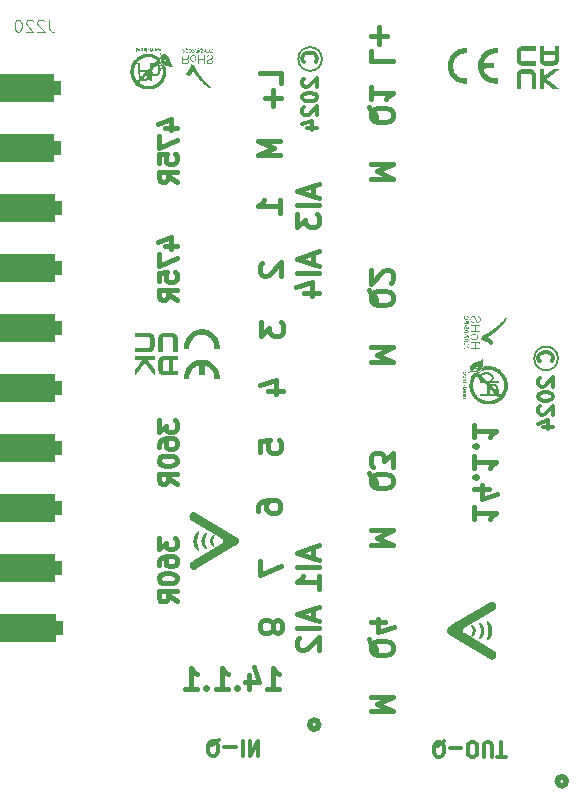
<source format=gbr>
%TF.GenerationSoftware,KiCad,Pcbnew,7.0.11*%
%TF.CreationDate,2024-11-17T18:12:13-05:00*%
%TF.ProjectId,14.1.4 - PMOS - PLC Connector Combined,31342e31-2e34-4202-9d20-504d4f53202d,rev?*%
%TF.SameCoordinates,Original*%
%TF.FileFunction,Legend,Bot*%
%TF.FilePolarity,Positive*%
%FSLAX46Y46*%
G04 Gerber Fmt 4.6, Leading zero omitted, Abs format (unit mm)*
G04 Created by KiCad (PCBNEW 7.0.11) date 2024-11-17 18:12:13*
%MOMM*%
%LPD*%
G01*
G04 APERTURE LIST*
G04 Aperture macros list*
%AMRoundRect*
0 Rectangle with rounded corners*
0 $1 Rounding radius*
0 $2 $3 $4 $5 $6 $7 $8 $9 X,Y pos of 4 corners*
0 Add a 4 corners polygon primitive as box body*
4,1,4,$2,$3,$4,$5,$6,$7,$8,$9,$2,$3,0*
0 Add four circle primitives for the rounded corners*
1,1,$1+$1,$2,$3*
1,1,$1+$1,$4,$5*
1,1,$1+$1,$6,$7*
1,1,$1+$1,$8,$9*
0 Add four rect primitives between the rounded corners*
20,1,$1+$1,$2,$3,$4,$5,0*
20,1,$1+$1,$4,$5,$6,$7,0*
20,1,$1+$1,$6,$7,$8,$9,0*
20,1,$1+$1,$8,$9,$2,$3,0*%
G04 Aperture macros list end*
%ADD10C,0.000000*%
%ADD11C,0.004960*%
%ADD12C,0.150000*%
%ADD13C,0.457200*%
%ADD14C,0.381000*%
%ADD15C,0.310000*%
%ADD16C,0.100000*%
%ADD17C,0.508000*%
%ADD18R,1.950000X1.950000*%
%ADD19C,1.950000*%
%ADD20C,0.500000*%
%ADD21C,1.600000*%
%ADD22O,1.600000X1.600000*%
%ADD23C,1.498600*%
%ADD24RoundRect,0.572500X3.045750X0.572500X-3.045750X0.572500X-3.045750X-0.572500X3.045750X-0.572500X0*%
G04 APERTURE END LIST*
D10*
G36*
X113319428Y-117409442D02*
G01*
X113322048Y-117409581D01*
X113324658Y-117409813D01*
X113327253Y-117410136D01*
X113329833Y-117410550D01*
X113332394Y-117411054D01*
X113334934Y-117411647D01*
X113337452Y-117412329D01*
X113339944Y-117413099D01*
X113342408Y-117413957D01*
X113344842Y-117414901D01*
X113347244Y-117415931D01*
X113349610Y-117417047D01*
X113351940Y-117418247D01*
X113354230Y-117419532D01*
X113356478Y-117420899D01*
X113356486Y-117420905D01*
X113360654Y-117424216D01*
X113364821Y-117427602D01*
X113368988Y-117431062D01*
X113373155Y-117434597D01*
X113408948Y-117466552D01*
X113442762Y-117500233D01*
X113474553Y-117535548D01*
X113504278Y-117572400D01*
X113531891Y-117610696D01*
X113557350Y-117650342D01*
X113580610Y-117691244D01*
X113601626Y-117733307D01*
X113620357Y-117776437D01*
X113636756Y-117820539D01*
X113650781Y-117865520D01*
X113662386Y-117911285D01*
X113671529Y-117957739D01*
X113678166Y-118004790D01*
X113682252Y-118052341D01*
X113683743Y-118100300D01*
X113682608Y-118148268D01*
X113678877Y-118195849D01*
X113672590Y-118242947D01*
X113663793Y-118289469D01*
X113652528Y-118335319D01*
X113638839Y-118380403D01*
X113622768Y-118424626D01*
X113604359Y-118467894D01*
X113583656Y-118510112D01*
X113560701Y-118551185D01*
X113535538Y-118591019D01*
X113508210Y-118629520D01*
X113478761Y-118666593D01*
X113447233Y-118702143D01*
X113413671Y-118736075D01*
X113378116Y-118768295D01*
X113372095Y-118773238D01*
X113365962Y-118778217D01*
X113359754Y-118783197D01*
X113353510Y-118788139D01*
X113353393Y-118788253D01*
X113353273Y-118788364D01*
X113353150Y-118788471D01*
X113353024Y-118788575D01*
X113352896Y-118788675D01*
X113352764Y-118788771D01*
X113352631Y-118788864D01*
X113352495Y-118788954D01*
X113352356Y-118789039D01*
X113352216Y-118789121D01*
X113352073Y-118789199D01*
X113351928Y-118789272D01*
X113351780Y-118789342D01*
X113351631Y-118789408D01*
X113351480Y-118789470D01*
X113351327Y-118789528D01*
X113349393Y-118790519D01*
X113347436Y-118791455D01*
X113345456Y-118792336D01*
X113343455Y-118793162D01*
X113341433Y-118793932D01*
X113339392Y-118794647D01*
X113337333Y-118795306D01*
X113335257Y-118795908D01*
X113333166Y-118796453D01*
X113331060Y-118796942D01*
X113328941Y-118797373D01*
X113326810Y-118797746D01*
X113324668Y-118798062D01*
X113322516Y-118798319D01*
X113320356Y-118798517D01*
X113318188Y-118798657D01*
X113314093Y-118798317D01*
X113310052Y-118797796D01*
X113306069Y-118797097D01*
X113302149Y-118796225D01*
X113298295Y-118795184D01*
X113294511Y-118793978D01*
X113290803Y-118792611D01*
X113287173Y-118791086D01*
X113283627Y-118789409D01*
X113280168Y-118787583D01*
X113276800Y-118785611D01*
X113273529Y-118783499D01*
X113270357Y-118781250D01*
X113267289Y-118778868D01*
X113264330Y-118776357D01*
X113261483Y-118773722D01*
X113258753Y-118770966D01*
X113256144Y-118768093D01*
X113253659Y-118765108D01*
X113251304Y-118762014D01*
X113249083Y-118758815D01*
X113246998Y-118755516D01*
X113245056Y-118752121D01*
X113243260Y-118748633D01*
X113241614Y-118745058D01*
X113240122Y-118741397D01*
X113238788Y-118737657D01*
X113237618Y-118733840D01*
X113236614Y-118729951D01*
X113235781Y-118725994D01*
X113235123Y-118721973D01*
X113234645Y-118717893D01*
X113234190Y-118715588D01*
X113233801Y-118713273D01*
X113233478Y-118710949D01*
X113233221Y-118708617D01*
X113233031Y-118706278D01*
X113232907Y-118703935D01*
X113232850Y-118701588D01*
X113232860Y-118699239D01*
X113232860Y-118696461D01*
X113232871Y-118694663D01*
X113232930Y-118692866D01*
X113233034Y-118691072D01*
X113233185Y-118689282D01*
X113233382Y-118687496D01*
X113233625Y-118685715D01*
X113233914Y-118683941D01*
X113234249Y-118682174D01*
X113234608Y-118680774D01*
X113234951Y-118679369D01*
X113235275Y-118677961D01*
X113235582Y-118676548D01*
X113235871Y-118675132D01*
X113236142Y-118673712D01*
X113236395Y-118672289D01*
X113236630Y-118670862D01*
X113236650Y-118670311D01*
X113236709Y-118669772D01*
X113236801Y-118669244D01*
X113236924Y-118668726D01*
X113237074Y-118668216D01*
X113237247Y-118667713D01*
X113237439Y-118667215D01*
X113237647Y-118666720D01*
X113238093Y-118665737D01*
X113238555Y-118664751D01*
X113239004Y-118663752D01*
X113239213Y-118663243D01*
X113239408Y-118662727D01*
X113239698Y-118661742D01*
X113240019Y-118660768D01*
X113240371Y-118659805D01*
X113240753Y-118658854D01*
X113241166Y-118657916D01*
X113241609Y-118656992D01*
X113242081Y-118656081D01*
X113242583Y-118655186D01*
X113243756Y-118653184D01*
X113244896Y-118651192D01*
X113246009Y-118649200D01*
X113247098Y-118647199D01*
X113248168Y-118645179D01*
X113249225Y-118643131D01*
X113250272Y-118641045D01*
X113251314Y-118638914D01*
X113251741Y-118638190D01*
X113252180Y-118637474D01*
X113252632Y-118636766D01*
X113253098Y-118636067D01*
X113253576Y-118635376D01*
X113254066Y-118634694D01*
X113254569Y-118634021D01*
X113255085Y-118633358D01*
X113256318Y-118631707D01*
X113257583Y-118630080D01*
X113258878Y-118628478D01*
X113260203Y-118626902D01*
X113261559Y-118625351D01*
X113262944Y-118623826D01*
X113264358Y-118622328D01*
X113265800Y-118620856D01*
X113264263Y-118622199D01*
X113262766Y-118623586D01*
X113261310Y-118625015D01*
X113259897Y-118626485D01*
X113258527Y-118627996D01*
X113257202Y-118629546D01*
X113255922Y-118631135D01*
X113254688Y-118632762D01*
X113269598Y-118601799D01*
X113283555Y-118570454D01*
X113296556Y-118538749D01*
X113308594Y-118506706D01*
X113319664Y-118474348D01*
X113329762Y-118441697D01*
X113338882Y-118408775D01*
X113347020Y-118375603D01*
X113354170Y-118342205D01*
X113360326Y-118308603D01*
X113365485Y-118274817D01*
X113369641Y-118240871D01*
X113372789Y-118206787D01*
X113374923Y-118172587D01*
X113376039Y-118138293D01*
X113376132Y-118103927D01*
X113376021Y-118068823D01*
X113374840Y-118033796D01*
X113372596Y-117998870D01*
X113369293Y-117964068D01*
X113364937Y-117929415D01*
X113359534Y-117894934D01*
X113353090Y-117860648D01*
X113345609Y-117826581D01*
X113337098Y-117792757D01*
X113327561Y-117759200D01*
X113317006Y-117725932D01*
X113305436Y-117692978D01*
X113292859Y-117660362D01*
X113279278Y-117628106D01*
X113264701Y-117596235D01*
X113249132Y-117564772D01*
X113248754Y-117564287D01*
X113248387Y-117563795D01*
X113248030Y-117563296D01*
X113247683Y-117562789D01*
X113247347Y-117562277D01*
X113247021Y-117561757D01*
X113246707Y-117561231D01*
X113246403Y-117560699D01*
X113246109Y-117560161D01*
X113245827Y-117559617D01*
X113245556Y-117559068D01*
X113245296Y-117558512D01*
X113245047Y-117557952D01*
X113244810Y-117557386D01*
X113244584Y-117556815D01*
X113244369Y-117556239D01*
X113242973Y-117553372D01*
X113241664Y-117550470D01*
X113240444Y-117547534D01*
X113239313Y-117544566D01*
X113238272Y-117541568D01*
X113237321Y-117538543D01*
X113236460Y-117535493D01*
X113235689Y-117532419D01*
X113235011Y-117529323D01*
X113234424Y-117526208D01*
X113233930Y-117523076D01*
X113233528Y-117519928D01*
X113233220Y-117516767D01*
X113233005Y-117513595D01*
X113232885Y-117510413D01*
X113232860Y-117507225D01*
X113232969Y-117502178D01*
X113233292Y-117497199D01*
X113233825Y-117492293D01*
X113234562Y-117487468D01*
X113235498Y-117482728D01*
X113236627Y-117478080D01*
X113237945Y-117473530D01*
X113239445Y-117469085D01*
X113241124Y-117464749D01*
X113242975Y-117460530D01*
X113244994Y-117456433D01*
X113247175Y-117452464D01*
X113249513Y-117448630D01*
X113252003Y-117444936D01*
X113254639Y-117441389D01*
X113257416Y-117437995D01*
X113260330Y-117434759D01*
X113263374Y-117431688D01*
X113266544Y-117428788D01*
X113269834Y-117426065D01*
X113273240Y-117423525D01*
X113276755Y-117421174D01*
X113280375Y-117419018D01*
X113284094Y-117417063D01*
X113287907Y-117415315D01*
X113291810Y-117413781D01*
X113295796Y-117412466D01*
X113299860Y-117411377D01*
X113303998Y-117410519D01*
X113308204Y-117409899D01*
X113312473Y-117409522D01*
X113316799Y-117409395D01*
X113319428Y-117409442D01*
G37*
G36*
X89451970Y-109679003D02*
G01*
X89456213Y-109679360D01*
X89460403Y-109679948D01*
X89464534Y-109680763D01*
X89468603Y-109681799D01*
X89472606Y-109683052D01*
X89476538Y-109684515D01*
X89480395Y-109686185D01*
X89484173Y-109688055D01*
X89487868Y-109690121D01*
X89491475Y-109692378D01*
X89494991Y-109694820D01*
X89498411Y-109697443D01*
X89501730Y-109700241D01*
X89504946Y-109703209D01*
X89508052Y-109706342D01*
X89511046Y-109709635D01*
X89513923Y-109713082D01*
X89516679Y-109716680D01*
X89519309Y-109720421D01*
X89521810Y-109724302D01*
X89524176Y-109728318D01*
X89526405Y-109732462D01*
X89528491Y-109736731D01*
X89530431Y-109741118D01*
X89532220Y-109745619D01*
X89533855Y-109750229D01*
X89535330Y-109754942D01*
X89536641Y-109759754D01*
X89537786Y-109764659D01*
X89538758Y-109769652D01*
X89539554Y-109774728D01*
X89540096Y-109777449D01*
X89540561Y-109780183D01*
X89540950Y-109782927D01*
X89541262Y-109785681D01*
X89541497Y-109788442D01*
X89541654Y-109791209D01*
X89541734Y-109793981D01*
X89541737Y-109796755D01*
X89541737Y-109800128D01*
X89541697Y-109802249D01*
X89541611Y-109804368D01*
X89541480Y-109806484D01*
X89541304Y-109808596D01*
X89541083Y-109810704D01*
X89540817Y-109812807D01*
X89540506Y-109814904D01*
X89540150Y-109816995D01*
X89540127Y-109817849D01*
X89540063Y-109818699D01*
X89539963Y-109819544D01*
X89539830Y-109820388D01*
X89539671Y-109821228D01*
X89539490Y-109822067D01*
X89539083Y-109823742D01*
X89538224Y-109827097D01*
X89538029Y-109827940D01*
X89537852Y-109828786D01*
X89537697Y-109829636D01*
X89537570Y-109830489D01*
X89534593Y-109840014D01*
X89534226Y-109841185D01*
X89533836Y-109842348D01*
X89533423Y-109843502D01*
X89532987Y-109844649D01*
X89532529Y-109845786D01*
X89532049Y-109846914D01*
X89531546Y-109848033D01*
X89531021Y-109849142D01*
X89529681Y-109851560D01*
X89528375Y-109853996D01*
X89527106Y-109856451D01*
X89525872Y-109858923D01*
X89524674Y-109861413D01*
X89523512Y-109863921D01*
X89522387Y-109866445D01*
X89521298Y-109868986D01*
X89520848Y-109869872D01*
X89520378Y-109870746D01*
X89519887Y-109871609D01*
X89519376Y-109872459D01*
X89518844Y-109873297D01*
X89518293Y-109874122D01*
X89517722Y-109874934D01*
X89517131Y-109875733D01*
X89515776Y-109877653D01*
X89514389Y-109879549D01*
X89512971Y-109881422D01*
X89511522Y-109883271D01*
X89510043Y-109885095D01*
X89508533Y-109886895D01*
X89506993Y-109888669D01*
X89505423Y-109890418D01*
X89506291Y-109889628D01*
X89507146Y-109888826D01*
X89507989Y-109888011D01*
X89508819Y-109887183D01*
X89509636Y-109886343D01*
X89510440Y-109885491D01*
X89511230Y-109884627D01*
X89512007Y-109883750D01*
X89512771Y-109882862D01*
X89513521Y-109881963D01*
X89514257Y-109881051D01*
X89514979Y-109880129D01*
X89515687Y-109879195D01*
X89516381Y-109878250D01*
X89517061Y-109877294D01*
X89517726Y-109876328D01*
X89502389Y-109909180D01*
X89487871Y-109943048D01*
X89474195Y-109977893D01*
X89461385Y-110013681D01*
X89449465Y-110050374D01*
X89438458Y-110087937D01*
X89428387Y-110126333D01*
X89419276Y-110165526D01*
X89411149Y-110205479D01*
X89404030Y-110246156D01*
X89397941Y-110287521D01*
X89392906Y-110329538D01*
X89388949Y-110372169D01*
X89386093Y-110415379D01*
X89384363Y-110459132D01*
X89383781Y-110503391D01*
X89384393Y-110548548D01*
X89386211Y-110593208D01*
X89389211Y-110637329D01*
X89393365Y-110680868D01*
X89398648Y-110723784D01*
X89405034Y-110766035D01*
X89412498Y-110807579D01*
X89421013Y-110848374D01*
X89430553Y-110888379D01*
X89441093Y-110927551D01*
X89452607Y-110965848D01*
X89465069Y-111003230D01*
X89478453Y-111039653D01*
X89492733Y-111075077D01*
X89507883Y-111109458D01*
X89523878Y-111142756D01*
X89524277Y-111143341D01*
X89524665Y-111143933D01*
X89525042Y-111144532D01*
X89525407Y-111145138D01*
X89525759Y-111145750D01*
X89526101Y-111146369D01*
X89526430Y-111146994D01*
X89526747Y-111147626D01*
X89527052Y-111148263D01*
X89527344Y-111148906D01*
X89527625Y-111149555D01*
X89527893Y-111150209D01*
X89528148Y-111150869D01*
X89528391Y-111151533D01*
X89528621Y-111152202D01*
X89528839Y-111152876D01*
X89530420Y-111156284D01*
X89531901Y-111159730D01*
X89533280Y-111163213D01*
X89534557Y-111166731D01*
X89535732Y-111170281D01*
X89536803Y-111173862D01*
X89537771Y-111177470D01*
X89538635Y-111181103D01*
X89539394Y-111184760D01*
X89540048Y-111188438D01*
X89540596Y-111192135D01*
X89541039Y-111195848D01*
X89541375Y-111199575D01*
X89541603Y-111203315D01*
X89541724Y-111207064D01*
X89541737Y-111210820D01*
X89541617Y-111216810D01*
X89541259Y-111222719D01*
X89540670Y-111228541D01*
X89539855Y-111234268D01*
X89537573Y-111245408D01*
X89534460Y-111256083D01*
X89530562Y-111266234D01*
X89525925Y-111275805D01*
X89520598Y-111284737D01*
X89514626Y-111292973D01*
X89511412Y-111296813D01*
X89508056Y-111300456D01*
X89504561Y-111303897D01*
X89500935Y-111307128D01*
X89497183Y-111310142D01*
X89493311Y-111312932D01*
X89489324Y-111315490D01*
X89485229Y-111317809D01*
X89481031Y-111319882D01*
X89476737Y-111321703D01*
X89472351Y-111323263D01*
X89467881Y-111324555D01*
X89463331Y-111325573D01*
X89458708Y-111326309D01*
X89454017Y-111326756D01*
X89449265Y-111326906D01*
X89446391Y-111326810D01*
X89443529Y-111326610D01*
X89440681Y-111326307D01*
X89437851Y-111325903D01*
X89435040Y-111325397D01*
X89432253Y-111324792D01*
X89429490Y-111324087D01*
X89426756Y-111323284D01*
X89424052Y-111322383D01*
X89421381Y-111321385D01*
X89418746Y-111320292D01*
X89416150Y-111319103D01*
X89413595Y-111317820D01*
X89411084Y-111316443D01*
X89408620Y-111314974D01*
X89406204Y-111313412D01*
X89403897Y-111311460D01*
X89401591Y-111309475D01*
X89396977Y-111305425D01*
X89392363Y-111301302D01*
X89387750Y-111297141D01*
X89349569Y-111261217D01*
X89313219Y-111223014D01*
X89278788Y-111182630D01*
X89246363Y-111140161D01*
X89216030Y-111095705D01*
X89187878Y-111049359D01*
X89161993Y-111001221D01*
X89138462Y-110951388D01*
X89117374Y-110899957D01*
X89098814Y-110847027D01*
X89082870Y-110792693D01*
X89069629Y-110737054D01*
X89059179Y-110680207D01*
X89051607Y-110622249D01*
X89047000Y-110563278D01*
X89045445Y-110503391D01*
X89046970Y-110443566D01*
X89051492Y-110384771D01*
X89058926Y-110327087D01*
X89069189Y-110270596D01*
X89082199Y-110215377D01*
X89097872Y-110161513D01*
X89116125Y-110109084D01*
X89136875Y-110058171D01*
X89160039Y-110008856D01*
X89185533Y-109961220D01*
X89213275Y-109915344D01*
X89243182Y-109871308D01*
X89275169Y-109829195D01*
X89309155Y-109789084D01*
X89345056Y-109751058D01*
X89382789Y-109715197D01*
X89382789Y-109714006D01*
X89389322Y-109708168D01*
X89396059Y-109702274D01*
X89409776Y-109690392D01*
X89410080Y-109690165D01*
X89410390Y-109689945D01*
X89410705Y-109689734D01*
X89411025Y-109689531D01*
X89411350Y-109689337D01*
X89411681Y-109689151D01*
X89412016Y-109688973D01*
X89412356Y-109688804D01*
X89414402Y-109687706D01*
X89416477Y-109686670D01*
X89418578Y-109685696D01*
X89420705Y-109684785D01*
X89422856Y-109683937D01*
X89425028Y-109683152D01*
X89427222Y-109682431D01*
X89429436Y-109681775D01*
X89431667Y-109681183D01*
X89433916Y-109680656D01*
X89436179Y-109680195D01*
X89438457Y-109679799D01*
X89440747Y-109679470D01*
X89443048Y-109679207D01*
X89445359Y-109679011D01*
X89447678Y-109678883D01*
X89451970Y-109679003D01*
G37*
D11*
X111811650Y-118280140D02*
X111836256Y-118296411D01*
D10*
G36*
X112643224Y-117602323D02*
G01*
X112645323Y-117602434D01*
X112647415Y-117602610D01*
X112649497Y-117602851D01*
X112651570Y-117603155D01*
X112653630Y-117603523D01*
X112655677Y-117603953D01*
X112657710Y-117604447D01*
X112659726Y-117605003D01*
X112661725Y-117605621D01*
X112663705Y-117606301D01*
X112665664Y-117607042D01*
X112667601Y-117607844D01*
X112669515Y-117608706D01*
X112671403Y-117609629D01*
X112673266Y-117610611D01*
X112674986Y-117611754D01*
X112676720Y-117612943D01*
X112678463Y-117614169D01*
X112680211Y-117615423D01*
X112683702Y-117617978D01*
X112687156Y-117620533D01*
X112715855Y-117642454D01*
X112743193Y-117665762D01*
X112769102Y-117690398D01*
X112793516Y-117716301D01*
X112816365Y-117743412D01*
X112837583Y-117771671D01*
X112857102Y-117801020D01*
X112874853Y-117831398D01*
X112890770Y-117862745D01*
X112904785Y-117895003D01*
X112916829Y-117928111D01*
X112926835Y-117962010D01*
X112934735Y-117996640D01*
X112940462Y-118031942D01*
X112942490Y-118049827D01*
X112943948Y-118067857D01*
X112944829Y-118086025D01*
X112945125Y-118104324D01*
X112943973Y-118140759D01*
X112940561Y-118176585D01*
X112934955Y-118211749D01*
X112927219Y-118246200D01*
X112917420Y-118279886D01*
X112905622Y-118312755D01*
X112891891Y-118344755D01*
X112876292Y-118375836D01*
X112858891Y-118405944D01*
X112839754Y-118435028D01*
X112818945Y-118463037D01*
X112796530Y-118489919D01*
X112772574Y-118515621D01*
X112747143Y-118540093D01*
X112720302Y-118563282D01*
X112692117Y-118585137D01*
X112672274Y-118599623D01*
X112670289Y-118599623D01*
X112668690Y-118600342D01*
X112667076Y-118601023D01*
X112665448Y-118601664D01*
X112663806Y-118602266D01*
X112662151Y-118602829D01*
X112660484Y-118603353D01*
X112658806Y-118603836D01*
X112657116Y-118604280D01*
X112655417Y-118604683D01*
X112653709Y-118605047D01*
X112651991Y-118605369D01*
X112650266Y-118605652D01*
X112648534Y-118605893D01*
X112646796Y-118606094D01*
X112645051Y-118606253D01*
X112643302Y-118606371D01*
X112640109Y-118606300D01*
X112636950Y-118606088D01*
X112633826Y-118605737D01*
X112630741Y-118605250D01*
X112627699Y-118604630D01*
X112624703Y-118603880D01*
X112621757Y-118603003D01*
X112618863Y-118602001D01*
X112616025Y-118600878D01*
X112613247Y-118599636D01*
X112610532Y-118598278D01*
X112607884Y-118596807D01*
X112605305Y-118595225D01*
X112602799Y-118593537D01*
X112600369Y-118591743D01*
X112598019Y-118589849D01*
X112595753Y-118587855D01*
X112593573Y-118585765D01*
X112591484Y-118583583D01*
X112589487Y-118581309D01*
X112587588Y-118578949D01*
X112585788Y-118576504D01*
X112584092Y-118573977D01*
X112582503Y-118571372D01*
X112581025Y-118568690D01*
X112579660Y-118565936D01*
X112578412Y-118563110D01*
X112577284Y-118560218D01*
X112576281Y-118557261D01*
X112575405Y-118554242D01*
X112574659Y-118551164D01*
X112574047Y-118548030D01*
X112573705Y-118546365D01*
X112573411Y-118544691D01*
X112573165Y-118543010D01*
X112572967Y-118541323D01*
X112572817Y-118539631D01*
X112572716Y-118537936D01*
X112572662Y-118536237D01*
X112572658Y-118534536D01*
X112572658Y-118533346D01*
X112572562Y-118532058D01*
X112572493Y-118530768D01*
X112572451Y-118529477D01*
X112572438Y-118528186D01*
X112572451Y-118526895D01*
X112572493Y-118525605D01*
X112572562Y-118524315D01*
X112572658Y-118523027D01*
X112572960Y-118522024D01*
X112573246Y-118521016D01*
X112573518Y-118520005D01*
X112573774Y-118518989D01*
X112574014Y-118517970D01*
X112574239Y-118516947D01*
X112574448Y-118515921D01*
X112574642Y-118514891D01*
X112577024Y-118508938D01*
X112577280Y-118508214D01*
X112577555Y-118507498D01*
X112577850Y-118506790D01*
X112578163Y-118506090D01*
X112578495Y-118505399D01*
X112578846Y-118504717D01*
X112579216Y-118504044D01*
X112579603Y-118503382D01*
X112580619Y-118501967D01*
X112581588Y-118500551D01*
X112582519Y-118499130D01*
X112583423Y-118497701D01*
X112585184Y-118494815D01*
X112586945Y-118491872D01*
X112587300Y-118491321D01*
X112587668Y-118490777D01*
X112588047Y-118490243D01*
X112588439Y-118489717D01*
X112588842Y-118489200D01*
X112589257Y-118488692D01*
X112589683Y-118488194D01*
X112590121Y-118487705D01*
X112591145Y-118486525D01*
X112592189Y-118485363D01*
X112593253Y-118484219D01*
X112594336Y-118483092D01*
X112595437Y-118481985D01*
X112596557Y-118480896D01*
X112597695Y-118479826D01*
X112598852Y-118478775D01*
X112598216Y-118479234D01*
X112597589Y-118479704D01*
X112596969Y-118480184D01*
X112596358Y-118480674D01*
X112595756Y-118481174D01*
X112595162Y-118481685D01*
X112594577Y-118482205D01*
X112594001Y-118482734D01*
X112593433Y-118483274D01*
X112592875Y-118483822D01*
X112592326Y-118484381D01*
X112591787Y-118484948D01*
X112591256Y-118485525D01*
X112590736Y-118486110D01*
X112590225Y-118486705D01*
X112589724Y-118487308D01*
X112613530Y-118441681D01*
X112634117Y-118394952D01*
X112651488Y-118347282D01*
X112665641Y-118298830D01*
X112676580Y-118249758D01*
X112684303Y-118200224D01*
X112688813Y-118150390D01*
X112690111Y-118100416D01*
X112688197Y-118050461D01*
X112683073Y-118000687D01*
X112674739Y-117951252D01*
X112663197Y-117902318D01*
X112648447Y-117854045D01*
X112630490Y-117806592D01*
X112609328Y-117760121D01*
X112584961Y-117714791D01*
X112584406Y-117714076D01*
X112583874Y-117713345D01*
X112583365Y-117712597D01*
X112582881Y-117711834D01*
X112582421Y-117711057D01*
X112581986Y-117710264D01*
X112581576Y-117709458D01*
X112581191Y-117708639D01*
X112580039Y-117706605D01*
X112578958Y-117704536D01*
X112577950Y-117702436D01*
X112577015Y-117700306D01*
X112576153Y-117698149D01*
X112575365Y-117695965D01*
X112574652Y-117693757D01*
X112574013Y-117691527D01*
X112573450Y-117689276D01*
X112572963Y-117687008D01*
X112572553Y-117684723D01*
X112572219Y-117682423D01*
X112571963Y-117680111D01*
X112571785Y-117677788D01*
X112571686Y-117675457D01*
X112571666Y-117673119D01*
X112571713Y-117669638D01*
X112571931Y-117666179D01*
X112572318Y-117662747D01*
X112572873Y-117659349D01*
X112573592Y-117655990D01*
X112574473Y-117652676D01*
X112575514Y-117649413D01*
X112576712Y-117646206D01*
X112578066Y-117643061D01*
X112579572Y-117639985D01*
X112581229Y-117636983D01*
X112583034Y-117634060D01*
X112584985Y-117631223D01*
X112587080Y-117628478D01*
X112589315Y-117625829D01*
X112591690Y-117623284D01*
X112594188Y-117620859D01*
X112596792Y-117618571D01*
X112599495Y-117616423D01*
X112602293Y-117614416D01*
X112605180Y-117612553D01*
X112608148Y-117610837D01*
X112611194Y-117609270D01*
X112614311Y-117607855D01*
X112617494Y-117606593D01*
X112620736Y-117605488D01*
X112624032Y-117604541D01*
X112627376Y-117603756D01*
X112630762Y-117603135D01*
X112634185Y-117602679D01*
X112637640Y-117602392D01*
X112641119Y-117602277D01*
X112643224Y-117602323D01*
G37*
D11*
X91602709Y-110326384D02*
X91578103Y-110310113D01*
D10*
G36*
X89076802Y-108053188D02*
G01*
X89085519Y-108053526D01*
X89094215Y-108054096D01*
X89102885Y-108054899D01*
X89111524Y-108055932D01*
X89120127Y-108057196D01*
X89128691Y-108058688D01*
X89137210Y-108060408D01*
X89145680Y-108062355D01*
X89154096Y-108064529D01*
X89162454Y-108066927D01*
X89170749Y-108069549D01*
X89178977Y-108072394D01*
X89187133Y-108075461D01*
X89195212Y-108078750D01*
X89203210Y-108082258D01*
X89269282Y-108121942D01*
X92525245Y-110075361D01*
X92708601Y-110185891D01*
X92744518Y-110207322D01*
X92747098Y-110208909D01*
X92765044Y-110222516D01*
X92782028Y-110237084D01*
X92798022Y-110252559D01*
X92813001Y-110268889D01*
X92826936Y-110286023D01*
X92839802Y-110303908D01*
X92851570Y-110322490D01*
X92862214Y-110341719D01*
X92871708Y-110361541D01*
X92880022Y-110381905D01*
X92887132Y-110402757D01*
X92893010Y-110424046D01*
X92897629Y-110445719D01*
X92900961Y-110467724D01*
X92902980Y-110490008D01*
X92903659Y-110512519D01*
X92902980Y-110535030D01*
X92900961Y-110557314D01*
X92897629Y-110579318D01*
X92893010Y-110600991D01*
X92887132Y-110622280D01*
X92880022Y-110643133D01*
X92871708Y-110663496D01*
X92862214Y-110683318D01*
X92851570Y-110702547D01*
X92839802Y-110721130D01*
X92826936Y-110739014D01*
X92813001Y-110756148D01*
X92798022Y-110772478D01*
X92782028Y-110787954D01*
X92765044Y-110802521D01*
X92747098Y-110816128D01*
X92746760Y-110816329D01*
X92746427Y-110816536D01*
X92746098Y-110816750D01*
X92745773Y-110816970D01*
X92745452Y-110817196D01*
X92745136Y-110817429D01*
X92744825Y-110817669D01*
X92744518Y-110817914D01*
X92708601Y-110839345D01*
X92524848Y-110949676D01*
X89300834Y-112884244D01*
X89245867Y-112917383D01*
X89237521Y-112921322D01*
X89229080Y-112925018D01*
X89220547Y-112928470D01*
X89211929Y-112931676D01*
X89203230Y-112934635D01*
X89194457Y-112937345D01*
X89185614Y-112939806D01*
X89176707Y-112942017D01*
X89167741Y-112943975D01*
X89158722Y-112945680D01*
X89149655Y-112947131D01*
X89140545Y-112948325D01*
X89131398Y-112949263D01*
X89122218Y-112949943D01*
X89113013Y-112950363D01*
X89103786Y-112950522D01*
X89085629Y-112950020D01*
X89067713Y-112948531D01*
X89050057Y-112946079D01*
X89032686Y-112942687D01*
X89015620Y-112938381D01*
X88998883Y-112933185D01*
X88982495Y-112927122D01*
X88966479Y-112920217D01*
X88950858Y-112912494D01*
X88935652Y-112903977D01*
X88920886Y-112894690D01*
X88906579Y-112884658D01*
X88892755Y-112873905D01*
X88879436Y-112862455D01*
X88866643Y-112850333D01*
X88854399Y-112837561D01*
X88842726Y-112824165D01*
X88831646Y-112810170D01*
X88821182Y-112795598D01*
X88811354Y-112780474D01*
X88802185Y-112764823D01*
X88793698Y-112748668D01*
X88785915Y-112732034D01*
X88778857Y-112714945D01*
X88772546Y-112697426D01*
X88767005Y-112679500D01*
X88762256Y-112661191D01*
X88758321Y-112642524D01*
X88755222Y-112623524D01*
X88752981Y-112604213D01*
X88751621Y-112584617D01*
X88751162Y-112564759D01*
X88751533Y-112542501D01*
X88753133Y-112520420D01*
X88755940Y-112498562D01*
X88759934Y-112476973D01*
X88765093Y-112455698D01*
X88771398Y-112434782D01*
X88778827Y-112414271D01*
X88787360Y-112394211D01*
X88796975Y-112374646D01*
X88807652Y-112355622D01*
X88819370Y-112337186D01*
X88832108Y-112319381D01*
X88845846Y-112302255D01*
X88860562Y-112285851D01*
X88876236Y-112270216D01*
X88892846Y-112255395D01*
X88893839Y-112255395D01*
X88977976Y-112204198D01*
X91415186Y-110741714D01*
X91421590Y-110738827D01*
X91427889Y-110735732D01*
X91434079Y-110732430D01*
X91440154Y-110728926D01*
X91446109Y-110725222D01*
X91451940Y-110721321D01*
X91457641Y-110717226D01*
X91463207Y-110712941D01*
X91473952Y-110703621D01*
X91484121Y-110693783D01*
X91493699Y-110683454D01*
X91502674Y-110672661D01*
X91511032Y-110661432D01*
X91518759Y-110649795D01*
X91525842Y-110637777D01*
X91532269Y-110625405D01*
X91538024Y-110612708D01*
X91543096Y-110599712D01*
X91547470Y-110586446D01*
X91551134Y-110572936D01*
X91554074Y-110559211D01*
X91556276Y-110545297D01*
X91557727Y-110531223D01*
X91558414Y-110517016D01*
X91558326Y-110502792D01*
X91557468Y-110488670D01*
X91555854Y-110474676D01*
X91553495Y-110460839D01*
X91550403Y-110447187D01*
X91546592Y-110433748D01*
X91542072Y-110420550D01*
X91536856Y-110407622D01*
X91530956Y-110394991D01*
X91524385Y-110382685D01*
X91517155Y-110370733D01*
X91509278Y-110359162D01*
X91500765Y-110348001D01*
X91491631Y-110337277D01*
X91481885Y-110327020D01*
X91471542Y-110317256D01*
X91443562Y-110299199D01*
X91420345Y-110284117D01*
X91416441Y-110282334D01*
X91412482Y-110280570D01*
X91408485Y-110278843D01*
X91404470Y-110277172D01*
X88920826Y-108787105D01*
X88908916Y-108780472D01*
X88897300Y-108773460D01*
X88885986Y-108766081D01*
X88874979Y-108758344D01*
X88864284Y-108750259D01*
X88853909Y-108741837D01*
X88843858Y-108733087D01*
X88834139Y-108724020D01*
X88824756Y-108714646D01*
X88815716Y-108704975D01*
X88807025Y-108695017D01*
X88798689Y-108684783D01*
X88790713Y-108674283D01*
X88783104Y-108663526D01*
X88775868Y-108652523D01*
X88769010Y-108641284D01*
X88762537Y-108629819D01*
X88756454Y-108618138D01*
X88750768Y-108606252D01*
X88745484Y-108594171D01*
X88740609Y-108581905D01*
X88736148Y-108569463D01*
X88732108Y-108556857D01*
X88728493Y-108544096D01*
X88725311Y-108531190D01*
X88722568Y-108518150D01*
X88720268Y-108504986D01*
X88718419Y-108491708D01*
X88717025Y-108478325D01*
X88716094Y-108464849D01*
X88715631Y-108451290D01*
X88715642Y-108437657D01*
X88716103Y-108417872D01*
X88717472Y-108398347D01*
X88719726Y-108379105D01*
X88722841Y-108360171D01*
X88726797Y-108341568D01*
X88731569Y-108323321D01*
X88737135Y-108305454D01*
X88743473Y-108287991D01*
X88750559Y-108270957D01*
X88758372Y-108254376D01*
X88766888Y-108238271D01*
X88776085Y-108222667D01*
X88785940Y-108207589D01*
X88796430Y-108193060D01*
X88807533Y-108179105D01*
X88819226Y-108165748D01*
X88831487Y-108153012D01*
X88844292Y-108140923D01*
X88857620Y-108129505D01*
X88871446Y-108118781D01*
X88885750Y-108108776D01*
X88900507Y-108099514D01*
X88915696Y-108091019D01*
X88931294Y-108083315D01*
X88947277Y-108076428D01*
X88963624Y-108070380D01*
X88980312Y-108065196D01*
X88997318Y-108060900D01*
X89014619Y-108057517D01*
X89032192Y-108055071D01*
X89050016Y-108053585D01*
X89068067Y-108053085D01*
X89076802Y-108053188D01*
G37*
G36*
X90774250Y-110000224D02*
G01*
X90777409Y-110000436D01*
X90780533Y-110000787D01*
X90783618Y-110001274D01*
X90786660Y-110001894D01*
X90789656Y-110002644D01*
X90792602Y-110003521D01*
X90795496Y-110004523D01*
X90798334Y-110005646D01*
X90801112Y-110006888D01*
X90803827Y-110008246D01*
X90806475Y-110009717D01*
X90809054Y-110011299D01*
X90811560Y-110012987D01*
X90813990Y-110014781D01*
X90816340Y-110016675D01*
X90818606Y-110018669D01*
X90820786Y-110020759D01*
X90822875Y-110022941D01*
X90824872Y-110025215D01*
X90826771Y-110027575D01*
X90828571Y-110030020D01*
X90830267Y-110032547D01*
X90831856Y-110035152D01*
X90833334Y-110037834D01*
X90834699Y-110040588D01*
X90835947Y-110043414D01*
X90837075Y-110046306D01*
X90838078Y-110049263D01*
X90838954Y-110052282D01*
X90839700Y-110055360D01*
X90840312Y-110058494D01*
X90840654Y-110060159D01*
X90840948Y-110061833D01*
X90841194Y-110063514D01*
X90841392Y-110065201D01*
X90841542Y-110066893D01*
X90841643Y-110068588D01*
X90841697Y-110070287D01*
X90841701Y-110071988D01*
X90841701Y-110073178D01*
X90841797Y-110074466D01*
X90841866Y-110075756D01*
X90841908Y-110077047D01*
X90841921Y-110078338D01*
X90841908Y-110079629D01*
X90841866Y-110080919D01*
X90841797Y-110082209D01*
X90841701Y-110083497D01*
X90841399Y-110084500D01*
X90841113Y-110085508D01*
X90840841Y-110086519D01*
X90840585Y-110087535D01*
X90840345Y-110088554D01*
X90840120Y-110089577D01*
X90839911Y-110090603D01*
X90839717Y-110091633D01*
X90837335Y-110097586D01*
X90837079Y-110098310D01*
X90836804Y-110099026D01*
X90836509Y-110099734D01*
X90836196Y-110100434D01*
X90835864Y-110101125D01*
X90835513Y-110101807D01*
X90835143Y-110102480D01*
X90834756Y-110103142D01*
X90833740Y-110104557D01*
X90832771Y-110105973D01*
X90831840Y-110107394D01*
X90830936Y-110108823D01*
X90829175Y-110111709D01*
X90827414Y-110114652D01*
X90827059Y-110115203D01*
X90826691Y-110115747D01*
X90826312Y-110116281D01*
X90825920Y-110116807D01*
X90825517Y-110117324D01*
X90825102Y-110117832D01*
X90824676Y-110118330D01*
X90824238Y-110118819D01*
X90823214Y-110119999D01*
X90822170Y-110121161D01*
X90821106Y-110122305D01*
X90820023Y-110123432D01*
X90818922Y-110124539D01*
X90817802Y-110125628D01*
X90816664Y-110126698D01*
X90815507Y-110127749D01*
X90816143Y-110127290D01*
X90816770Y-110126820D01*
X90817390Y-110126340D01*
X90818001Y-110125850D01*
X90818603Y-110125350D01*
X90819197Y-110124839D01*
X90819782Y-110124319D01*
X90820358Y-110123790D01*
X90820926Y-110123250D01*
X90821484Y-110122702D01*
X90822033Y-110122143D01*
X90822572Y-110121576D01*
X90823103Y-110120999D01*
X90823623Y-110120414D01*
X90824134Y-110119819D01*
X90824635Y-110119216D01*
X90800829Y-110164843D01*
X90780242Y-110211572D01*
X90762871Y-110259242D01*
X90748718Y-110307694D01*
X90737779Y-110356766D01*
X90730056Y-110406300D01*
X90725546Y-110456134D01*
X90724248Y-110506108D01*
X90726162Y-110556063D01*
X90731286Y-110605837D01*
X90739620Y-110655272D01*
X90751162Y-110704206D01*
X90765912Y-110752479D01*
X90783869Y-110799932D01*
X90805031Y-110846403D01*
X90829398Y-110891733D01*
X90829953Y-110892448D01*
X90830485Y-110893179D01*
X90830994Y-110893927D01*
X90831478Y-110894690D01*
X90831938Y-110895467D01*
X90832373Y-110896260D01*
X90832783Y-110897066D01*
X90833168Y-110897885D01*
X90834320Y-110899919D01*
X90835401Y-110901988D01*
X90836409Y-110904088D01*
X90837344Y-110906218D01*
X90838206Y-110908375D01*
X90838994Y-110910559D01*
X90839707Y-110912767D01*
X90840346Y-110914997D01*
X90840909Y-110917248D01*
X90841396Y-110919516D01*
X90841806Y-110921801D01*
X90842140Y-110924101D01*
X90842396Y-110926413D01*
X90842574Y-110928736D01*
X90842673Y-110931067D01*
X90842693Y-110933405D01*
X90842646Y-110936886D01*
X90842428Y-110940345D01*
X90842041Y-110943777D01*
X90841486Y-110947175D01*
X90840767Y-110950534D01*
X90839886Y-110953848D01*
X90838845Y-110957111D01*
X90837647Y-110960318D01*
X90836293Y-110963463D01*
X90834787Y-110966539D01*
X90833130Y-110969541D01*
X90831325Y-110972464D01*
X90829374Y-110975301D01*
X90827279Y-110978046D01*
X90825044Y-110980695D01*
X90822669Y-110983240D01*
X90820171Y-110985665D01*
X90817567Y-110987953D01*
X90814864Y-110990101D01*
X90812066Y-110992108D01*
X90809179Y-110993971D01*
X90806211Y-110995687D01*
X90803165Y-110997254D01*
X90800048Y-110998669D01*
X90796865Y-110999931D01*
X90793623Y-111001036D01*
X90790327Y-111001983D01*
X90786983Y-111002768D01*
X90783597Y-111003389D01*
X90780174Y-111003845D01*
X90776719Y-111004132D01*
X90773240Y-111004247D01*
X90771135Y-111004201D01*
X90769036Y-111004090D01*
X90766944Y-111003914D01*
X90764862Y-111003673D01*
X90762789Y-111003369D01*
X90760729Y-111003001D01*
X90758682Y-111002571D01*
X90756649Y-111002077D01*
X90754633Y-111001521D01*
X90752634Y-111000903D01*
X90750654Y-111000223D01*
X90748695Y-110999482D01*
X90746758Y-110998680D01*
X90744844Y-110997818D01*
X90742956Y-110996895D01*
X90741093Y-110995913D01*
X90739373Y-110994770D01*
X90737639Y-110993581D01*
X90735896Y-110992355D01*
X90734148Y-110991101D01*
X90730657Y-110988546D01*
X90727203Y-110985991D01*
X90698504Y-110964070D01*
X90671166Y-110940762D01*
X90645257Y-110916126D01*
X90620843Y-110890223D01*
X90597994Y-110863112D01*
X90576776Y-110834853D01*
X90557257Y-110805504D01*
X90539506Y-110775126D01*
X90523589Y-110743779D01*
X90509574Y-110711521D01*
X90497530Y-110678413D01*
X90487524Y-110644514D01*
X90479624Y-110609884D01*
X90473897Y-110574582D01*
X90471869Y-110556697D01*
X90470411Y-110538667D01*
X90469530Y-110520499D01*
X90469234Y-110502200D01*
X90470386Y-110465765D01*
X90473798Y-110429939D01*
X90479404Y-110394775D01*
X90487140Y-110360324D01*
X90496939Y-110326638D01*
X90508737Y-110293769D01*
X90522468Y-110261769D01*
X90538067Y-110230688D01*
X90555468Y-110200580D01*
X90574605Y-110171496D01*
X90595414Y-110143487D01*
X90617829Y-110116605D01*
X90641785Y-110090903D01*
X90667216Y-110066431D01*
X90694057Y-110043242D01*
X90722242Y-110021387D01*
X90742085Y-110006901D01*
X90744070Y-110006901D01*
X90745669Y-110006182D01*
X90747283Y-110005501D01*
X90748911Y-110004860D01*
X90750553Y-110004258D01*
X90752208Y-110003695D01*
X90753875Y-110003171D01*
X90755553Y-110002688D01*
X90757243Y-110002244D01*
X90758942Y-110001841D01*
X90760650Y-110001477D01*
X90762368Y-110001155D01*
X90764093Y-110000872D01*
X90765825Y-110000631D01*
X90767563Y-110000430D01*
X90769308Y-110000271D01*
X90771057Y-110000153D01*
X90774250Y-110000224D01*
G37*
G36*
X113967968Y-117279714D02*
G01*
X113970830Y-117279914D01*
X113973678Y-117280217D01*
X113976508Y-117280621D01*
X113979319Y-117281127D01*
X113982106Y-117281732D01*
X113984869Y-117282437D01*
X113987603Y-117283240D01*
X113990307Y-117284141D01*
X113992978Y-117285139D01*
X113995613Y-117286232D01*
X113998209Y-117287421D01*
X114000764Y-117288704D01*
X114003275Y-117290081D01*
X114005739Y-117291550D01*
X114008155Y-117293112D01*
X114010462Y-117295064D01*
X114012768Y-117297049D01*
X114017382Y-117301099D01*
X114021996Y-117305222D01*
X114026609Y-117309383D01*
X114064790Y-117345307D01*
X114101140Y-117383510D01*
X114135571Y-117423894D01*
X114167996Y-117466363D01*
X114198329Y-117510819D01*
X114226481Y-117557165D01*
X114252366Y-117605303D01*
X114275897Y-117655136D01*
X114296985Y-117706567D01*
X114315545Y-117759497D01*
X114331489Y-117813831D01*
X114344730Y-117869470D01*
X114355180Y-117926317D01*
X114362752Y-117984275D01*
X114367359Y-118043246D01*
X114368914Y-118103133D01*
X114367389Y-118162958D01*
X114362867Y-118221753D01*
X114355433Y-118279437D01*
X114345170Y-118335928D01*
X114332160Y-118391147D01*
X114316487Y-118445011D01*
X114298234Y-118497440D01*
X114277484Y-118548353D01*
X114254320Y-118597668D01*
X114228826Y-118645304D01*
X114201084Y-118691180D01*
X114171177Y-118735216D01*
X114139190Y-118777329D01*
X114105204Y-118817440D01*
X114069303Y-118855466D01*
X114031570Y-118891327D01*
X114031570Y-118892518D01*
X114025037Y-118898356D01*
X114018300Y-118904250D01*
X114004583Y-118916132D01*
X114004279Y-118916359D01*
X114003969Y-118916579D01*
X114003654Y-118916790D01*
X114003334Y-118916993D01*
X114003009Y-118917187D01*
X114002678Y-118917373D01*
X114002343Y-118917551D01*
X114002003Y-118917720D01*
X113999957Y-118918818D01*
X113997882Y-118919854D01*
X113995781Y-118920828D01*
X113993654Y-118921739D01*
X113991503Y-118922587D01*
X113989331Y-118923372D01*
X113987137Y-118924093D01*
X113984923Y-118924749D01*
X113982692Y-118925341D01*
X113980443Y-118925868D01*
X113978180Y-118926329D01*
X113975902Y-118926725D01*
X113973612Y-118927054D01*
X113971311Y-118927317D01*
X113969000Y-118927513D01*
X113966681Y-118927641D01*
X113962389Y-118927521D01*
X113958146Y-118927164D01*
X113953956Y-118926576D01*
X113949825Y-118925761D01*
X113945756Y-118924725D01*
X113941753Y-118923472D01*
X113937821Y-118922009D01*
X113933964Y-118920339D01*
X113930186Y-118918469D01*
X113926491Y-118916403D01*
X113922884Y-118914146D01*
X113919368Y-118911704D01*
X113915948Y-118909081D01*
X113912629Y-118906283D01*
X113909413Y-118903315D01*
X113906307Y-118900182D01*
X113903313Y-118896889D01*
X113900436Y-118893442D01*
X113897680Y-118889844D01*
X113895050Y-118886103D01*
X113892549Y-118882222D01*
X113890183Y-118878206D01*
X113887954Y-118874062D01*
X113885868Y-118869793D01*
X113883928Y-118865406D01*
X113882139Y-118860905D01*
X113880504Y-118856295D01*
X113879029Y-118851582D01*
X113877718Y-118846770D01*
X113876573Y-118841865D01*
X113875601Y-118836872D01*
X113874805Y-118831796D01*
X113874263Y-118829075D01*
X113873798Y-118826341D01*
X113873409Y-118823597D01*
X113873097Y-118820843D01*
X113872862Y-118818082D01*
X113872705Y-118815315D01*
X113872625Y-118812543D01*
X113872622Y-118809769D01*
X113872622Y-118806396D01*
X113872662Y-118804275D01*
X113872748Y-118802156D01*
X113872879Y-118800040D01*
X113873055Y-118797928D01*
X113873276Y-118795820D01*
X113873542Y-118793717D01*
X113873853Y-118791620D01*
X113874209Y-118789529D01*
X113874232Y-118788675D01*
X113874296Y-118787825D01*
X113874396Y-118786980D01*
X113874529Y-118786136D01*
X113874688Y-118785296D01*
X113874869Y-118784457D01*
X113875276Y-118782782D01*
X113876135Y-118779427D01*
X113876330Y-118778584D01*
X113876507Y-118777738D01*
X113876662Y-118776888D01*
X113876789Y-118776035D01*
X113879766Y-118766510D01*
X113880133Y-118765339D01*
X113880523Y-118764176D01*
X113880936Y-118763022D01*
X113881372Y-118761875D01*
X113881830Y-118760738D01*
X113882310Y-118759610D01*
X113882813Y-118758491D01*
X113883338Y-118757382D01*
X113884678Y-118754964D01*
X113885984Y-118752528D01*
X113887253Y-118750073D01*
X113888487Y-118747601D01*
X113889685Y-118745111D01*
X113890847Y-118742603D01*
X113891972Y-118740079D01*
X113893061Y-118737538D01*
X113893511Y-118736652D01*
X113893981Y-118735778D01*
X113894472Y-118734915D01*
X113894983Y-118734065D01*
X113895515Y-118733227D01*
X113896066Y-118732402D01*
X113896637Y-118731590D01*
X113897228Y-118730791D01*
X113898583Y-118728871D01*
X113899970Y-118726975D01*
X113901388Y-118725102D01*
X113902837Y-118723253D01*
X113904316Y-118721429D01*
X113905826Y-118719629D01*
X113907366Y-118717855D01*
X113908936Y-118716106D01*
X113908068Y-118716896D01*
X113907213Y-118717698D01*
X113906370Y-118718513D01*
X113905540Y-118719341D01*
X113904723Y-118720181D01*
X113903919Y-118721033D01*
X113903129Y-118721897D01*
X113902352Y-118722774D01*
X113901588Y-118723662D01*
X113900838Y-118724561D01*
X113900102Y-118725473D01*
X113899380Y-118726395D01*
X113898672Y-118727329D01*
X113897978Y-118728274D01*
X113897298Y-118729230D01*
X113896633Y-118730196D01*
X113911970Y-118697344D01*
X113926488Y-118663476D01*
X113940164Y-118628631D01*
X113952974Y-118592843D01*
X113964894Y-118556150D01*
X113975901Y-118518587D01*
X113985972Y-118480191D01*
X113995083Y-118440998D01*
X114003210Y-118401045D01*
X114010329Y-118360368D01*
X114016418Y-118319003D01*
X114021453Y-118276986D01*
X114025410Y-118234355D01*
X114028266Y-118191145D01*
X114029996Y-118147392D01*
X114030578Y-118103133D01*
X114029966Y-118057976D01*
X114028148Y-118013316D01*
X114025148Y-117969195D01*
X114020994Y-117925656D01*
X114015711Y-117882740D01*
X114009325Y-117840489D01*
X114001861Y-117798945D01*
X113993346Y-117758150D01*
X113983806Y-117718145D01*
X113973266Y-117678973D01*
X113961752Y-117640676D01*
X113949290Y-117603294D01*
X113935906Y-117566871D01*
X113921626Y-117531447D01*
X113906476Y-117497066D01*
X113890481Y-117463768D01*
X113890082Y-117463183D01*
X113889694Y-117462591D01*
X113889317Y-117461992D01*
X113888952Y-117461386D01*
X113888600Y-117460774D01*
X113888258Y-117460155D01*
X113887929Y-117459530D01*
X113887612Y-117458898D01*
X113887307Y-117458261D01*
X113887015Y-117457618D01*
X113886734Y-117456969D01*
X113886466Y-117456315D01*
X113886211Y-117455655D01*
X113885968Y-117454991D01*
X113885738Y-117454322D01*
X113885520Y-117453648D01*
X113883939Y-117450240D01*
X113882458Y-117446794D01*
X113881079Y-117443311D01*
X113879802Y-117439793D01*
X113878627Y-117436243D01*
X113877556Y-117432662D01*
X113876588Y-117429054D01*
X113875724Y-117425421D01*
X113874965Y-117421764D01*
X113874311Y-117418086D01*
X113873763Y-117414389D01*
X113873320Y-117410676D01*
X113872984Y-117406949D01*
X113872756Y-117403209D01*
X113872635Y-117399460D01*
X113872622Y-117395704D01*
X113872742Y-117389714D01*
X113873100Y-117383805D01*
X113873689Y-117377983D01*
X113874504Y-117372256D01*
X113876786Y-117361116D01*
X113879899Y-117350441D01*
X113883797Y-117340290D01*
X113888434Y-117330719D01*
X113893761Y-117321787D01*
X113899733Y-117313551D01*
X113902947Y-117309711D01*
X113906303Y-117306068D01*
X113909798Y-117302627D01*
X113913424Y-117299396D01*
X113917176Y-117296382D01*
X113921048Y-117293592D01*
X113925035Y-117291034D01*
X113929130Y-117288715D01*
X113933328Y-117286642D01*
X113937622Y-117284821D01*
X113942008Y-117283261D01*
X113946478Y-117281969D01*
X113951028Y-117280951D01*
X113955651Y-117280215D01*
X113960342Y-117279768D01*
X113965094Y-117279618D01*
X113967968Y-117279714D01*
G37*
G36*
X114328730Y-115656504D02*
G01*
X114346646Y-115657993D01*
X114364302Y-115660445D01*
X114381673Y-115663837D01*
X114398739Y-115668143D01*
X114415476Y-115673339D01*
X114431864Y-115679402D01*
X114447880Y-115686307D01*
X114463501Y-115694030D01*
X114478707Y-115702547D01*
X114493473Y-115711834D01*
X114507780Y-115721866D01*
X114521604Y-115732619D01*
X114534923Y-115744069D01*
X114547716Y-115756191D01*
X114559960Y-115768963D01*
X114571633Y-115782359D01*
X114582713Y-115796354D01*
X114593177Y-115810926D01*
X114603005Y-115826050D01*
X114612174Y-115841701D01*
X114620661Y-115857856D01*
X114628444Y-115874490D01*
X114635502Y-115891579D01*
X114641813Y-115909098D01*
X114647354Y-115927024D01*
X114652103Y-115945333D01*
X114656038Y-115964000D01*
X114659137Y-115983000D01*
X114661378Y-116002311D01*
X114662738Y-116021907D01*
X114663197Y-116041765D01*
X114662826Y-116064023D01*
X114661226Y-116086104D01*
X114658419Y-116107962D01*
X114654425Y-116129551D01*
X114649266Y-116150826D01*
X114642961Y-116171742D01*
X114635532Y-116192253D01*
X114626999Y-116212313D01*
X114617384Y-116231878D01*
X114606707Y-116250902D01*
X114594989Y-116269338D01*
X114582251Y-116287143D01*
X114568513Y-116304269D01*
X114553797Y-116320673D01*
X114538123Y-116336308D01*
X114521513Y-116351129D01*
X114520520Y-116351129D01*
X114436383Y-116402326D01*
X111999173Y-117864810D01*
X111992769Y-117867697D01*
X111986470Y-117870792D01*
X111980280Y-117874094D01*
X111974205Y-117877598D01*
X111968250Y-117881302D01*
X111962419Y-117885203D01*
X111956718Y-117889298D01*
X111951152Y-117893583D01*
X111940407Y-117902903D01*
X111930238Y-117912741D01*
X111920660Y-117923070D01*
X111911685Y-117933863D01*
X111903327Y-117945092D01*
X111895600Y-117956729D01*
X111888517Y-117968747D01*
X111882090Y-117981119D01*
X111876335Y-117993816D01*
X111871263Y-118006812D01*
X111866889Y-118020078D01*
X111863225Y-118033588D01*
X111860285Y-118047313D01*
X111858083Y-118061227D01*
X111856632Y-118075301D01*
X111855945Y-118089508D01*
X111856033Y-118103732D01*
X111856891Y-118117854D01*
X111858505Y-118131848D01*
X111860864Y-118145685D01*
X111863956Y-118159337D01*
X111867767Y-118172776D01*
X111872287Y-118185974D01*
X111877503Y-118198902D01*
X111883403Y-118211533D01*
X111889974Y-118223839D01*
X111897204Y-118235791D01*
X111905081Y-118247362D01*
X111913594Y-118258523D01*
X111922728Y-118269247D01*
X111932474Y-118279504D01*
X111942817Y-118289268D01*
X111970797Y-118307325D01*
X111994014Y-118322407D01*
X111997918Y-118324190D01*
X112001877Y-118325954D01*
X112005874Y-118327681D01*
X112009889Y-118329352D01*
X114493533Y-119819419D01*
X114505443Y-119826052D01*
X114517059Y-119833064D01*
X114528373Y-119840443D01*
X114539380Y-119848180D01*
X114550075Y-119856265D01*
X114560450Y-119864687D01*
X114570501Y-119873437D01*
X114580220Y-119882504D01*
X114589603Y-119891878D01*
X114598643Y-119901549D01*
X114607334Y-119911507D01*
X114615670Y-119921741D01*
X114623646Y-119932241D01*
X114631255Y-119942998D01*
X114638491Y-119954001D01*
X114645349Y-119965240D01*
X114651822Y-119976705D01*
X114657905Y-119988386D01*
X114663591Y-120000272D01*
X114668875Y-120012353D01*
X114673750Y-120024619D01*
X114678211Y-120037061D01*
X114682251Y-120049667D01*
X114685866Y-120062428D01*
X114689048Y-120075334D01*
X114691791Y-120088374D01*
X114694091Y-120101538D01*
X114695940Y-120114816D01*
X114697334Y-120128199D01*
X114698265Y-120141675D01*
X114698728Y-120155234D01*
X114698717Y-120168867D01*
X114698256Y-120188652D01*
X114696887Y-120208177D01*
X114694633Y-120227419D01*
X114691518Y-120246353D01*
X114687562Y-120264956D01*
X114682790Y-120283203D01*
X114677224Y-120301070D01*
X114670886Y-120318533D01*
X114663800Y-120335567D01*
X114655987Y-120352148D01*
X114647471Y-120368253D01*
X114638274Y-120383857D01*
X114628419Y-120398935D01*
X114617929Y-120413464D01*
X114606826Y-120427419D01*
X114595133Y-120440776D01*
X114582872Y-120453512D01*
X114570067Y-120465601D01*
X114556739Y-120477019D01*
X114542913Y-120487743D01*
X114528609Y-120497748D01*
X114513852Y-120507010D01*
X114498663Y-120515505D01*
X114483065Y-120523209D01*
X114467082Y-120530096D01*
X114450735Y-120536144D01*
X114434047Y-120541328D01*
X114417041Y-120545624D01*
X114399740Y-120549007D01*
X114382167Y-120551453D01*
X114364343Y-120552939D01*
X114346292Y-120553439D01*
X114337557Y-120553336D01*
X114328840Y-120552998D01*
X114320144Y-120552428D01*
X114311474Y-120551625D01*
X114302835Y-120550592D01*
X114294232Y-120549328D01*
X114285668Y-120547836D01*
X114277149Y-120546116D01*
X114268679Y-120544169D01*
X114260263Y-120541995D01*
X114251905Y-120539597D01*
X114243610Y-120536975D01*
X114235382Y-120534130D01*
X114227226Y-120531063D01*
X114219147Y-120527774D01*
X114211149Y-120524266D01*
X114145077Y-120484582D01*
X110889114Y-118531163D01*
X110705758Y-118420633D01*
X110669841Y-118399202D01*
X110667261Y-118397615D01*
X110649315Y-118384008D01*
X110632331Y-118369440D01*
X110616337Y-118353965D01*
X110601358Y-118337635D01*
X110587423Y-118320501D01*
X110574557Y-118302616D01*
X110562789Y-118284034D01*
X110552145Y-118264805D01*
X110542651Y-118244983D01*
X110534337Y-118224619D01*
X110527227Y-118203767D01*
X110521349Y-118182478D01*
X110516730Y-118160805D01*
X110513398Y-118138800D01*
X110511379Y-118116516D01*
X110510700Y-118094005D01*
X110511379Y-118071494D01*
X110513398Y-118049210D01*
X110516730Y-118027206D01*
X110521349Y-118005533D01*
X110527227Y-117984244D01*
X110534337Y-117963391D01*
X110542651Y-117943028D01*
X110552145Y-117923206D01*
X110562789Y-117903977D01*
X110574557Y-117885394D01*
X110587423Y-117867510D01*
X110601358Y-117850376D01*
X110616337Y-117834046D01*
X110632331Y-117818570D01*
X110649315Y-117804003D01*
X110667261Y-117790396D01*
X110667599Y-117790195D01*
X110667932Y-117789988D01*
X110668261Y-117789774D01*
X110668586Y-117789554D01*
X110668907Y-117789328D01*
X110669223Y-117789095D01*
X110669534Y-117788855D01*
X110669841Y-117788610D01*
X110705758Y-117767179D01*
X110889511Y-117656848D01*
X114113525Y-115722280D01*
X114168492Y-115689141D01*
X114176838Y-115685202D01*
X114185279Y-115681506D01*
X114193812Y-115678054D01*
X114202430Y-115674848D01*
X114211129Y-115671889D01*
X114219902Y-115669179D01*
X114228745Y-115666718D01*
X114237652Y-115664507D01*
X114246618Y-115662549D01*
X114255637Y-115660844D01*
X114264704Y-115659393D01*
X114273814Y-115658199D01*
X114282961Y-115657261D01*
X114292141Y-115656581D01*
X114301346Y-115656161D01*
X114310573Y-115656002D01*
X114328730Y-115656504D01*
G37*
G36*
X90100266Y-109808207D02*
G01*
X90104307Y-109808728D01*
X90108290Y-109809427D01*
X90112210Y-109810299D01*
X90116064Y-109811340D01*
X90119848Y-109812546D01*
X90123556Y-109813913D01*
X90127186Y-109815438D01*
X90130732Y-109817115D01*
X90134191Y-109818941D01*
X90137559Y-109820913D01*
X90140830Y-109823025D01*
X90144002Y-109825274D01*
X90147070Y-109827656D01*
X90150029Y-109830167D01*
X90152876Y-109832802D01*
X90155606Y-109835558D01*
X90158215Y-109838431D01*
X90160700Y-109841416D01*
X90163055Y-109844510D01*
X90165276Y-109847709D01*
X90167361Y-109851008D01*
X90169303Y-109854403D01*
X90171099Y-109857891D01*
X90172745Y-109861466D01*
X90174237Y-109865127D01*
X90175571Y-109868867D01*
X90176741Y-109872684D01*
X90177745Y-109876573D01*
X90178578Y-109880530D01*
X90179236Y-109884551D01*
X90179714Y-109888631D01*
X90180169Y-109890936D01*
X90180558Y-109893251D01*
X90180881Y-109895575D01*
X90181138Y-109897907D01*
X90181328Y-109900246D01*
X90181452Y-109902589D01*
X90181509Y-109904936D01*
X90181499Y-109907285D01*
X90181499Y-109910063D01*
X90181488Y-109911861D01*
X90181429Y-109913658D01*
X90181325Y-109915452D01*
X90181174Y-109917242D01*
X90180977Y-109919028D01*
X90180734Y-109920809D01*
X90180445Y-109922583D01*
X90180110Y-109924350D01*
X90179751Y-109925750D01*
X90179408Y-109927155D01*
X90179084Y-109928563D01*
X90178777Y-109929976D01*
X90178488Y-109931392D01*
X90178217Y-109932812D01*
X90177964Y-109934235D01*
X90177729Y-109935662D01*
X90177709Y-109936213D01*
X90177650Y-109936752D01*
X90177558Y-109937280D01*
X90177435Y-109937798D01*
X90177285Y-109938308D01*
X90177112Y-109938811D01*
X90176920Y-109939309D01*
X90176712Y-109939804D01*
X90176266Y-109940787D01*
X90175804Y-109941773D01*
X90175355Y-109942772D01*
X90175146Y-109943281D01*
X90174951Y-109943797D01*
X90174661Y-109944782D01*
X90174340Y-109945756D01*
X90173988Y-109946719D01*
X90173606Y-109947670D01*
X90173193Y-109948608D01*
X90172750Y-109949532D01*
X90172278Y-109950443D01*
X90171776Y-109951338D01*
X90170603Y-109953340D01*
X90169463Y-109955332D01*
X90168350Y-109957324D01*
X90167261Y-109959325D01*
X90166191Y-109961345D01*
X90165134Y-109963393D01*
X90164087Y-109965479D01*
X90163045Y-109967610D01*
X90162618Y-109968334D01*
X90162179Y-109969050D01*
X90161727Y-109969758D01*
X90161261Y-109970457D01*
X90160783Y-109971148D01*
X90160293Y-109971830D01*
X90159790Y-109972503D01*
X90159274Y-109973166D01*
X90158041Y-109974817D01*
X90156776Y-109976444D01*
X90155481Y-109978046D01*
X90154156Y-109979622D01*
X90152800Y-109981173D01*
X90151415Y-109982698D01*
X90150001Y-109984196D01*
X90148559Y-109985668D01*
X90150096Y-109984325D01*
X90151593Y-109982938D01*
X90153049Y-109981509D01*
X90154462Y-109980039D01*
X90155832Y-109978528D01*
X90157157Y-109976978D01*
X90158437Y-109975389D01*
X90159671Y-109973762D01*
X90144761Y-110004725D01*
X90130804Y-110036070D01*
X90117803Y-110067775D01*
X90105765Y-110099818D01*
X90094695Y-110132176D01*
X90084597Y-110164827D01*
X90075477Y-110197749D01*
X90067339Y-110230921D01*
X90060189Y-110264319D01*
X90054033Y-110297921D01*
X90048874Y-110331707D01*
X90044718Y-110365653D01*
X90041570Y-110399737D01*
X90039436Y-110433937D01*
X90038320Y-110468231D01*
X90038227Y-110502597D01*
X90038338Y-110537701D01*
X90039519Y-110572728D01*
X90041763Y-110607654D01*
X90045066Y-110642456D01*
X90049422Y-110677109D01*
X90054825Y-110711590D01*
X90061269Y-110745876D01*
X90068750Y-110779943D01*
X90077261Y-110813767D01*
X90086798Y-110847324D01*
X90097353Y-110880592D01*
X90108923Y-110913546D01*
X90121500Y-110946162D01*
X90135081Y-110978418D01*
X90149658Y-111010289D01*
X90165227Y-111041752D01*
X90165605Y-111042237D01*
X90165972Y-111042729D01*
X90166329Y-111043228D01*
X90166676Y-111043735D01*
X90167012Y-111044247D01*
X90167338Y-111044767D01*
X90167652Y-111045293D01*
X90167956Y-111045825D01*
X90168250Y-111046363D01*
X90168532Y-111046907D01*
X90168803Y-111047456D01*
X90169063Y-111048012D01*
X90169312Y-111048572D01*
X90169549Y-111049138D01*
X90169775Y-111049709D01*
X90169990Y-111050285D01*
X90171386Y-111053152D01*
X90172695Y-111056054D01*
X90173915Y-111058990D01*
X90175046Y-111061958D01*
X90176087Y-111064956D01*
X90177038Y-111067981D01*
X90177899Y-111071031D01*
X90178670Y-111074105D01*
X90179348Y-111077201D01*
X90179935Y-111080316D01*
X90180429Y-111083448D01*
X90180831Y-111086596D01*
X90181139Y-111089757D01*
X90181354Y-111092929D01*
X90181474Y-111096111D01*
X90181499Y-111099299D01*
X90181390Y-111104346D01*
X90181067Y-111109325D01*
X90180534Y-111114231D01*
X90179797Y-111119056D01*
X90178861Y-111123796D01*
X90177732Y-111128444D01*
X90176414Y-111132994D01*
X90174914Y-111137439D01*
X90173235Y-111141775D01*
X90171384Y-111145994D01*
X90169365Y-111150091D01*
X90167184Y-111154060D01*
X90164846Y-111157894D01*
X90162356Y-111161588D01*
X90159720Y-111165135D01*
X90156943Y-111168529D01*
X90154029Y-111171765D01*
X90150985Y-111174836D01*
X90147815Y-111177736D01*
X90144525Y-111180459D01*
X90141119Y-111182999D01*
X90137604Y-111185350D01*
X90133984Y-111187506D01*
X90130265Y-111189461D01*
X90126452Y-111191209D01*
X90122549Y-111192743D01*
X90118563Y-111194058D01*
X90114499Y-111195147D01*
X90110361Y-111196005D01*
X90106155Y-111196625D01*
X90101886Y-111197002D01*
X90097560Y-111197129D01*
X90094931Y-111197082D01*
X90092311Y-111196943D01*
X90089701Y-111196711D01*
X90087106Y-111196388D01*
X90084526Y-111195974D01*
X90081965Y-111195470D01*
X90079425Y-111194877D01*
X90076907Y-111194195D01*
X90074415Y-111193425D01*
X90071951Y-111192567D01*
X90069517Y-111191623D01*
X90067115Y-111190593D01*
X90064749Y-111189477D01*
X90062419Y-111188277D01*
X90060129Y-111186992D01*
X90057881Y-111185625D01*
X90057873Y-111185619D01*
X90053705Y-111182308D01*
X90049538Y-111178922D01*
X90045371Y-111175462D01*
X90041204Y-111171927D01*
X90005411Y-111139972D01*
X89971597Y-111106291D01*
X89939806Y-111070976D01*
X89910081Y-111034124D01*
X89882468Y-110995828D01*
X89857009Y-110956182D01*
X89833749Y-110915280D01*
X89812733Y-110873217D01*
X89794002Y-110830087D01*
X89777603Y-110785985D01*
X89763578Y-110741004D01*
X89751973Y-110695239D01*
X89742830Y-110648785D01*
X89736193Y-110601734D01*
X89732107Y-110554183D01*
X89730616Y-110506224D01*
X89731751Y-110458256D01*
X89735482Y-110410675D01*
X89741769Y-110363577D01*
X89750566Y-110317055D01*
X89761831Y-110271205D01*
X89775520Y-110226121D01*
X89791591Y-110181898D01*
X89810000Y-110138630D01*
X89830703Y-110096412D01*
X89853658Y-110055339D01*
X89878821Y-110015505D01*
X89906149Y-109977004D01*
X89935598Y-109939931D01*
X89967126Y-109904381D01*
X90000688Y-109870449D01*
X90036243Y-109838229D01*
X90042264Y-109833286D01*
X90048397Y-109828307D01*
X90054605Y-109823327D01*
X90060849Y-109818385D01*
X90060966Y-109818271D01*
X90061086Y-109818160D01*
X90061209Y-109818053D01*
X90061335Y-109817949D01*
X90061463Y-109817849D01*
X90061595Y-109817753D01*
X90061728Y-109817660D01*
X90061864Y-109817570D01*
X90062003Y-109817485D01*
X90062143Y-109817403D01*
X90062286Y-109817325D01*
X90062431Y-109817252D01*
X90062579Y-109817182D01*
X90062728Y-109817116D01*
X90062879Y-109817054D01*
X90063032Y-109816996D01*
X90064966Y-109816005D01*
X90066923Y-109815069D01*
X90068903Y-109814188D01*
X90070904Y-109813362D01*
X90072926Y-109812592D01*
X90074967Y-109811877D01*
X90077026Y-109811218D01*
X90079102Y-109810616D01*
X90081193Y-109810071D01*
X90083299Y-109809582D01*
X90085418Y-109809151D01*
X90087549Y-109808778D01*
X90089691Y-109808462D01*
X90091843Y-109808205D01*
X90094003Y-109808007D01*
X90096171Y-109807867D01*
X90100266Y-109808207D01*
G37*
D12*
X99930000Y-69700000D02*
G75*
G03*
X97930000Y-69700000I-1000000J0D01*
G01*
X97930000Y-69700000D02*
G75*
G03*
X99930000Y-69700000I1000000J0D01*
G01*
X119908300Y-95050000D02*
G75*
G03*
X117908300Y-95050000I-1000000J0D01*
G01*
X117908300Y-95050000D02*
G75*
G03*
X119908300Y-95050000I1000000J0D01*
G01*
D13*
X96368664Y-82709738D02*
X96368664Y-81664709D01*
X96368664Y-82187224D02*
X94539864Y-82187224D01*
X94539864Y-82187224D02*
X94801121Y-82013052D01*
X94801121Y-82013052D02*
X94975293Y-81838881D01*
X94975293Y-81838881D02*
X95062379Y-81664709D01*
D14*
X86619219Y-75526857D02*
X87635219Y-75526857D01*
X86038648Y-75163999D02*
X87127219Y-74801142D01*
X87127219Y-74801142D02*
X87127219Y-75744571D01*
X86111219Y-76180000D02*
X86111219Y-77196000D01*
X86111219Y-77196000D02*
X87635219Y-76542857D01*
X86111219Y-78502286D02*
X86111219Y-77776572D01*
X86111219Y-77776572D02*
X86836933Y-77704000D01*
X86836933Y-77704000D02*
X86764362Y-77776572D01*
X86764362Y-77776572D02*
X86691790Y-77921715D01*
X86691790Y-77921715D02*
X86691790Y-78284572D01*
X86691790Y-78284572D02*
X86764362Y-78429715D01*
X86764362Y-78429715D02*
X86836933Y-78502286D01*
X86836933Y-78502286D02*
X86982076Y-78574857D01*
X86982076Y-78574857D02*
X87344933Y-78574857D01*
X87344933Y-78574857D02*
X87490076Y-78502286D01*
X87490076Y-78502286D02*
X87562648Y-78429715D01*
X87562648Y-78429715D02*
X87635219Y-78284572D01*
X87635219Y-78284572D02*
X87635219Y-77921715D01*
X87635219Y-77921715D02*
X87562648Y-77776572D01*
X87562648Y-77776572D02*
X87490076Y-77704000D01*
X87635219Y-80098858D02*
X86909505Y-79590858D01*
X87635219Y-79228001D02*
X86111219Y-79228001D01*
X86111219Y-79228001D02*
X86111219Y-79808572D01*
X86111219Y-79808572D02*
X86183790Y-79953715D01*
X86183790Y-79953715D02*
X86256362Y-80026286D01*
X86256362Y-80026286D02*
X86401505Y-80098858D01*
X86401505Y-80098858D02*
X86619219Y-80098858D01*
X86619219Y-80098858D02*
X86764362Y-80026286D01*
X86764362Y-80026286D02*
X86836933Y-79953715D01*
X86836933Y-79953715D02*
X86909505Y-79808572D01*
X86909505Y-79808572D02*
X86909505Y-79228001D01*
D13*
X95403464Y-97775567D02*
X96622664Y-97775567D01*
X94706779Y-97340138D02*
X96013064Y-96904709D01*
X96013064Y-96904709D02*
X96013064Y-98036824D01*
X94539864Y-107935567D02*
X94539864Y-107587224D01*
X94539864Y-107587224D02*
X94626950Y-107413052D01*
X94626950Y-107413052D02*
X94714036Y-107325967D01*
X94714036Y-107325967D02*
X94975293Y-107151795D01*
X94975293Y-107151795D02*
X95323636Y-107064709D01*
X95323636Y-107064709D02*
X96020321Y-107064709D01*
X96020321Y-107064709D02*
X96194493Y-107151795D01*
X96194493Y-107151795D02*
X96281579Y-107238881D01*
X96281579Y-107238881D02*
X96368664Y-107413052D01*
X96368664Y-107413052D02*
X96368664Y-107761395D01*
X96368664Y-107761395D02*
X96281579Y-107935567D01*
X96281579Y-107935567D02*
X96194493Y-108022652D01*
X96194493Y-108022652D02*
X96020321Y-108109738D01*
X96020321Y-108109738D02*
X95584893Y-108109738D01*
X95584893Y-108109738D02*
X95410721Y-108022652D01*
X95410721Y-108022652D02*
X95323636Y-107935567D01*
X95323636Y-107935567D02*
X95236550Y-107761395D01*
X95236550Y-107761395D02*
X95236550Y-107413052D01*
X95236550Y-107413052D02*
X95323636Y-107238881D01*
X95323636Y-107238881D02*
X95410721Y-107151795D01*
X95410721Y-107151795D02*
X95584893Y-107064709D01*
X112847585Y-107630913D02*
X112847585Y-108675942D01*
X112847585Y-108153427D02*
X114676385Y-108153427D01*
X114676385Y-108153427D02*
X114415128Y-108327599D01*
X114415128Y-108327599D02*
X114240956Y-108501770D01*
X114240956Y-108501770D02*
X114153871Y-108675942D01*
X114066785Y-106063371D02*
X112847585Y-106063371D01*
X114763471Y-106498799D02*
X113457185Y-106934228D01*
X113457185Y-106934228D02*
X113457185Y-105802113D01*
X113021756Y-105105428D02*
X112934671Y-105018342D01*
X112934671Y-105018342D02*
X112847585Y-105105428D01*
X112847585Y-105105428D02*
X112934671Y-105192514D01*
X112934671Y-105192514D02*
X113021756Y-105105428D01*
X113021756Y-105105428D02*
X112847585Y-105105428D01*
X112847585Y-103276628D02*
X112847585Y-104321657D01*
X112847585Y-103799142D02*
X114676385Y-103799142D01*
X114676385Y-103799142D02*
X114415128Y-103973314D01*
X114415128Y-103973314D02*
X114240956Y-104147485D01*
X114240956Y-104147485D02*
X114153871Y-104321657D01*
X113021756Y-102492857D02*
X112934671Y-102405771D01*
X112934671Y-102405771D02*
X112847585Y-102492857D01*
X112847585Y-102492857D02*
X112934671Y-102579943D01*
X112934671Y-102579943D02*
X113021756Y-102492857D01*
X113021756Y-102492857D02*
X112847585Y-102492857D01*
X112847585Y-100664057D02*
X112847585Y-101709086D01*
X112847585Y-101186571D02*
X114676385Y-101186571D01*
X114676385Y-101186571D02*
X114415128Y-101360743D01*
X114415128Y-101360743D02*
X114240956Y-101534914D01*
X114240956Y-101534914D02*
X114153871Y-101709086D01*
D15*
X110298433Y-127430048D02*
X110179385Y-127489572D01*
X110179385Y-127489572D02*
X110060338Y-127608620D01*
X110060338Y-127608620D02*
X109881766Y-127787191D01*
X109881766Y-127787191D02*
X109762719Y-127846715D01*
X109762719Y-127846715D02*
X109643671Y-127846715D01*
X109703195Y-127549096D02*
X109584147Y-127608620D01*
X109584147Y-127608620D02*
X109465100Y-127727667D01*
X109465100Y-127727667D02*
X109405576Y-127965762D01*
X109405576Y-127965762D02*
X109405576Y-128382429D01*
X109405576Y-128382429D02*
X109465100Y-128620524D01*
X109465100Y-128620524D02*
X109584147Y-128739572D01*
X109584147Y-128739572D02*
X109703195Y-128799096D01*
X109703195Y-128799096D02*
X109941290Y-128799096D01*
X109941290Y-128799096D02*
X110060338Y-128739572D01*
X110060338Y-128739572D02*
X110179385Y-128620524D01*
X110179385Y-128620524D02*
X110238909Y-128382429D01*
X110238909Y-128382429D02*
X110238909Y-127965762D01*
X110238909Y-127965762D02*
X110179385Y-127727667D01*
X110179385Y-127727667D02*
X110060338Y-127608620D01*
X110060338Y-127608620D02*
X109941290Y-127549096D01*
X109941290Y-127549096D02*
X109703195Y-127549096D01*
X110774624Y-128025286D02*
X111727005Y-128025286D01*
X112560338Y-128799096D02*
X112798433Y-128799096D01*
X112798433Y-128799096D02*
X112917481Y-128739572D01*
X112917481Y-128739572D02*
X113036528Y-128620524D01*
X113036528Y-128620524D02*
X113096052Y-128382429D01*
X113096052Y-128382429D02*
X113096052Y-127965762D01*
X113096052Y-127965762D02*
X113036528Y-127727667D01*
X113036528Y-127727667D02*
X112917481Y-127608620D01*
X112917481Y-127608620D02*
X112798433Y-127549096D01*
X112798433Y-127549096D02*
X112560338Y-127549096D01*
X112560338Y-127549096D02*
X112441290Y-127608620D01*
X112441290Y-127608620D02*
X112322243Y-127727667D01*
X112322243Y-127727667D02*
X112262719Y-127965762D01*
X112262719Y-127965762D02*
X112262719Y-128382429D01*
X112262719Y-128382429D02*
X112322243Y-128620524D01*
X112322243Y-128620524D02*
X112441290Y-128739572D01*
X112441290Y-128739572D02*
X112560338Y-128799096D01*
X113631767Y-128799096D02*
X113631767Y-127787191D01*
X113631767Y-127787191D02*
X113691290Y-127668143D01*
X113691290Y-127668143D02*
X113750814Y-127608620D01*
X113750814Y-127608620D02*
X113869862Y-127549096D01*
X113869862Y-127549096D02*
X114107957Y-127549096D01*
X114107957Y-127549096D02*
X114227005Y-127608620D01*
X114227005Y-127608620D02*
X114286528Y-127668143D01*
X114286528Y-127668143D02*
X114346052Y-127787191D01*
X114346052Y-127787191D02*
X114346052Y-128799096D01*
X114762719Y-128799096D02*
X115477005Y-128799096D01*
X115119862Y-127549096D02*
X115119862Y-128799096D01*
D14*
X86111219Y-110253571D02*
X86111219Y-111196999D01*
X86111219Y-111196999D02*
X86691790Y-110688999D01*
X86691790Y-110688999D02*
X86691790Y-110906714D01*
X86691790Y-110906714D02*
X86764362Y-111051857D01*
X86764362Y-111051857D02*
X86836933Y-111124428D01*
X86836933Y-111124428D02*
X86982076Y-111196999D01*
X86982076Y-111196999D02*
X87344933Y-111196999D01*
X87344933Y-111196999D02*
X87490076Y-111124428D01*
X87490076Y-111124428D02*
X87562648Y-111051857D01*
X87562648Y-111051857D02*
X87635219Y-110906714D01*
X87635219Y-110906714D02*
X87635219Y-110471285D01*
X87635219Y-110471285D02*
X87562648Y-110326142D01*
X87562648Y-110326142D02*
X87490076Y-110253571D01*
X86111219Y-112503286D02*
X86111219Y-112213000D01*
X86111219Y-112213000D02*
X86183790Y-112067857D01*
X86183790Y-112067857D02*
X86256362Y-111995286D01*
X86256362Y-111995286D02*
X86474076Y-111850143D01*
X86474076Y-111850143D02*
X86764362Y-111777571D01*
X86764362Y-111777571D02*
X87344933Y-111777571D01*
X87344933Y-111777571D02*
X87490076Y-111850143D01*
X87490076Y-111850143D02*
X87562648Y-111922714D01*
X87562648Y-111922714D02*
X87635219Y-112067857D01*
X87635219Y-112067857D02*
X87635219Y-112358143D01*
X87635219Y-112358143D02*
X87562648Y-112503286D01*
X87562648Y-112503286D02*
X87490076Y-112575857D01*
X87490076Y-112575857D02*
X87344933Y-112648428D01*
X87344933Y-112648428D02*
X86982076Y-112648428D01*
X86982076Y-112648428D02*
X86836933Y-112575857D01*
X86836933Y-112575857D02*
X86764362Y-112503286D01*
X86764362Y-112503286D02*
X86691790Y-112358143D01*
X86691790Y-112358143D02*
X86691790Y-112067857D01*
X86691790Y-112067857D02*
X86764362Y-111922714D01*
X86764362Y-111922714D02*
X86836933Y-111850143D01*
X86836933Y-111850143D02*
X86982076Y-111777571D01*
X86111219Y-113591857D02*
X86111219Y-113737000D01*
X86111219Y-113737000D02*
X86183790Y-113882143D01*
X86183790Y-113882143D02*
X86256362Y-113954715D01*
X86256362Y-113954715D02*
X86401505Y-114027286D01*
X86401505Y-114027286D02*
X86691790Y-114099857D01*
X86691790Y-114099857D02*
X87054648Y-114099857D01*
X87054648Y-114099857D02*
X87344933Y-114027286D01*
X87344933Y-114027286D02*
X87490076Y-113954715D01*
X87490076Y-113954715D02*
X87562648Y-113882143D01*
X87562648Y-113882143D02*
X87635219Y-113737000D01*
X87635219Y-113737000D02*
X87635219Y-113591857D01*
X87635219Y-113591857D02*
X87562648Y-113446715D01*
X87562648Y-113446715D02*
X87490076Y-113374143D01*
X87490076Y-113374143D02*
X87344933Y-113301572D01*
X87344933Y-113301572D02*
X87054648Y-113229000D01*
X87054648Y-113229000D02*
X86691790Y-113229000D01*
X86691790Y-113229000D02*
X86401505Y-113301572D01*
X86401505Y-113301572D02*
X86256362Y-113374143D01*
X86256362Y-113374143D02*
X86183790Y-113446715D01*
X86183790Y-113446715D02*
X86111219Y-113591857D01*
X87635219Y-115623858D02*
X86909505Y-115115858D01*
X87635219Y-114753001D02*
X86111219Y-114753001D01*
X86111219Y-114753001D02*
X86111219Y-115333572D01*
X86111219Y-115333572D02*
X86183790Y-115478715D01*
X86183790Y-115478715D02*
X86256362Y-115551286D01*
X86256362Y-115551286D02*
X86401505Y-115623858D01*
X86401505Y-115623858D02*
X86619219Y-115623858D01*
X86619219Y-115623858D02*
X86764362Y-115551286D01*
X86764362Y-115551286D02*
X86836933Y-115478715D01*
X86836933Y-115478715D02*
X86909505Y-115333572D01*
X86909505Y-115333572D02*
X86909505Y-114753001D01*
D13*
X99148150Y-116259509D02*
X99148150Y-117130367D01*
X99670664Y-116085338D02*
X97841864Y-116694938D01*
X97841864Y-116694938D02*
X99670664Y-117304538D01*
X99670664Y-117914138D02*
X97841864Y-117914138D01*
X98016036Y-118697909D02*
X97928950Y-118784995D01*
X97928950Y-118784995D02*
X97841864Y-118959167D01*
X97841864Y-118959167D02*
X97841864Y-119394595D01*
X97841864Y-119394595D02*
X97928950Y-119568767D01*
X97928950Y-119568767D02*
X98016036Y-119655852D01*
X98016036Y-119655852D02*
X98190207Y-119742938D01*
X98190207Y-119742938D02*
X98364379Y-119742938D01*
X98364379Y-119742938D02*
X98625636Y-119655852D01*
X98625636Y-119655852D02*
X99670664Y-118610824D01*
X99670664Y-118610824D02*
X99670664Y-119742938D01*
X104087585Y-124943782D02*
X105916385Y-124943782D01*
X105916385Y-124943782D02*
X104610099Y-124334182D01*
X104610099Y-124334182D02*
X105916385Y-123724582D01*
X105916385Y-123724582D02*
X104087585Y-123724582D01*
X103913413Y-118847783D02*
X104000499Y-119021954D01*
X104000499Y-119021954D02*
X104174671Y-119196126D01*
X104174671Y-119196126D02*
X104435928Y-119457383D01*
X104435928Y-119457383D02*
X104523013Y-119631554D01*
X104523013Y-119631554D02*
X104523013Y-119805726D01*
X104087585Y-119718640D02*
X104174671Y-119892812D01*
X104174671Y-119892812D02*
X104348842Y-120066983D01*
X104348842Y-120066983D02*
X104697185Y-120154069D01*
X104697185Y-120154069D02*
X105306785Y-120154069D01*
X105306785Y-120154069D02*
X105655128Y-120066983D01*
X105655128Y-120066983D02*
X105829299Y-119892812D01*
X105829299Y-119892812D02*
X105916385Y-119718640D01*
X105916385Y-119718640D02*
X105916385Y-119370297D01*
X105916385Y-119370297D02*
X105829299Y-119196126D01*
X105829299Y-119196126D02*
X105655128Y-119021954D01*
X105655128Y-119021954D02*
X105306785Y-118934869D01*
X105306785Y-118934869D02*
X104697185Y-118934869D01*
X104697185Y-118934869D02*
X104348842Y-119021954D01*
X104348842Y-119021954D02*
X104174671Y-119196126D01*
X104174671Y-119196126D02*
X104087585Y-119370297D01*
X104087585Y-119370297D02*
X104087585Y-119718640D01*
X105306785Y-117367326D02*
X104087585Y-117367326D01*
X106003471Y-117802754D02*
X104697185Y-118238183D01*
X104697185Y-118238183D02*
X104697185Y-117106068D01*
X104087585Y-110835899D02*
X105916385Y-110835899D01*
X105916385Y-110835899D02*
X104610099Y-110226299D01*
X104610099Y-110226299D02*
X105916385Y-109616699D01*
X105916385Y-109616699D02*
X104087585Y-109616699D01*
X103913413Y-104739900D02*
X104000499Y-104914071D01*
X104000499Y-104914071D02*
X104174671Y-105088243D01*
X104174671Y-105088243D02*
X104435928Y-105349500D01*
X104435928Y-105349500D02*
X104523013Y-105523671D01*
X104523013Y-105523671D02*
X104523013Y-105697843D01*
X104087585Y-105610757D02*
X104174671Y-105784929D01*
X104174671Y-105784929D02*
X104348842Y-105959100D01*
X104348842Y-105959100D02*
X104697185Y-106046186D01*
X104697185Y-106046186D02*
X105306785Y-106046186D01*
X105306785Y-106046186D02*
X105655128Y-105959100D01*
X105655128Y-105959100D02*
X105829299Y-105784929D01*
X105829299Y-105784929D02*
X105916385Y-105610757D01*
X105916385Y-105610757D02*
X105916385Y-105262414D01*
X105916385Y-105262414D02*
X105829299Y-105088243D01*
X105829299Y-105088243D02*
X105655128Y-104914071D01*
X105655128Y-104914071D02*
X105306785Y-104826986D01*
X105306785Y-104826986D02*
X104697185Y-104826986D01*
X104697185Y-104826986D02*
X104348842Y-104914071D01*
X104348842Y-104914071D02*
X104174671Y-105088243D01*
X104174671Y-105088243D02*
X104087585Y-105262414D01*
X104087585Y-105262414D02*
X104087585Y-105610757D01*
X105916385Y-104217385D02*
X105916385Y-103085271D01*
X105916385Y-103085271D02*
X105219699Y-103694871D01*
X105219699Y-103694871D02*
X105219699Y-103433614D01*
X105219699Y-103433614D02*
X105132613Y-103259443D01*
X105132613Y-103259443D02*
X105045528Y-103172357D01*
X105045528Y-103172357D02*
X104871356Y-103085271D01*
X104871356Y-103085271D02*
X104435928Y-103085271D01*
X104435928Y-103085271D02*
X104261756Y-103172357D01*
X104261756Y-103172357D02*
X104174671Y-103259443D01*
X104174671Y-103259443D02*
X104087585Y-103433614D01*
X104087585Y-103433614D02*
X104087585Y-103956128D01*
X104087585Y-103956128D02*
X104174671Y-104130300D01*
X104174671Y-104130300D02*
X104261756Y-104217385D01*
X104087585Y-95334645D02*
X105916385Y-95334645D01*
X105916385Y-95334645D02*
X104610099Y-94725045D01*
X104610099Y-94725045D02*
X105916385Y-94115445D01*
X105916385Y-94115445D02*
X104087585Y-94115445D01*
X103913413Y-89238646D02*
X104000499Y-89412817D01*
X104000499Y-89412817D02*
X104174671Y-89586989D01*
X104174671Y-89586989D02*
X104435928Y-89848246D01*
X104435928Y-89848246D02*
X104523013Y-90022417D01*
X104523013Y-90022417D02*
X104523013Y-90196589D01*
X104087585Y-90109503D02*
X104174671Y-90283675D01*
X104174671Y-90283675D02*
X104348842Y-90457846D01*
X104348842Y-90457846D02*
X104697185Y-90544932D01*
X104697185Y-90544932D02*
X105306785Y-90544932D01*
X105306785Y-90544932D02*
X105655128Y-90457846D01*
X105655128Y-90457846D02*
X105829299Y-90283675D01*
X105829299Y-90283675D02*
X105916385Y-90109503D01*
X105916385Y-90109503D02*
X105916385Y-89761160D01*
X105916385Y-89761160D02*
X105829299Y-89586989D01*
X105829299Y-89586989D02*
X105655128Y-89412817D01*
X105655128Y-89412817D02*
X105306785Y-89325732D01*
X105306785Y-89325732D02*
X104697185Y-89325732D01*
X104697185Y-89325732D02*
X104348842Y-89412817D01*
X104348842Y-89412817D02*
X104174671Y-89586989D01*
X104174671Y-89586989D02*
X104087585Y-89761160D01*
X104087585Y-89761160D02*
X104087585Y-90109503D01*
X105742213Y-88629046D02*
X105829299Y-88541960D01*
X105829299Y-88541960D02*
X105916385Y-88367789D01*
X105916385Y-88367789D02*
X105916385Y-87932360D01*
X105916385Y-87932360D02*
X105829299Y-87758189D01*
X105829299Y-87758189D02*
X105742213Y-87671103D01*
X105742213Y-87671103D02*
X105568042Y-87584017D01*
X105568042Y-87584017D02*
X105393871Y-87584017D01*
X105393871Y-87584017D02*
X105132613Y-87671103D01*
X105132613Y-87671103D02*
X104087585Y-88716131D01*
X104087585Y-88716131D02*
X104087585Y-87584017D01*
X104087585Y-79833391D02*
X105916385Y-79833391D01*
X105916385Y-79833391D02*
X104610099Y-79223791D01*
X104610099Y-79223791D02*
X105916385Y-78614191D01*
X105916385Y-78614191D02*
X104087585Y-78614191D01*
X103913413Y-73737392D02*
X104000499Y-73911563D01*
X104000499Y-73911563D02*
X104174671Y-74085735D01*
X104174671Y-74085735D02*
X104435928Y-74346992D01*
X104435928Y-74346992D02*
X104523013Y-74521163D01*
X104523013Y-74521163D02*
X104523013Y-74695335D01*
X104087585Y-74608249D02*
X104174671Y-74782421D01*
X104174671Y-74782421D02*
X104348842Y-74956592D01*
X104348842Y-74956592D02*
X104697185Y-75043678D01*
X104697185Y-75043678D02*
X105306785Y-75043678D01*
X105306785Y-75043678D02*
X105655128Y-74956592D01*
X105655128Y-74956592D02*
X105829299Y-74782421D01*
X105829299Y-74782421D02*
X105916385Y-74608249D01*
X105916385Y-74608249D02*
X105916385Y-74259906D01*
X105916385Y-74259906D02*
X105829299Y-74085735D01*
X105829299Y-74085735D02*
X105655128Y-73911563D01*
X105655128Y-73911563D02*
X105306785Y-73824478D01*
X105306785Y-73824478D02*
X104697185Y-73824478D01*
X104697185Y-73824478D02*
X104348842Y-73911563D01*
X104348842Y-73911563D02*
X104174671Y-74085735D01*
X104174671Y-74085735D02*
X104087585Y-74259906D01*
X104087585Y-74259906D02*
X104087585Y-74608249D01*
X104087585Y-72082763D02*
X104087585Y-73127792D01*
X104087585Y-72605277D02*
X105916385Y-72605277D01*
X105916385Y-72605277D02*
X105655128Y-72779449D01*
X105655128Y-72779449D02*
X105480956Y-72953620D01*
X105480956Y-72953620D02*
X105393871Y-73127792D01*
X104087585Y-69034764D02*
X104087585Y-69905621D01*
X104087585Y-69905621D02*
X105916385Y-69905621D01*
X104784271Y-68425164D02*
X104784271Y-67031793D01*
X104087585Y-67728478D02*
X105480956Y-67728478D01*
X94666864Y-102942652D02*
X94666864Y-102071795D01*
X94666864Y-102071795D02*
X95537721Y-101984709D01*
X95537721Y-101984709D02*
X95450636Y-102071795D01*
X95450636Y-102071795D02*
X95363550Y-102245967D01*
X95363550Y-102245967D02*
X95363550Y-102681395D01*
X95363550Y-102681395D02*
X95450636Y-102855567D01*
X95450636Y-102855567D02*
X95537721Y-102942652D01*
X95537721Y-102942652D02*
X95711893Y-103029738D01*
X95711893Y-103029738D02*
X96147321Y-103029738D01*
X96147321Y-103029738D02*
X96321493Y-102942652D01*
X96321493Y-102942652D02*
X96408579Y-102855567D01*
X96408579Y-102855567D02*
X96495664Y-102681395D01*
X96495664Y-102681395D02*
X96495664Y-102245967D01*
X96495664Y-102245967D02*
X96408579Y-102071795D01*
X96408579Y-102071795D02*
X96321493Y-101984709D01*
X94793864Y-91991624D02*
X94793864Y-93123738D01*
X94793864Y-93123738D02*
X95490550Y-92514138D01*
X95490550Y-92514138D02*
X95490550Y-92775395D01*
X95490550Y-92775395D02*
X95577636Y-92949567D01*
X95577636Y-92949567D02*
X95664721Y-93036652D01*
X95664721Y-93036652D02*
X95838893Y-93123738D01*
X95838893Y-93123738D02*
X96274321Y-93123738D01*
X96274321Y-93123738D02*
X96448493Y-93036652D01*
X96448493Y-93036652D02*
X96535579Y-92949567D01*
X96535579Y-92949567D02*
X96622664Y-92775395D01*
X96622664Y-92775395D02*
X96622664Y-92252881D01*
X96622664Y-92252881D02*
X96535579Y-92078709D01*
X96535579Y-92078709D02*
X96448493Y-91991624D01*
X94666864Y-112184624D02*
X94666864Y-113403824D01*
X94666864Y-113403824D02*
X96495664Y-112620052D01*
X99148150Y-80445509D02*
X99148150Y-81316367D01*
X99670664Y-80271338D02*
X97841864Y-80880938D01*
X97841864Y-80880938D02*
X99670664Y-81490538D01*
X99670664Y-82100138D02*
X97841864Y-82100138D01*
X97841864Y-82796824D02*
X97841864Y-83928938D01*
X97841864Y-83928938D02*
X98538550Y-83319338D01*
X98538550Y-83319338D02*
X98538550Y-83580595D01*
X98538550Y-83580595D02*
X98625636Y-83754767D01*
X98625636Y-83754767D02*
X98712721Y-83841852D01*
X98712721Y-83841852D02*
X98886893Y-83928938D01*
X98886893Y-83928938D02*
X99322321Y-83928938D01*
X99322321Y-83928938D02*
X99496493Y-83841852D01*
X99496493Y-83841852D02*
X99583579Y-83754767D01*
X99583579Y-83754767D02*
X99670664Y-83580595D01*
X99670664Y-83580595D02*
X99670664Y-83058081D01*
X99670664Y-83058081D02*
X99583579Y-82883909D01*
X99583579Y-82883909D02*
X99496493Y-82796824D01*
D15*
X91195100Y-127350048D02*
X91076052Y-127409572D01*
X91076052Y-127409572D02*
X90957005Y-127528620D01*
X90957005Y-127528620D02*
X90778433Y-127707191D01*
X90778433Y-127707191D02*
X90659386Y-127766715D01*
X90659386Y-127766715D02*
X90540338Y-127766715D01*
X90599862Y-127469096D02*
X90480814Y-127528620D01*
X90480814Y-127528620D02*
X90361767Y-127647667D01*
X90361767Y-127647667D02*
X90302243Y-127885762D01*
X90302243Y-127885762D02*
X90302243Y-128302429D01*
X90302243Y-128302429D02*
X90361767Y-128540524D01*
X90361767Y-128540524D02*
X90480814Y-128659572D01*
X90480814Y-128659572D02*
X90599862Y-128719096D01*
X90599862Y-128719096D02*
X90837957Y-128719096D01*
X90837957Y-128719096D02*
X90957005Y-128659572D01*
X90957005Y-128659572D02*
X91076052Y-128540524D01*
X91076052Y-128540524D02*
X91135576Y-128302429D01*
X91135576Y-128302429D02*
X91135576Y-127885762D01*
X91135576Y-127885762D02*
X91076052Y-127647667D01*
X91076052Y-127647667D02*
X90957005Y-127528620D01*
X90957005Y-127528620D02*
X90837957Y-127469096D01*
X90837957Y-127469096D02*
X90599862Y-127469096D01*
X91671291Y-127945286D02*
X92623672Y-127945286D01*
X93218910Y-127469096D02*
X93218910Y-128719096D01*
X93814148Y-127469096D02*
X93814148Y-128719096D01*
X93814148Y-128719096D02*
X94528433Y-127469096D01*
X94528433Y-127469096D02*
X94528433Y-128719096D01*
D13*
X99148150Y-86160509D02*
X99148150Y-87031367D01*
X99670664Y-85986338D02*
X97841864Y-86595938D01*
X97841864Y-86595938D02*
X99670664Y-87205538D01*
X99670664Y-87815138D02*
X97841864Y-87815138D01*
X98451464Y-89469767D02*
X99670664Y-89469767D01*
X97754779Y-89034338D02*
X99061064Y-88598909D01*
X99061064Y-88598909D02*
X99061064Y-89731024D01*
X96368664Y-76624624D02*
X94539864Y-76624624D01*
X94539864Y-76624624D02*
X95846150Y-77234224D01*
X95846150Y-77234224D02*
X94539864Y-77843824D01*
X94539864Y-77843824D02*
X96368664Y-77843824D01*
X96495664Y-71715166D02*
X96495664Y-70844309D01*
X96495664Y-70844309D02*
X94666864Y-70844309D01*
X95798979Y-72324766D02*
X95798979Y-73718138D01*
X96495664Y-73021452D02*
X95102293Y-73021452D01*
D14*
X86111219Y-100303571D02*
X86111219Y-101246999D01*
X86111219Y-101246999D02*
X86691790Y-100738999D01*
X86691790Y-100738999D02*
X86691790Y-100956714D01*
X86691790Y-100956714D02*
X86764362Y-101101857D01*
X86764362Y-101101857D02*
X86836933Y-101174428D01*
X86836933Y-101174428D02*
X86982076Y-101246999D01*
X86982076Y-101246999D02*
X87344933Y-101246999D01*
X87344933Y-101246999D02*
X87490076Y-101174428D01*
X87490076Y-101174428D02*
X87562648Y-101101857D01*
X87562648Y-101101857D02*
X87635219Y-100956714D01*
X87635219Y-100956714D02*
X87635219Y-100521285D01*
X87635219Y-100521285D02*
X87562648Y-100376142D01*
X87562648Y-100376142D02*
X87490076Y-100303571D01*
X86111219Y-102553286D02*
X86111219Y-102263000D01*
X86111219Y-102263000D02*
X86183790Y-102117857D01*
X86183790Y-102117857D02*
X86256362Y-102045286D01*
X86256362Y-102045286D02*
X86474076Y-101900143D01*
X86474076Y-101900143D02*
X86764362Y-101827571D01*
X86764362Y-101827571D02*
X87344933Y-101827571D01*
X87344933Y-101827571D02*
X87490076Y-101900143D01*
X87490076Y-101900143D02*
X87562648Y-101972714D01*
X87562648Y-101972714D02*
X87635219Y-102117857D01*
X87635219Y-102117857D02*
X87635219Y-102408143D01*
X87635219Y-102408143D02*
X87562648Y-102553286D01*
X87562648Y-102553286D02*
X87490076Y-102625857D01*
X87490076Y-102625857D02*
X87344933Y-102698428D01*
X87344933Y-102698428D02*
X86982076Y-102698428D01*
X86982076Y-102698428D02*
X86836933Y-102625857D01*
X86836933Y-102625857D02*
X86764362Y-102553286D01*
X86764362Y-102553286D02*
X86691790Y-102408143D01*
X86691790Y-102408143D02*
X86691790Y-102117857D01*
X86691790Y-102117857D02*
X86764362Y-101972714D01*
X86764362Y-101972714D02*
X86836933Y-101900143D01*
X86836933Y-101900143D02*
X86982076Y-101827571D01*
X86111219Y-103641857D02*
X86111219Y-103787000D01*
X86111219Y-103787000D02*
X86183790Y-103932143D01*
X86183790Y-103932143D02*
X86256362Y-104004715D01*
X86256362Y-104004715D02*
X86401505Y-104077286D01*
X86401505Y-104077286D02*
X86691790Y-104149857D01*
X86691790Y-104149857D02*
X87054648Y-104149857D01*
X87054648Y-104149857D02*
X87344933Y-104077286D01*
X87344933Y-104077286D02*
X87490076Y-104004715D01*
X87490076Y-104004715D02*
X87562648Y-103932143D01*
X87562648Y-103932143D02*
X87635219Y-103787000D01*
X87635219Y-103787000D02*
X87635219Y-103641857D01*
X87635219Y-103641857D02*
X87562648Y-103496715D01*
X87562648Y-103496715D02*
X87490076Y-103424143D01*
X87490076Y-103424143D02*
X87344933Y-103351572D01*
X87344933Y-103351572D02*
X87054648Y-103279000D01*
X87054648Y-103279000D02*
X86691790Y-103279000D01*
X86691790Y-103279000D02*
X86401505Y-103351572D01*
X86401505Y-103351572D02*
X86256362Y-103424143D01*
X86256362Y-103424143D02*
X86183790Y-103496715D01*
X86183790Y-103496715D02*
X86111219Y-103641857D01*
X87635219Y-105673858D02*
X86909505Y-105165858D01*
X87635219Y-104803001D02*
X86111219Y-104803001D01*
X86111219Y-104803001D02*
X86111219Y-105383572D01*
X86111219Y-105383572D02*
X86183790Y-105528715D01*
X86183790Y-105528715D02*
X86256362Y-105601286D01*
X86256362Y-105601286D02*
X86401505Y-105673858D01*
X86401505Y-105673858D02*
X86619219Y-105673858D01*
X86619219Y-105673858D02*
X86764362Y-105601286D01*
X86764362Y-105601286D02*
X86836933Y-105528715D01*
X86836933Y-105528715D02*
X86909505Y-105383572D01*
X86909505Y-105383572D02*
X86909505Y-104803001D01*
D13*
X95749863Y-117921395D02*
X95836949Y-118095566D01*
X95836949Y-118095566D02*
X95924035Y-118182652D01*
X95924035Y-118182652D02*
X96098206Y-118269738D01*
X96098206Y-118269738D02*
X96185292Y-118269738D01*
X96185292Y-118269738D02*
X96359463Y-118182652D01*
X96359463Y-118182652D02*
X96446549Y-118095566D01*
X96446549Y-118095566D02*
X96533635Y-117921395D01*
X96533635Y-117921395D02*
X96533635Y-117573052D01*
X96533635Y-117573052D02*
X96446549Y-117398881D01*
X96446549Y-117398881D02*
X96359463Y-117311795D01*
X96359463Y-117311795D02*
X96185292Y-117224709D01*
X96185292Y-117224709D02*
X96098206Y-117224709D01*
X96098206Y-117224709D02*
X95924035Y-117311795D01*
X95924035Y-117311795D02*
X95836949Y-117398881D01*
X95836949Y-117398881D02*
X95749863Y-117573052D01*
X95749863Y-117573052D02*
X95749863Y-117921395D01*
X95749863Y-117921395D02*
X95662778Y-118095566D01*
X95662778Y-118095566D02*
X95575692Y-118182652D01*
X95575692Y-118182652D02*
X95401521Y-118269738D01*
X95401521Y-118269738D02*
X95053178Y-118269738D01*
X95053178Y-118269738D02*
X94879006Y-118182652D01*
X94879006Y-118182652D02*
X94791921Y-118095566D01*
X94791921Y-118095566D02*
X94704835Y-117921395D01*
X94704835Y-117921395D02*
X94704835Y-117573052D01*
X94704835Y-117573052D02*
X94791921Y-117398881D01*
X94791921Y-117398881D02*
X94879006Y-117311795D01*
X94879006Y-117311795D02*
X95053178Y-117224709D01*
X95053178Y-117224709D02*
X95401521Y-117224709D01*
X95401521Y-117224709D02*
X95575692Y-117311795D01*
X95575692Y-117311795D02*
X95662778Y-117398881D01*
X95662778Y-117398881D02*
X95749863Y-117573052D01*
X99148150Y-111052509D02*
X99148150Y-111923367D01*
X99670664Y-110878338D02*
X97841864Y-111487938D01*
X97841864Y-111487938D02*
X99670664Y-112097538D01*
X99670664Y-112707138D02*
X97841864Y-112707138D01*
X99670664Y-114535938D02*
X99670664Y-113490909D01*
X99670664Y-114013424D02*
X97841864Y-114013424D01*
X97841864Y-114013424D02*
X98103121Y-113839252D01*
X98103121Y-113839252D02*
X98277293Y-113665081D01*
X98277293Y-113665081D02*
X98364379Y-113490909D01*
D14*
X86619219Y-85526857D02*
X87635219Y-85526857D01*
X86038648Y-85163999D02*
X87127219Y-84801142D01*
X87127219Y-84801142D02*
X87127219Y-85744571D01*
X86111219Y-86180000D02*
X86111219Y-87196000D01*
X86111219Y-87196000D02*
X87635219Y-86542857D01*
X86111219Y-88502286D02*
X86111219Y-87776572D01*
X86111219Y-87776572D02*
X86836933Y-87704000D01*
X86836933Y-87704000D02*
X86764362Y-87776572D01*
X86764362Y-87776572D02*
X86691790Y-87921715D01*
X86691790Y-87921715D02*
X86691790Y-88284572D01*
X86691790Y-88284572D02*
X86764362Y-88429715D01*
X86764362Y-88429715D02*
X86836933Y-88502286D01*
X86836933Y-88502286D02*
X86982076Y-88574857D01*
X86982076Y-88574857D02*
X87344933Y-88574857D01*
X87344933Y-88574857D02*
X87490076Y-88502286D01*
X87490076Y-88502286D02*
X87562648Y-88429715D01*
X87562648Y-88429715D02*
X87635219Y-88284572D01*
X87635219Y-88284572D02*
X87635219Y-87921715D01*
X87635219Y-87921715D02*
X87562648Y-87776572D01*
X87562648Y-87776572D02*
X87490076Y-87704000D01*
X87635219Y-90098858D02*
X86909505Y-89590858D01*
X87635219Y-89228001D02*
X86111219Y-89228001D01*
X86111219Y-89228001D02*
X86111219Y-89808572D01*
X86111219Y-89808572D02*
X86183790Y-89953715D01*
X86183790Y-89953715D02*
X86256362Y-90026286D01*
X86256362Y-90026286D02*
X86401505Y-90098858D01*
X86401505Y-90098858D02*
X86619219Y-90098858D01*
X86619219Y-90098858D02*
X86764362Y-90026286D01*
X86764362Y-90026286D02*
X86836933Y-89953715D01*
X86836933Y-89953715D02*
X86909505Y-89808572D01*
X86909505Y-89808572D02*
X86909505Y-89228001D01*
D13*
X94841036Y-86998709D02*
X94753950Y-87085795D01*
X94753950Y-87085795D02*
X94666864Y-87259967D01*
X94666864Y-87259967D02*
X94666864Y-87695395D01*
X94666864Y-87695395D02*
X94753950Y-87869567D01*
X94753950Y-87869567D02*
X94841036Y-87956652D01*
X94841036Y-87956652D02*
X95015207Y-88043738D01*
X95015207Y-88043738D02*
X95189379Y-88043738D01*
X95189379Y-88043738D02*
X95450636Y-87956652D01*
X95450636Y-87956652D02*
X96495664Y-86911624D01*
X96495664Y-86911624D02*
X96495664Y-88043738D01*
D15*
X119381856Y-95293672D02*
X119441380Y-95234148D01*
X119441380Y-95234148D02*
X119500903Y-95055577D01*
X119500903Y-95055577D02*
X119500903Y-94936529D01*
X119500903Y-94936529D02*
X119441380Y-94757958D01*
X119441380Y-94757958D02*
X119322332Y-94638910D01*
X119322332Y-94638910D02*
X119203284Y-94579387D01*
X119203284Y-94579387D02*
X118965189Y-94519863D01*
X118965189Y-94519863D02*
X118786618Y-94519863D01*
X118786618Y-94519863D02*
X118548522Y-94579387D01*
X118548522Y-94579387D02*
X118429475Y-94638910D01*
X118429475Y-94638910D02*
X118310427Y-94757958D01*
X118310427Y-94757958D02*
X118250903Y-94936529D01*
X118250903Y-94936529D02*
X118250903Y-95055577D01*
X118250903Y-95055577D02*
X118310427Y-95234148D01*
X118310427Y-95234148D02*
X118369951Y-95293672D01*
X118369951Y-96722244D02*
X118310427Y-96781768D01*
X118310427Y-96781768D02*
X118250903Y-96900815D01*
X118250903Y-96900815D02*
X118250903Y-97198434D01*
X118250903Y-97198434D02*
X118310427Y-97317482D01*
X118310427Y-97317482D02*
X118369951Y-97377006D01*
X118369951Y-97377006D02*
X118488999Y-97436529D01*
X118488999Y-97436529D02*
X118608046Y-97436529D01*
X118608046Y-97436529D02*
X118786618Y-97377006D01*
X118786618Y-97377006D02*
X119500903Y-96662720D01*
X119500903Y-96662720D02*
X119500903Y-97436529D01*
X118250903Y-98210339D02*
X118250903Y-98329386D01*
X118250903Y-98329386D02*
X118310427Y-98448434D01*
X118310427Y-98448434D02*
X118369951Y-98507958D01*
X118369951Y-98507958D02*
X118488999Y-98567482D01*
X118488999Y-98567482D02*
X118727094Y-98627005D01*
X118727094Y-98627005D02*
X119024713Y-98627005D01*
X119024713Y-98627005D02*
X119262808Y-98567482D01*
X119262808Y-98567482D02*
X119381856Y-98507958D01*
X119381856Y-98507958D02*
X119441380Y-98448434D01*
X119441380Y-98448434D02*
X119500903Y-98329386D01*
X119500903Y-98329386D02*
X119500903Y-98210339D01*
X119500903Y-98210339D02*
X119441380Y-98091291D01*
X119441380Y-98091291D02*
X119381856Y-98031767D01*
X119381856Y-98031767D02*
X119262808Y-97972244D01*
X119262808Y-97972244D02*
X119024713Y-97912720D01*
X119024713Y-97912720D02*
X118727094Y-97912720D01*
X118727094Y-97912720D02*
X118488999Y-97972244D01*
X118488999Y-97972244D02*
X118369951Y-98031767D01*
X118369951Y-98031767D02*
X118310427Y-98091291D01*
X118310427Y-98091291D02*
X118250903Y-98210339D01*
X118369951Y-99103196D02*
X118310427Y-99162720D01*
X118310427Y-99162720D02*
X118250903Y-99281767D01*
X118250903Y-99281767D02*
X118250903Y-99579386D01*
X118250903Y-99579386D02*
X118310427Y-99698434D01*
X118310427Y-99698434D02*
X118369951Y-99757958D01*
X118369951Y-99757958D02*
X118488999Y-99817481D01*
X118488999Y-99817481D02*
X118608046Y-99817481D01*
X118608046Y-99817481D02*
X118786618Y-99757958D01*
X118786618Y-99757958D02*
X119500903Y-99043672D01*
X119500903Y-99043672D02*
X119500903Y-99817481D01*
X118667570Y-100888910D02*
X119500903Y-100888910D01*
X118191380Y-100591291D02*
X119084237Y-100293672D01*
X119084237Y-100293672D02*
X119084237Y-101067481D01*
X99403556Y-69943672D02*
X99463080Y-69884148D01*
X99463080Y-69884148D02*
X99522603Y-69705577D01*
X99522603Y-69705577D02*
X99522603Y-69586529D01*
X99522603Y-69586529D02*
X99463080Y-69407958D01*
X99463080Y-69407958D02*
X99344032Y-69288910D01*
X99344032Y-69288910D02*
X99224984Y-69229387D01*
X99224984Y-69229387D02*
X98986889Y-69169863D01*
X98986889Y-69169863D02*
X98808318Y-69169863D01*
X98808318Y-69169863D02*
X98570222Y-69229387D01*
X98570222Y-69229387D02*
X98451175Y-69288910D01*
X98451175Y-69288910D02*
X98332127Y-69407958D01*
X98332127Y-69407958D02*
X98272603Y-69586529D01*
X98272603Y-69586529D02*
X98272603Y-69705577D01*
X98272603Y-69705577D02*
X98332127Y-69884148D01*
X98332127Y-69884148D02*
X98391651Y-69943672D01*
X98391651Y-71372244D02*
X98332127Y-71431768D01*
X98332127Y-71431768D02*
X98272603Y-71550815D01*
X98272603Y-71550815D02*
X98272603Y-71848434D01*
X98272603Y-71848434D02*
X98332127Y-71967482D01*
X98332127Y-71967482D02*
X98391651Y-72027006D01*
X98391651Y-72027006D02*
X98510699Y-72086529D01*
X98510699Y-72086529D02*
X98629746Y-72086529D01*
X98629746Y-72086529D02*
X98808318Y-72027006D01*
X98808318Y-72027006D02*
X99522603Y-71312720D01*
X99522603Y-71312720D02*
X99522603Y-72086529D01*
X98272603Y-72860339D02*
X98272603Y-72979386D01*
X98272603Y-72979386D02*
X98332127Y-73098434D01*
X98332127Y-73098434D02*
X98391651Y-73157958D01*
X98391651Y-73157958D02*
X98510699Y-73217482D01*
X98510699Y-73217482D02*
X98748794Y-73277005D01*
X98748794Y-73277005D02*
X99046413Y-73277005D01*
X99046413Y-73277005D02*
X99284508Y-73217482D01*
X99284508Y-73217482D02*
X99403556Y-73157958D01*
X99403556Y-73157958D02*
X99463080Y-73098434D01*
X99463080Y-73098434D02*
X99522603Y-72979386D01*
X99522603Y-72979386D02*
X99522603Y-72860339D01*
X99522603Y-72860339D02*
X99463080Y-72741291D01*
X99463080Y-72741291D02*
X99403556Y-72681767D01*
X99403556Y-72681767D02*
X99284508Y-72622244D01*
X99284508Y-72622244D02*
X99046413Y-72562720D01*
X99046413Y-72562720D02*
X98748794Y-72562720D01*
X98748794Y-72562720D02*
X98510699Y-72622244D01*
X98510699Y-72622244D02*
X98391651Y-72681767D01*
X98391651Y-72681767D02*
X98332127Y-72741291D01*
X98332127Y-72741291D02*
X98272603Y-72860339D01*
X98391651Y-73753196D02*
X98332127Y-73812720D01*
X98332127Y-73812720D02*
X98272603Y-73931767D01*
X98272603Y-73931767D02*
X98272603Y-74229386D01*
X98272603Y-74229386D02*
X98332127Y-74348434D01*
X98332127Y-74348434D02*
X98391651Y-74407958D01*
X98391651Y-74407958D02*
X98510699Y-74467481D01*
X98510699Y-74467481D02*
X98629746Y-74467481D01*
X98629746Y-74467481D02*
X98808318Y-74407958D01*
X98808318Y-74407958D02*
X99522603Y-73693672D01*
X99522603Y-73693672D02*
X99522603Y-74467481D01*
X98689270Y-75538910D02*
X99522603Y-75538910D01*
X98213080Y-75241291D02*
X99105937Y-74943672D01*
X99105937Y-74943672D02*
X99105937Y-75717481D01*
D13*
X95280913Y-123052414D02*
X96325942Y-123052414D01*
X95803427Y-123052414D02*
X95803427Y-121223614D01*
X95803427Y-121223614D02*
X95977599Y-121484871D01*
X95977599Y-121484871D02*
X96151770Y-121659043D01*
X96151770Y-121659043D02*
X96325942Y-121746129D01*
X93713371Y-121833214D02*
X93713371Y-123052414D01*
X94148799Y-121136529D02*
X94584228Y-122442814D01*
X94584228Y-122442814D02*
X93452113Y-122442814D01*
X92755428Y-122878243D02*
X92668342Y-122965329D01*
X92668342Y-122965329D02*
X92755428Y-123052414D01*
X92755428Y-123052414D02*
X92842514Y-122965329D01*
X92842514Y-122965329D02*
X92755428Y-122878243D01*
X92755428Y-122878243D02*
X92755428Y-123052414D01*
X90926628Y-123052414D02*
X91971657Y-123052414D01*
X91449142Y-123052414D02*
X91449142Y-121223614D01*
X91449142Y-121223614D02*
X91623314Y-121484871D01*
X91623314Y-121484871D02*
X91797485Y-121659043D01*
X91797485Y-121659043D02*
X91971657Y-121746129D01*
X90142857Y-122878243D02*
X90055771Y-122965329D01*
X90055771Y-122965329D02*
X90142857Y-123052414D01*
X90142857Y-123052414D02*
X90229943Y-122965329D01*
X90229943Y-122965329D02*
X90142857Y-122878243D01*
X90142857Y-122878243D02*
X90142857Y-123052414D01*
X88314057Y-123052414D02*
X89359086Y-123052414D01*
X88836571Y-123052414D02*
X88836571Y-121223614D01*
X88836571Y-121223614D02*
X89010743Y-121484871D01*
X89010743Y-121484871D02*
X89184914Y-121659043D01*
X89184914Y-121659043D02*
X89359086Y-121746129D01*
D16*
X76852214Y-107019643D02*
X76852214Y-107733928D01*
X76852214Y-107733928D02*
X76899833Y-107876785D01*
X76899833Y-107876785D02*
X76995071Y-107972024D01*
X76995071Y-107972024D02*
X77137928Y-108019643D01*
X77137928Y-108019643D02*
X77233166Y-108019643D01*
X76423642Y-107114881D02*
X76376023Y-107067262D01*
X76376023Y-107067262D02*
X76280785Y-107019643D01*
X76280785Y-107019643D02*
X76042690Y-107019643D01*
X76042690Y-107019643D02*
X75947452Y-107067262D01*
X75947452Y-107067262D02*
X75899833Y-107114881D01*
X75899833Y-107114881D02*
X75852214Y-107210119D01*
X75852214Y-107210119D02*
X75852214Y-107305357D01*
X75852214Y-107305357D02*
X75899833Y-107448214D01*
X75899833Y-107448214D02*
X76471261Y-108019643D01*
X76471261Y-108019643D02*
X75852214Y-108019643D01*
X74899833Y-108019643D02*
X75471261Y-108019643D01*
X75185547Y-108019643D02*
X75185547Y-107019643D01*
X75185547Y-107019643D02*
X75280785Y-107162500D01*
X75280785Y-107162500D02*
X75376023Y-107257738D01*
X75376023Y-107257738D02*
X75471261Y-107305357D01*
X74518880Y-107114881D02*
X74471261Y-107067262D01*
X74471261Y-107067262D02*
X74376023Y-107019643D01*
X74376023Y-107019643D02*
X74137928Y-107019643D01*
X74137928Y-107019643D02*
X74042690Y-107067262D01*
X74042690Y-107067262D02*
X73995071Y-107114881D01*
X73995071Y-107114881D02*
X73947452Y-107210119D01*
X73947452Y-107210119D02*
X73947452Y-107305357D01*
X73947452Y-107305357D02*
X73995071Y-107448214D01*
X73995071Y-107448214D02*
X74566499Y-108019643D01*
X74566499Y-108019643D02*
X73947452Y-108019643D01*
X76862214Y-86699643D02*
X76862214Y-87413928D01*
X76862214Y-87413928D02*
X76909833Y-87556785D01*
X76909833Y-87556785D02*
X77005071Y-87652024D01*
X77005071Y-87652024D02*
X77147928Y-87699643D01*
X77147928Y-87699643D02*
X77243166Y-87699643D01*
X76433642Y-86794881D02*
X76386023Y-86747262D01*
X76386023Y-86747262D02*
X76290785Y-86699643D01*
X76290785Y-86699643D02*
X76052690Y-86699643D01*
X76052690Y-86699643D02*
X75957452Y-86747262D01*
X75957452Y-86747262D02*
X75909833Y-86794881D01*
X75909833Y-86794881D02*
X75862214Y-86890119D01*
X75862214Y-86890119D02*
X75862214Y-86985357D01*
X75862214Y-86985357D02*
X75909833Y-87128214D01*
X75909833Y-87128214D02*
X76481261Y-87699643D01*
X76481261Y-87699643D02*
X75862214Y-87699643D01*
X74909833Y-87699643D02*
X75481261Y-87699643D01*
X75195547Y-87699643D02*
X75195547Y-86699643D01*
X75195547Y-86699643D02*
X75290785Y-86842500D01*
X75290785Y-86842500D02*
X75386023Y-86937738D01*
X75386023Y-86937738D02*
X75481261Y-86985357D01*
X74052690Y-86699643D02*
X74243166Y-86699643D01*
X74243166Y-86699643D02*
X74338404Y-86747262D01*
X74338404Y-86747262D02*
X74386023Y-86794881D01*
X74386023Y-86794881D02*
X74481261Y-86937738D01*
X74481261Y-86937738D02*
X74528880Y-87128214D01*
X74528880Y-87128214D02*
X74528880Y-87509166D01*
X74528880Y-87509166D02*
X74481261Y-87604404D01*
X74481261Y-87604404D02*
X74433642Y-87652024D01*
X74433642Y-87652024D02*
X74338404Y-87699643D01*
X74338404Y-87699643D02*
X74147928Y-87699643D01*
X74147928Y-87699643D02*
X74052690Y-87652024D01*
X74052690Y-87652024D02*
X74005071Y-87604404D01*
X74005071Y-87604404D02*
X73957452Y-87509166D01*
X73957452Y-87509166D02*
X73957452Y-87271071D01*
X73957452Y-87271071D02*
X74005071Y-87175833D01*
X74005071Y-87175833D02*
X74052690Y-87128214D01*
X74052690Y-87128214D02*
X74147928Y-87080595D01*
X74147928Y-87080595D02*
X74338404Y-87080595D01*
X74338404Y-87080595D02*
X74433642Y-87128214D01*
X74433642Y-87128214D02*
X74481261Y-87175833D01*
X74481261Y-87175833D02*
X74528880Y-87271071D01*
X76862214Y-101939643D02*
X76862214Y-102653928D01*
X76862214Y-102653928D02*
X76909833Y-102796785D01*
X76909833Y-102796785D02*
X77005071Y-102892024D01*
X77005071Y-102892024D02*
X77147928Y-102939643D01*
X77147928Y-102939643D02*
X77243166Y-102939643D01*
X76433642Y-102034881D02*
X76386023Y-101987262D01*
X76386023Y-101987262D02*
X76290785Y-101939643D01*
X76290785Y-101939643D02*
X76052690Y-101939643D01*
X76052690Y-101939643D02*
X75957452Y-101987262D01*
X75957452Y-101987262D02*
X75909833Y-102034881D01*
X75909833Y-102034881D02*
X75862214Y-102130119D01*
X75862214Y-102130119D02*
X75862214Y-102225357D01*
X75862214Y-102225357D02*
X75909833Y-102368214D01*
X75909833Y-102368214D02*
X76481261Y-102939643D01*
X76481261Y-102939643D02*
X75862214Y-102939643D01*
X74909833Y-102939643D02*
X75481261Y-102939643D01*
X75195547Y-102939643D02*
X75195547Y-101939643D01*
X75195547Y-101939643D02*
X75290785Y-102082500D01*
X75290785Y-102082500D02*
X75386023Y-102177738D01*
X75386023Y-102177738D02*
X75481261Y-102225357D01*
X74576499Y-101939643D02*
X73957452Y-101939643D01*
X73957452Y-101939643D02*
X74290785Y-102320595D01*
X74290785Y-102320595D02*
X74147928Y-102320595D01*
X74147928Y-102320595D02*
X74052690Y-102368214D01*
X74052690Y-102368214D02*
X74005071Y-102415833D01*
X74005071Y-102415833D02*
X73957452Y-102511071D01*
X73957452Y-102511071D02*
X73957452Y-102749166D01*
X73957452Y-102749166D02*
X74005071Y-102844404D01*
X74005071Y-102844404D02*
X74052690Y-102892024D01*
X74052690Y-102892024D02*
X74147928Y-102939643D01*
X74147928Y-102939643D02*
X74433642Y-102939643D01*
X74433642Y-102939643D02*
X74528880Y-102892024D01*
X74528880Y-102892024D02*
X74576499Y-102844404D01*
X76862214Y-81609643D02*
X76862214Y-82323928D01*
X76862214Y-82323928D02*
X76909833Y-82466785D01*
X76909833Y-82466785D02*
X77005071Y-82562024D01*
X77005071Y-82562024D02*
X77147928Y-82609643D01*
X77147928Y-82609643D02*
X77243166Y-82609643D01*
X76433642Y-81704881D02*
X76386023Y-81657262D01*
X76386023Y-81657262D02*
X76290785Y-81609643D01*
X76290785Y-81609643D02*
X76052690Y-81609643D01*
X76052690Y-81609643D02*
X75957452Y-81657262D01*
X75957452Y-81657262D02*
X75909833Y-81704881D01*
X75909833Y-81704881D02*
X75862214Y-81800119D01*
X75862214Y-81800119D02*
X75862214Y-81895357D01*
X75862214Y-81895357D02*
X75909833Y-82038214D01*
X75909833Y-82038214D02*
X76481261Y-82609643D01*
X76481261Y-82609643D02*
X75862214Y-82609643D01*
X74909833Y-82609643D02*
X75481261Y-82609643D01*
X75195547Y-82609643D02*
X75195547Y-81609643D01*
X75195547Y-81609643D02*
X75290785Y-81752500D01*
X75290785Y-81752500D02*
X75386023Y-81847738D01*
X75386023Y-81847738D02*
X75481261Y-81895357D01*
X74576499Y-81609643D02*
X73909833Y-81609643D01*
X73909833Y-81609643D02*
X74338404Y-82609643D01*
X76832214Y-71449643D02*
X76832214Y-72163928D01*
X76832214Y-72163928D02*
X76879833Y-72306785D01*
X76879833Y-72306785D02*
X76975071Y-72402024D01*
X76975071Y-72402024D02*
X77117928Y-72449643D01*
X77117928Y-72449643D02*
X77213166Y-72449643D01*
X76403642Y-71544881D02*
X76356023Y-71497262D01*
X76356023Y-71497262D02*
X76260785Y-71449643D01*
X76260785Y-71449643D02*
X76022690Y-71449643D01*
X76022690Y-71449643D02*
X75927452Y-71497262D01*
X75927452Y-71497262D02*
X75879833Y-71544881D01*
X75879833Y-71544881D02*
X75832214Y-71640119D01*
X75832214Y-71640119D02*
X75832214Y-71735357D01*
X75832214Y-71735357D02*
X75879833Y-71878214D01*
X75879833Y-71878214D02*
X76451261Y-72449643D01*
X76451261Y-72449643D02*
X75832214Y-72449643D01*
X74879833Y-72449643D02*
X75451261Y-72449643D01*
X75165547Y-72449643D02*
X75165547Y-71449643D01*
X75165547Y-71449643D02*
X75260785Y-71592500D01*
X75260785Y-71592500D02*
X75356023Y-71687738D01*
X75356023Y-71687738D02*
X75451261Y-71735357D01*
X74403642Y-72449643D02*
X74213166Y-72449643D01*
X74213166Y-72449643D02*
X74117928Y-72402024D01*
X74117928Y-72402024D02*
X74070309Y-72354404D01*
X74070309Y-72354404D02*
X73975071Y-72211547D01*
X73975071Y-72211547D02*
X73927452Y-72021071D01*
X73927452Y-72021071D02*
X73927452Y-71640119D01*
X73927452Y-71640119D02*
X73975071Y-71544881D01*
X73975071Y-71544881D02*
X74022690Y-71497262D01*
X74022690Y-71497262D02*
X74117928Y-71449643D01*
X74117928Y-71449643D02*
X74308404Y-71449643D01*
X74308404Y-71449643D02*
X74403642Y-71497262D01*
X74403642Y-71497262D02*
X74451261Y-71544881D01*
X74451261Y-71544881D02*
X74498880Y-71640119D01*
X74498880Y-71640119D02*
X74498880Y-71878214D01*
X74498880Y-71878214D02*
X74451261Y-71973452D01*
X74451261Y-71973452D02*
X74403642Y-72021071D01*
X74403642Y-72021071D02*
X74308404Y-72068690D01*
X74308404Y-72068690D02*
X74117928Y-72068690D01*
X74117928Y-72068690D02*
X74022690Y-72021071D01*
X74022690Y-72021071D02*
X73975071Y-71973452D01*
X73975071Y-71973452D02*
X73927452Y-71878214D01*
X76933964Y-112109643D02*
X76933964Y-112823928D01*
X76933964Y-112823928D02*
X76981583Y-112966785D01*
X76981583Y-112966785D02*
X77076821Y-113062024D01*
X77076821Y-113062024D02*
X77219678Y-113109643D01*
X77219678Y-113109643D02*
X77314916Y-113109643D01*
X76505392Y-112204881D02*
X76457773Y-112157262D01*
X76457773Y-112157262D02*
X76362535Y-112109643D01*
X76362535Y-112109643D02*
X76124440Y-112109643D01*
X76124440Y-112109643D02*
X76029202Y-112157262D01*
X76029202Y-112157262D02*
X75981583Y-112204881D01*
X75981583Y-112204881D02*
X75933964Y-112300119D01*
X75933964Y-112300119D02*
X75933964Y-112395357D01*
X75933964Y-112395357D02*
X75981583Y-112538214D01*
X75981583Y-112538214D02*
X76553011Y-113109643D01*
X76553011Y-113109643D02*
X75933964Y-113109643D01*
X74981583Y-113109643D02*
X75553011Y-113109643D01*
X75267297Y-113109643D02*
X75267297Y-112109643D01*
X75267297Y-112109643D02*
X75362535Y-112252500D01*
X75362535Y-112252500D02*
X75457773Y-112347738D01*
X75457773Y-112347738D02*
X75553011Y-112395357D01*
X74029202Y-113109643D02*
X74600630Y-113109643D01*
X74314916Y-113109643D02*
X74314916Y-112109643D01*
X74314916Y-112109643D02*
X74410154Y-112252500D01*
X74410154Y-112252500D02*
X74505392Y-112347738D01*
X74505392Y-112347738D02*
X74600630Y-112395357D01*
X76852214Y-96869643D02*
X76852214Y-97583928D01*
X76852214Y-97583928D02*
X76899833Y-97726785D01*
X76899833Y-97726785D02*
X76995071Y-97822024D01*
X76995071Y-97822024D02*
X77137928Y-97869643D01*
X77137928Y-97869643D02*
X77233166Y-97869643D01*
X76423642Y-96964881D02*
X76376023Y-96917262D01*
X76376023Y-96917262D02*
X76280785Y-96869643D01*
X76280785Y-96869643D02*
X76042690Y-96869643D01*
X76042690Y-96869643D02*
X75947452Y-96917262D01*
X75947452Y-96917262D02*
X75899833Y-96964881D01*
X75899833Y-96964881D02*
X75852214Y-97060119D01*
X75852214Y-97060119D02*
X75852214Y-97155357D01*
X75852214Y-97155357D02*
X75899833Y-97298214D01*
X75899833Y-97298214D02*
X76471261Y-97869643D01*
X76471261Y-97869643D02*
X75852214Y-97869643D01*
X74899833Y-97869643D02*
X75471261Y-97869643D01*
X75185547Y-97869643D02*
X75185547Y-96869643D01*
X75185547Y-96869643D02*
X75280785Y-97012500D01*
X75280785Y-97012500D02*
X75376023Y-97107738D01*
X75376023Y-97107738D02*
X75471261Y-97155357D01*
X74042690Y-97202976D02*
X74042690Y-97869643D01*
X74280785Y-96822024D02*
X74518880Y-97536309D01*
X74518880Y-97536309D02*
X73899833Y-97536309D01*
X76913964Y-91782419D02*
X76913964Y-92496704D01*
X76913964Y-92496704D02*
X76961583Y-92639561D01*
X76961583Y-92639561D02*
X77056821Y-92734800D01*
X77056821Y-92734800D02*
X77199678Y-92782419D01*
X77199678Y-92782419D02*
X77294916Y-92782419D01*
X76485392Y-91877657D02*
X76437773Y-91830038D01*
X76437773Y-91830038D02*
X76342535Y-91782419D01*
X76342535Y-91782419D02*
X76104440Y-91782419D01*
X76104440Y-91782419D02*
X76009202Y-91830038D01*
X76009202Y-91830038D02*
X75961583Y-91877657D01*
X75961583Y-91877657D02*
X75913964Y-91972895D01*
X75913964Y-91972895D02*
X75913964Y-92068133D01*
X75913964Y-92068133D02*
X75961583Y-92210990D01*
X75961583Y-92210990D02*
X76533011Y-92782419D01*
X76533011Y-92782419D02*
X75913964Y-92782419D01*
X74961583Y-92782419D02*
X75533011Y-92782419D01*
X75247297Y-92782419D02*
X75247297Y-91782419D01*
X75247297Y-91782419D02*
X75342535Y-91925276D01*
X75342535Y-91925276D02*
X75437773Y-92020514D01*
X75437773Y-92020514D02*
X75533011Y-92068133D01*
X74056821Y-91782419D02*
X74533011Y-91782419D01*
X74533011Y-91782419D02*
X74580630Y-92258609D01*
X74580630Y-92258609D02*
X74533011Y-92210990D01*
X74533011Y-92210990D02*
X74437773Y-92163371D01*
X74437773Y-92163371D02*
X74199678Y-92163371D01*
X74199678Y-92163371D02*
X74104440Y-92210990D01*
X74104440Y-92210990D02*
X74056821Y-92258609D01*
X74056821Y-92258609D02*
X74009202Y-92353847D01*
X74009202Y-92353847D02*
X74009202Y-92591942D01*
X74009202Y-92591942D02*
X74056821Y-92687180D01*
X74056821Y-92687180D02*
X74104440Y-92734800D01*
X74104440Y-92734800D02*
X74199678Y-92782419D01*
X74199678Y-92782419D02*
X74437773Y-92782419D01*
X74437773Y-92782419D02*
X74533011Y-92734800D01*
X74533011Y-92734800D02*
X74580630Y-92687180D01*
X76852214Y-76549643D02*
X76852214Y-77263928D01*
X76852214Y-77263928D02*
X76899833Y-77406785D01*
X76899833Y-77406785D02*
X76995071Y-77502024D01*
X76995071Y-77502024D02*
X77137928Y-77549643D01*
X77137928Y-77549643D02*
X77233166Y-77549643D01*
X76423642Y-76644881D02*
X76376023Y-76597262D01*
X76376023Y-76597262D02*
X76280785Y-76549643D01*
X76280785Y-76549643D02*
X76042690Y-76549643D01*
X76042690Y-76549643D02*
X75947452Y-76597262D01*
X75947452Y-76597262D02*
X75899833Y-76644881D01*
X75899833Y-76644881D02*
X75852214Y-76740119D01*
X75852214Y-76740119D02*
X75852214Y-76835357D01*
X75852214Y-76835357D02*
X75899833Y-76978214D01*
X75899833Y-76978214D02*
X76471261Y-77549643D01*
X76471261Y-77549643D02*
X75852214Y-77549643D01*
X74899833Y-77549643D02*
X75471261Y-77549643D01*
X75185547Y-77549643D02*
X75185547Y-76549643D01*
X75185547Y-76549643D02*
X75280785Y-76692500D01*
X75280785Y-76692500D02*
X75376023Y-76787738D01*
X75376023Y-76787738D02*
X75471261Y-76835357D01*
X74328404Y-76978214D02*
X74423642Y-76930595D01*
X74423642Y-76930595D02*
X74471261Y-76882976D01*
X74471261Y-76882976D02*
X74518880Y-76787738D01*
X74518880Y-76787738D02*
X74518880Y-76740119D01*
X74518880Y-76740119D02*
X74471261Y-76644881D01*
X74471261Y-76644881D02*
X74423642Y-76597262D01*
X74423642Y-76597262D02*
X74328404Y-76549643D01*
X74328404Y-76549643D02*
X74137928Y-76549643D01*
X74137928Y-76549643D02*
X74042690Y-76597262D01*
X74042690Y-76597262D02*
X73995071Y-76644881D01*
X73995071Y-76644881D02*
X73947452Y-76740119D01*
X73947452Y-76740119D02*
X73947452Y-76787738D01*
X73947452Y-76787738D02*
X73995071Y-76882976D01*
X73995071Y-76882976D02*
X74042690Y-76930595D01*
X74042690Y-76930595D02*
X74137928Y-76978214D01*
X74137928Y-76978214D02*
X74328404Y-76978214D01*
X74328404Y-76978214D02*
X74423642Y-77025833D01*
X74423642Y-77025833D02*
X74471261Y-77073452D01*
X74471261Y-77073452D02*
X74518880Y-77168690D01*
X74518880Y-77168690D02*
X74518880Y-77359166D01*
X74518880Y-77359166D02*
X74471261Y-77454404D01*
X74471261Y-77454404D02*
X74423642Y-77502024D01*
X74423642Y-77502024D02*
X74328404Y-77549643D01*
X74328404Y-77549643D02*
X74137928Y-77549643D01*
X74137928Y-77549643D02*
X74042690Y-77502024D01*
X74042690Y-77502024D02*
X73995071Y-77454404D01*
X73995071Y-77454404D02*
X73947452Y-77359166D01*
X73947452Y-77359166D02*
X73947452Y-77168690D01*
X73947452Y-77168690D02*
X73995071Y-77073452D01*
X73995071Y-77073452D02*
X74042690Y-77025833D01*
X74042690Y-77025833D02*
X74137928Y-76978214D01*
X76832214Y-66389643D02*
X76832214Y-67103928D01*
X76832214Y-67103928D02*
X76879833Y-67246785D01*
X76879833Y-67246785D02*
X76975071Y-67342024D01*
X76975071Y-67342024D02*
X77117928Y-67389643D01*
X77117928Y-67389643D02*
X77213166Y-67389643D01*
X76403642Y-66484881D02*
X76356023Y-66437262D01*
X76356023Y-66437262D02*
X76260785Y-66389643D01*
X76260785Y-66389643D02*
X76022690Y-66389643D01*
X76022690Y-66389643D02*
X75927452Y-66437262D01*
X75927452Y-66437262D02*
X75879833Y-66484881D01*
X75879833Y-66484881D02*
X75832214Y-66580119D01*
X75832214Y-66580119D02*
X75832214Y-66675357D01*
X75832214Y-66675357D02*
X75879833Y-66818214D01*
X75879833Y-66818214D02*
X76451261Y-67389643D01*
X76451261Y-67389643D02*
X75832214Y-67389643D01*
X75451261Y-66484881D02*
X75403642Y-66437262D01*
X75403642Y-66437262D02*
X75308404Y-66389643D01*
X75308404Y-66389643D02*
X75070309Y-66389643D01*
X75070309Y-66389643D02*
X74975071Y-66437262D01*
X74975071Y-66437262D02*
X74927452Y-66484881D01*
X74927452Y-66484881D02*
X74879833Y-66580119D01*
X74879833Y-66580119D02*
X74879833Y-66675357D01*
X74879833Y-66675357D02*
X74927452Y-66818214D01*
X74927452Y-66818214D02*
X75498880Y-67389643D01*
X75498880Y-67389643D02*
X74879833Y-67389643D01*
X74260785Y-66389643D02*
X74165547Y-66389643D01*
X74165547Y-66389643D02*
X74070309Y-66437262D01*
X74070309Y-66437262D02*
X74022690Y-66484881D01*
X74022690Y-66484881D02*
X73975071Y-66580119D01*
X73975071Y-66580119D02*
X73927452Y-66770595D01*
X73927452Y-66770595D02*
X73927452Y-67008690D01*
X73927452Y-67008690D02*
X73975071Y-67199166D01*
X73975071Y-67199166D02*
X74022690Y-67294404D01*
X74022690Y-67294404D02*
X74070309Y-67342024D01*
X74070309Y-67342024D02*
X74165547Y-67389643D01*
X74165547Y-67389643D02*
X74260785Y-67389643D01*
X74260785Y-67389643D02*
X74356023Y-67342024D01*
X74356023Y-67342024D02*
X74403642Y-67294404D01*
X74403642Y-67294404D02*
X74451261Y-67199166D01*
X74451261Y-67199166D02*
X74498880Y-67008690D01*
X74498880Y-67008690D02*
X74498880Y-66770595D01*
X74498880Y-66770595D02*
X74451261Y-66580119D01*
X74451261Y-66580119D02*
X74403642Y-66484881D01*
X74403642Y-66484881D02*
X74356023Y-66437262D01*
X74356023Y-66437262D02*
X74260785Y-66389643D01*
D17*
%TO.C,J226*%
X99661000Y-126060000D02*
G75*
G03*
X98899000Y-126060000I-381000J0D01*
G01*
X98899000Y-126060000D02*
G75*
G03*
X99661000Y-126060000I381000J0D01*
G01*
%TO.C,J321*%
X120621000Y-130850000D02*
G75*
G03*
X119859000Y-130850000I-381000J0D01*
G01*
X119859000Y-130850000D02*
G75*
G03*
X120621000Y-130850000I381000J0D01*
G01*
%TO.C,G\u002A\u002A\u002A*%
G36*
X89884564Y-92574065D02*
G01*
X90005640Y-92588871D01*
X90107510Y-92609112D01*
X90224354Y-92641409D01*
X90336967Y-92682405D01*
X90444990Y-92731714D01*
X90548067Y-92788949D01*
X90645839Y-92853723D01*
X90737948Y-92925650D01*
X90824035Y-93004342D01*
X90903743Y-93089414D01*
X90976715Y-93180477D01*
X91042591Y-93277146D01*
X91101014Y-93379035D01*
X91151625Y-93485755D01*
X91194067Y-93596921D01*
X91227982Y-93712145D01*
X91253012Y-93831042D01*
X91268799Y-93953224D01*
X91269308Y-93959829D01*
X91270376Y-93981951D01*
X91271088Y-94009809D01*
X91271459Y-94041650D01*
X91271509Y-94075715D01*
X91271255Y-94110251D01*
X91270714Y-94143500D01*
X91269904Y-94173708D01*
X91268843Y-94199117D01*
X91267547Y-94217973D01*
X91266036Y-94228519D01*
X91262889Y-94239845D01*
X91036750Y-94239845D01*
X90810611Y-94239845D01*
X90814596Y-94200834D01*
X90816160Y-94181882D01*
X90817825Y-94146130D01*
X90818533Y-94105568D01*
X90818329Y-94062670D01*
X90817258Y-94019913D01*
X90815368Y-93979773D01*
X90812705Y-93944725D01*
X90809313Y-93917246D01*
X90795832Y-93847782D01*
X90768466Y-93748321D01*
X90732342Y-93653770D01*
X90687358Y-93563937D01*
X90633415Y-93478631D01*
X90570411Y-93397659D01*
X90498248Y-93320829D01*
X90467069Y-93291526D01*
X90389141Y-93227200D01*
X90307040Y-93171716D01*
X90220290Y-93124836D01*
X90128416Y-93086320D01*
X90030945Y-93055930D01*
X89927402Y-93033428D01*
X89919210Y-93032125D01*
X89886546Y-93028534D01*
X89847016Y-93026016D01*
X89803030Y-93024570D01*
X89756999Y-93024197D01*
X89711334Y-93024896D01*
X89668445Y-93026667D01*
X89630745Y-93029511D01*
X89600645Y-93033428D01*
X89556973Y-93041810D01*
X89456003Y-93067552D01*
X89360909Y-93101280D01*
X89271216Y-93143232D01*
X89186450Y-93193649D01*
X89106135Y-93252768D01*
X89029798Y-93320829D01*
X88980444Y-93371843D01*
X88914427Y-93451426D01*
X88857504Y-93535280D01*
X88809573Y-93623597D01*
X88770534Y-93716569D01*
X88740288Y-93814388D01*
X88718733Y-93917246D01*
X88716513Y-93933558D01*
X88713575Y-93966098D01*
X88711394Y-94004645D01*
X88710015Y-94046723D01*
X88709485Y-94089857D01*
X88709851Y-94131571D01*
X88711157Y-94169389D01*
X88713450Y-94200834D01*
X88717436Y-94239845D01*
X88491297Y-94239845D01*
X88265158Y-94239845D01*
X88262171Y-94228519D01*
X88261345Y-94223173D01*
X88260016Y-94208452D01*
X88258587Y-94186997D01*
X88257184Y-94160742D01*
X88255931Y-94131621D01*
X88255071Y-94050389D01*
X88261991Y-93930048D01*
X88278495Y-93811365D01*
X88304312Y-93694879D01*
X88339168Y-93581128D01*
X88382793Y-93470652D01*
X88434914Y-93363991D01*
X88495258Y-93261682D01*
X88563555Y-93164266D01*
X88639530Y-93072281D01*
X88722913Y-92986267D01*
X88813432Y-92906762D01*
X88910813Y-92834306D01*
X88959014Y-92802704D01*
X89065437Y-92741519D01*
X89175598Y-92689406D01*
X89288953Y-92646486D01*
X89404956Y-92612882D01*
X89523064Y-92588716D01*
X89642731Y-92574110D01*
X89763412Y-92569185D01*
X89884564Y-92574065D01*
G37*
G36*
X89888355Y-95141813D02*
G01*
X90005640Y-95156053D01*
X90107510Y-95176294D01*
X90224354Y-95208591D01*
X90336967Y-95249587D01*
X90444990Y-95298896D01*
X90548067Y-95356131D01*
X90645839Y-95420905D01*
X90737948Y-95492832D01*
X90824035Y-95571524D01*
X90903743Y-95656595D01*
X90976715Y-95747659D01*
X91042591Y-95844328D01*
X91101014Y-95946217D01*
X91151625Y-96052937D01*
X91194067Y-96164103D01*
X91227982Y-96279327D01*
X91253012Y-96398224D01*
X91268799Y-96520406D01*
X91269887Y-96537336D01*
X91270748Y-96561549D01*
X91271305Y-96590400D01*
X91271570Y-96622255D01*
X91271559Y-96655481D01*
X91271284Y-96688443D01*
X91270760Y-96719508D01*
X91270002Y-96747042D01*
X91269023Y-96769412D01*
X91267837Y-96784984D01*
X91266458Y-96792123D01*
X91266176Y-96792336D01*
X91258791Y-96793490D01*
X91242010Y-96794500D01*
X91216406Y-96795353D01*
X91182552Y-96796038D01*
X91141019Y-96796542D01*
X91092379Y-96796853D01*
X91037206Y-96796960D01*
X90810943Y-96796960D01*
X90814762Y-96768016D01*
X90816052Y-96755625D01*
X90817661Y-96727324D01*
X90818474Y-96692671D01*
X90818538Y-96654009D01*
X90817898Y-96613681D01*
X90816599Y-96574031D01*
X90814687Y-96537400D01*
X90812208Y-96506132D01*
X90809207Y-96482570D01*
X90800235Y-96435434D01*
X90774737Y-96335535D01*
X90741267Y-96241454D01*
X90699532Y-96152613D01*
X90649240Y-96068431D01*
X90590099Y-95988328D01*
X90521818Y-95911724D01*
X90458243Y-95850596D01*
X90387842Y-95792861D01*
X90314386Y-95743028D01*
X90236203Y-95699969D01*
X90151617Y-95662558D01*
X90147916Y-95661108D01*
X90124602Y-95652490D01*
X90098278Y-95643435D01*
X90071024Y-95634584D01*
X90044920Y-95626580D01*
X90022047Y-95620062D01*
X90004485Y-95615674D01*
X89994315Y-95614055D01*
X89993825Y-95617772D01*
X89993284Y-95630844D01*
X89992774Y-95652636D01*
X89992300Y-95682430D01*
X89991870Y-95719503D01*
X89991489Y-95763137D01*
X89991164Y-95812610D01*
X89990900Y-95867203D01*
X89990704Y-95926194D01*
X89990581Y-95988863D01*
X89990539Y-96054490D01*
X89990539Y-96494938D01*
X89764023Y-96494938D01*
X89537507Y-96494938D01*
X89537507Y-96054490D01*
X89537475Y-95997335D01*
X89537363Y-95934236D01*
X89537177Y-95874720D01*
X89536921Y-95819508D01*
X89536603Y-95769321D01*
X89536229Y-95724879D01*
X89535805Y-95686902D01*
X89535337Y-95656111D01*
X89534832Y-95633226D01*
X89534295Y-95618967D01*
X89533732Y-95614055D01*
X89532546Y-95614113D01*
X89520897Y-95616275D01*
X89502230Y-95621092D01*
X89478625Y-95627924D01*
X89452162Y-95636127D01*
X89424921Y-95645062D01*
X89398984Y-95654086D01*
X89376429Y-95662558D01*
X89362392Y-95668221D01*
X89270091Y-95711329D01*
X89183608Y-95762435D01*
X89102093Y-95822032D01*
X89095777Y-95827222D01*
X89067066Y-95852557D01*
X89035127Y-95882992D01*
X89002178Y-95916248D01*
X88970432Y-95950043D01*
X88942106Y-95982097D01*
X88919414Y-96010127D01*
X88918689Y-96011085D01*
X88861420Y-96095133D01*
X88812813Y-96184275D01*
X88772856Y-96278542D01*
X88741535Y-96377964D01*
X88718839Y-96482570D01*
X88717074Y-96494870D01*
X88714362Y-96523108D01*
X88712199Y-96557723D01*
X88710630Y-96596371D01*
X88709701Y-96636707D01*
X88709457Y-96676389D01*
X88709943Y-96713072D01*
X88711206Y-96744413D01*
X88713291Y-96768067D01*
X88717116Y-96797062D01*
X88489291Y-96795753D01*
X88261467Y-96794443D01*
X88256833Y-96718938D01*
X88254719Y-96660855D01*
X88257271Y-96559628D01*
X88267197Y-96455751D01*
X88284172Y-96351485D01*
X88307874Y-96249090D01*
X88337980Y-96150828D01*
X88349399Y-96119150D01*
X88396589Y-96006836D01*
X88452344Y-95899349D01*
X88516237Y-95797119D01*
X88587837Y-95700573D01*
X88666718Y-95610141D01*
X88752451Y-95526249D01*
X88844608Y-95449328D01*
X88942759Y-95379804D01*
X89046478Y-95318107D01*
X89155335Y-95264665D01*
X89268902Y-95219906D01*
X89298179Y-95210081D01*
X89412527Y-95178194D01*
X89529975Y-95155315D01*
X89649266Y-95141553D01*
X89769145Y-95137016D01*
X89888355Y-95141813D01*
G37*
G36*
X118736086Y-68793363D02*
G01*
X118736086Y-68981344D01*
X119187240Y-68981344D01*
X119638395Y-68981344D01*
X119638395Y-68793363D01*
X119638395Y-68605382D01*
X119826376Y-68605382D01*
X120014357Y-68605382D01*
X120014226Y-69201282D01*
X120014213Y-69277113D01*
X120014170Y-69382169D01*
X120014030Y-69473971D01*
X120013710Y-69553604D01*
X120013131Y-69622148D01*
X120012210Y-69680687D01*
X120010868Y-69730304D01*
X120009022Y-69772080D01*
X120006593Y-69807099D01*
X120003498Y-69836443D01*
X119999657Y-69861194D01*
X119994989Y-69882436D01*
X119989414Y-69901250D01*
X119982849Y-69918720D01*
X119975214Y-69935927D01*
X119966427Y-69953954D01*
X119956409Y-69973884D01*
X119920017Y-70035399D01*
X119865248Y-70102122D01*
X119800326Y-70158486D01*
X119726612Y-70203133D01*
X119726259Y-70203307D01*
X119701573Y-70215315D01*
X119679075Y-70225508D01*
X119657331Y-70234026D01*
X119634905Y-70241012D01*
X119610361Y-70246604D01*
X119582265Y-70250944D01*
X119549179Y-70254171D01*
X119509669Y-70256428D01*
X119462299Y-70257853D01*
X119405634Y-70258588D01*
X119338237Y-70258773D01*
X119258674Y-70258549D01*
X119165508Y-70258056D01*
X118784961Y-70255856D01*
X118716578Y-70231954D01*
X118646963Y-70202383D01*
X118571570Y-70155961D01*
X118505839Y-70098122D01*
X118450233Y-70029285D01*
X118405212Y-69949867D01*
X118403996Y-69947268D01*
X118396318Y-69930632D01*
X118389598Y-69914982D01*
X118383773Y-69899252D01*
X118378779Y-69882373D01*
X118374550Y-69863276D01*
X118371024Y-69840893D01*
X118368135Y-69814156D01*
X118365820Y-69781996D01*
X118364015Y-69743344D01*
X118362655Y-69697133D01*
X118361676Y-69642294D01*
X118361014Y-69577758D01*
X118360605Y-69502457D01*
X118360385Y-69415323D01*
X118360329Y-69357307D01*
X118735025Y-69357307D01*
X118737435Y-69565966D01*
X118737962Y-69607995D01*
X118738865Y-69662428D01*
X118739969Y-69704769D01*
X118741392Y-69736813D01*
X118743251Y-69760356D01*
X118745663Y-69777196D01*
X118748747Y-69789127D01*
X118752620Y-69797946D01*
X118766321Y-69817759D01*
X118789895Y-69842300D01*
X118815992Y-69862556D01*
X118839613Y-69874146D01*
X118846254Y-69874990D01*
X118867428Y-69876132D01*
X118900865Y-69877171D01*
X118944929Y-69878081D01*
X118997986Y-69878834D01*
X119058400Y-69879405D01*
X119124536Y-69879767D01*
X119194759Y-69879894D01*
X119251299Y-69879909D01*
X119325371Y-69879886D01*
X119386724Y-69879604D01*
X119436755Y-69878835D01*
X119476859Y-69877350D01*
X119508434Y-69874921D01*
X119532876Y-69871318D01*
X119551582Y-69866314D01*
X119565948Y-69859680D01*
X119577372Y-69851188D01*
X119587250Y-69840608D01*
X119596978Y-69827712D01*
X119607954Y-69812272D01*
X119634635Y-69775144D01*
X119637045Y-69566226D01*
X119639456Y-69357307D01*
X119187240Y-69357307D01*
X118735025Y-69357307D01*
X118360329Y-69357307D01*
X118360289Y-69315288D01*
X118360254Y-69201282D01*
X118360124Y-68605382D01*
X118548105Y-68605382D01*
X118736086Y-68605382D01*
X118736086Y-68793363D01*
G37*
G36*
X118736086Y-70857395D02*
G01*
X118736099Y-70877547D01*
X118736317Y-70941386D01*
X118736781Y-70999794D01*
X118737460Y-71051168D01*
X118738325Y-71093907D01*
X118739344Y-71126412D01*
X118740488Y-71147081D01*
X118741725Y-71154312D01*
X118747844Y-71151057D01*
X118762365Y-71140059D01*
X118781201Y-71123993D01*
X118796663Y-71110306D01*
X118813191Y-71095992D01*
X118822557Y-71088291D01*
X118823702Y-71087453D01*
X118841221Y-71074242D01*
X118865554Y-71055446D01*
X118893579Y-71033528D01*
X118922179Y-71010950D01*
X118948232Y-70990174D01*
X118968618Y-70973661D01*
X118980219Y-70963874D01*
X118997963Y-70948784D01*
X119018877Y-70932588D01*
X119038402Y-70917869D01*
X119069127Y-70893277D01*
X119098151Y-70868674D01*
X119107032Y-70861057D01*
X119120908Y-70849796D01*
X119147828Y-70829103D01*
X119183054Y-70801746D01*
X119216532Y-70775468D01*
X119245713Y-70752284D01*
X119268048Y-70734209D01*
X119280989Y-70723258D01*
X119298733Y-70708168D01*
X119319647Y-70691972D01*
X119339172Y-70677253D01*
X119369897Y-70652661D01*
X119398920Y-70628059D01*
X119403235Y-70624282D01*
X119410921Y-70617800D01*
X119420590Y-70610179D01*
X119435603Y-70598805D01*
X119459318Y-70581063D01*
X119487006Y-70560385D01*
X119750943Y-70560385D01*
X120014880Y-70560385D01*
X119990181Y-70581432D01*
X119989439Y-70582063D01*
X119977777Y-70591778D01*
X119961850Y-70604681D01*
X119940386Y-70621776D01*
X119912114Y-70644066D01*
X119875764Y-70672553D01*
X119830063Y-70708238D01*
X119773740Y-70752126D01*
X119740002Y-70778436D01*
X119699481Y-70810197D01*
X119664305Y-70838006D01*
X119630602Y-70864915D01*
X119611906Y-70879770D01*
X119585495Y-70900535D01*
X119558849Y-70921309D01*
X119537927Y-70937608D01*
X119507284Y-70961598D01*
X119472906Y-70988603D01*
X119439026Y-71015300D01*
X119408548Y-71039326D01*
X119374059Y-71066443D01*
X119342904Y-71090872D01*
X119319312Y-71109290D01*
X119295419Y-71128019D01*
X119267370Y-71150302D01*
X119244675Y-71168632D01*
X119230561Y-71180029D01*
X119202798Y-71201905D01*
X119175961Y-71222527D01*
X119175106Y-71223173D01*
X119131158Y-71256679D01*
X119089542Y-71288986D01*
X119051872Y-71318786D01*
X119019762Y-71344773D01*
X118994827Y-71365641D01*
X118978682Y-71380083D01*
X118972942Y-71386793D01*
X118976989Y-71390762D01*
X118992010Y-71403461D01*
X119017317Y-71424181D01*
X119052059Y-71452244D01*
X119095386Y-71486973D01*
X119146447Y-71527688D01*
X119204393Y-71573712D01*
X119268372Y-71624369D01*
X119337535Y-71678979D01*
X119411031Y-71736865D01*
X119488010Y-71797349D01*
X119551817Y-71847431D01*
X119626260Y-71905881D01*
X119696654Y-71961171D01*
X119762132Y-72012620D01*
X119821830Y-72059548D01*
X119874884Y-72101276D01*
X119920428Y-72137122D01*
X119957599Y-72166408D01*
X119985531Y-72188452D01*
X120003360Y-72202575D01*
X120010221Y-72208097D01*
X120006766Y-72209388D01*
X119990050Y-72210832D01*
X119960979Y-72212096D01*
X119921030Y-72213144D01*
X119871676Y-72213939D01*
X119814395Y-72214442D01*
X119750660Y-72214619D01*
X119483954Y-72214619D01*
X119111900Y-71916956D01*
X118739845Y-71619292D01*
X118737879Y-71916956D01*
X118735913Y-72214619D01*
X118548018Y-72214619D01*
X118360124Y-72214619D01*
X118360124Y-71387502D01*
X118360124Y-70560385D01*
X118548105Y-70560385D01*
X118736086Y-70560385D01*
X118736086Y-70857395D01*
G37*
G36*
X118059354Y-68793363D02*
G01*
X118059354Y-68981344D01*
X117493016Y-68981344D01*
X117467867Y-68981344D01*
X117359767Y-68981344D01*
X117265467Y-68981411D01*
X117183946Y-68981625D01*
X117114186Y-68982069D01*
X117055166Y-68982825D01*
X117005867Y-68983974D01*
X116965270Y-68985599D01*
X116932354Y-68987781D01*
X116906100Y-68990601D01*
X116885489Y-68994143D01*
X116869500Y-68998488D01*
X116857114Y-69003717D01*
X116847312Y-69009912D01*
X116839074Y-69017156D01*
X116831380Y-69025530D01*
X116823210Y-69035116D01*
X116817811Y-69041569D01*
X116808743Y-69053740D01*
X116801253Y-69066826D01*
X116795204Y-69082240D01*
X116790461Y-69101395D01*
X116786887Y-69125702D01*
X116784347Y-69156573D01*
X116782704Y-69195420D01*
X116781823Y-69243656D01*
X116781566Y-69302693D01*
X116781799Y-69373942D01*
X116782385Y-69458816D01*
X116782936Y-69530015D01*
X116783546Y-69596951D01*
X116784324Y-69651645D01*
X116785451Y-69695575D01*
X116787107Y-69730219D01*
X116789475Y-69757054D01*
X116792735Y-69777560D01*
X116797070Y-69793214D01*
X116802660Y-69805493D01*
X116809686Y-69815876D01*
X116818331Y-69825840D01*
X116828775Y-69836864D01*
X116836038Y-69844481D01*
X116843802Y-69851885D01*
X116852281Y-69858291D01*
X116862496Y-69863773D01*
X116875472Y-69868402D01*
X116892231Y-69872250D01*
X116913797Y-69875389D01*
X116941193Y-69877893D01*
X116975441Y-69879831D01*
X117017566Y-69881278D01*
X117068591Y-69882304D01*
X117129538Y-69882982D01*
X117201431Y-69883384D01*
X117285293Y-69883582D01*
X117382147Y-69883648D01*
X117493016Y-69883654D01*
X118059354Y-69883654D01*
X118059354Y-70071635D01*
X118059354Y-70259616D01*
X117460947Y-70259616D01*
X117359420Y-70259607D01*
X117263280Y-70259561D01*
X117180106Y-70259453D01*
X117108824Y-70259259D01*
X117048358Y-70258952D01*
X116997631Y-70258507D01*
X116955570Y-70257899D01*
X116921097Y-70257103D01*
X116893139Y-70256094D01*
X116870618Y-70254846D01*
X116852459Y-70253334D01*
X116837587Y-70251533D01*
X116824927Y-70249418D01*
X116813402Y-70246963D01*
X116801938Y-70244142D01*
X116776769Y-70237120D01*
X116693644Y-70204426D01*
X116619235Y-70159574D01*
X116554045Y-70102983D01*
X116498579Y-70035067D01*
X116453340Y-69956245D01*
X116450028Y-69949232D01*
X116440185Y-69927506D01*
X116431903Y-69906823D01*
X116425047Y-69885722D01*
X116419483Y-69862740D01*
X116415075Y-69836417D01*
X116411689Y-69805289D01*
X116409188Y-69767895D01*
X116407439Y-69722772D01*
X116406306Y-69668459D01*
X116405653Y-69603495D01*
X116405347Y-69526415D01*
X116405251Y-69435760D01*
X116405265Y-69402090D01*
X116405529Y-69320100D01*
X116406105Y-69245796D01*
X116406971Y-69180405D01*
X116408102Y-69125150D01*
X116409477Y-69081257D01*
X116411071Y-69049952D01*
X116412862Y-69032459D01*
X116414330Y-69025002D01*
X116430631Y-68967222D01*
X116455120Y-68906962D01*
X116485153Y-68850858D01*
X116486834Y-68848194D01*
X116501435Y-68827679D01*
X116521015Y-68803015D01*
X116543194Y-68776865D01*
X116565597Y-68751891D01*
X116585844Y-68730755D01*
X116601558Y-68716121D01*
X116610361Y-68710652D01*
X116610478Y-68710643D01*
X116618893Y-68706466D01*
X116636044Y-68696124D01*
X116658363Y-68681767D01*
X116672557Y-68672703D01*
X116714687Y-68649941D01*
X116760199Y-68632265D01*
X116814919Y-68617274D01*
X116816341Y-68616951D01*
X116827845Y-68614980D01*
X116843796Y-68613257D01*
X116865156Y-68611766D01*
X116892888Y-68610491D01*
X116927956Y-68609413D01*
X116971321Y-68608517D01*
X117023947Y-68607786D01*
X117086798Y-68607202D01*
X117160834Y-68606749D01*
X117247021Y-68606411D01*
X117346320Y-68606170D01*
X117459694Y-68606009D01*
X118059354Y-68605382D01*
X118059354Y-68793363D01*
G37*
G36*
X117387299Y-70561062D02*
G01*
X117454075Y-70561442D01*
X117509967Y-70562267D01*
X117556425Y-70563677D01*
X117594898Y-70565814D01*
X117626835Y-70568818D01*
X117653684Y-70572831D01*
X117676896Y-70577992D01*
X117697918Y-70584443D01*
X117718201Y-70592325D01*
X117739193Y-70601778D01*
X117762344Y-70612943D01*
X117774441Y-70619002D01*
X117847984Y-70663830D01*
X117910212Y-70717457D01*
X117962696Y-70781455D01*
X118007011Y-70857395D01*
X118010614Y-70864681D01*
X118019279Y-70882471D01*
X118026851Y-70899176D01*
X118033403Y-70915872D01*
X118039010Y-70933632D01*
X118043745Y-70953533D01*
X118047682Y-70976648D01*
X118050894Y-71004053D01*
X118053456Y-71036823D01*
X118055440Y-71076032D01*
X118056920Y-71122755D01*
X118057971Y-71178068D01*
X118058665Y-71243045D01*
X118059077Y-71318760D01*
X118059280Y-71406290D01*
X118059348Y-71506708D01*
X118059354Y-71621090D01*
X118059354Y-72214619D01*
X117871594Y-72214619D01*
X117683833Y-72214619D01*
X117681733Y-71629998D01*
X117681535Y-71573128D01*
X117681188Y-71470692D01*
X117680843Y-71381754D01*
X117680422Y-71305292D01*
X117679848Y-71240281D01*
X117679046Y-71185696D01*
X117677940Y-71140514D01*
X117676452Y-71103711D01*
X117674507Y-71074261D01*
X117672027Y-71051141D01*
X117668938Y-71033327D01*
X117665162Y-71019794D01*
X117660622Y-71009518D01*
X117655244Y-71001475D01*
X117648949Y-70994641D01*
X117641663Y-70987991D01*
X117633308Y-70980502D01*
X117625137Y-70972941D01*
X117615461Y-70964621D01*
X117605473Y-70957828D01*
X117593700Y-70952394D01*
X117578669Y-70948150D01*
X117558909Y-70944928D01*
X117532946Y-70942559D01*
X117499308Y-70940875D01*
X117456522Y-70939707D01*
X117403116Y-70938886D01*
X117337618Y-70938245D01*
X117258555Y-70937614D01*
X117210367Y-70937254D01*
X117132629Y-70936838D01*
X117067771Y-70936859D01*
X117014394Y-70937453D01*
X116971101Y-70938757D01*
X116936494Y-70940908D01*
X116909175Y-70944042D01*
X116887748Y-70948296D01*
X116870814Y-70953807D01*
X116856976Y-70960712D01*
X116844835Y-70969147D01*
X116832996Y-70979250D01*
X116831640Y-70980472D01*
X116822541Y-70988708D01*
X116814604Y-70996638D01*
X116807750Y-71005283D01*
X116801900Y-71015666D01*
X116796974Y-71028812D01*
X116792893Y-71045742D01*
X116789578Y-71067480D01*
X116786948Y-71095049D01*
X116784925Y-71129472D01*
X116783429Y-71171772D01*
X116782382Y-71222972D01*
X116781702Y-71284095D01*
X116781312Y-71356164D01*
X116781132Y-71440203D01*
X116781082Y-71537234D01*
X116781083Y-71648281D01*
X116781083Y-72214619D01*
X116593102Y-72214619D01*
X116405121Y-72214619D01*
X116405388Y-71614959D01*
X116405421Y-71546459D01*
X116405498Y-71444490D01*
X116405641Y-71355795D01*
X116405895Y-71279274D01*
X116406303Y-71213825D01*
X116406910Y-71158349D01*
X116407759Y-71111745D01*
X116408894Y-71072914D01*
X116410360Y-71040754D01*
X116412200Y-71014166D01*
X116414459Y-70992050D01*
X116417179Y-70973305D01*
X116420406Y-70956830D01*
X116424184Y-70941527D01*
X116428555Y-70926293D01*
X116433565Y-70910030D01*
X116436487Y-70901463D01*
X116451935Y-70866808D01*
X116473677Y-70827825D01*
X116499591Y-70787501D01*
X116527553Y-70748821D01*
X116555440Y-70714771D01*
X116581128Y-70688336D01*
X116602494Y-70672502D01*
X116615844Y-70664429D01*
X116634457Y-70650239D01*
X116638926Y-70646480D01*
X116666473Y-70628658D01*
X116703883Y-70610125D01*
X116747173Y-70592700D01*
X116792362Y-70578198D01*
X116804241Y-70574982D01*
X116817779Y-70571727D01*
X116832023Y-70569038D01*
X116848407Y-70566860D01*
X116868363Y-70565136D01*
X116893324Y-70563810D01*
X116924725Y-70562826D01*
X116963998Y-70562127D01*
X117012577Y-70561657D01*
X117071894Y-70561359D01*
X117143383Y-70561178D01*
X117228478Y-70561056D01*
X117308190Y-70560985D01*
X117387299Y-70561062D01*
G37*
G36*
X112120251Y-68768745D02*
G01*
X112153500Y-68769286D01*
X112183708Y-68770096D01*
X112209117Y-68771157D01*
X112227973Y-68772453D01*
X112238519Y-68773964D01*
X112249845Y-68777111D01*
X112249845Y-69003250D01*
X112249845Y-69229389D01*
X112210834Y-69225404D01*
X112191882Y-69223840D01*
X112156130Y-69222175D01*
X112115568Y-69221467D01*
X112072670Y-69221671D01*
X112029913Y-69222742D01*
X111989773Y-69224632D01*
X111954725Y-69227295D01*
X111927246Y-69230687D01*
X111857782Y-69244168D01*
X111758321Y-69271534D01*
X111663770Y-69307658D01*
X111573937Y-69352642D01*
X111488631Y-69406585D01*
X111407659Y-69469589D01*
X111330829Y-69541752D01*
X111301526Y-69572931D01*
X111237200Y-69650859D01*
X111181716Y-69732960D01*
X111134836Y-69819710D01*
X111096320Y-69911584D01*
X111065930Y-70009055D01*
X111043428Y-70112598D01*
X111042125Y-70120790D01*
X111038534Y-70153454D01*
X111036016Y-70192984D01*
X111034570Y-70236970D01*
X111034197Y-70283001D01*
X111034896Y-70328666D01*
X111036667Y-70371555D01*
X111039511Y-70409255D01*
X111043428Y-70439355D01*
X111051810Y-70483027D01*
X111077552Y-70583997D01*
X111111280Y-70679091D01*
X111153232Y-70768784D01*
X111203649Y-70853550D01*
X111262768Y-70933865D01*
X111330829Y-71010202D01*
X111381843Y-71059556D01*
X111461426Y-71125573D01*
X111545280Y-71182496D01*
X111633597Y-71230427D01*
X111726569Y-71269466D01*
X111824388Y-71299712D01*
X111927246Y-71321267D01*
X111943558Y-71323487D01*
X111976098Y-71326425D01*
X112014645Y-71328606D01*
X112056723Y-71329985D01*
X112099857Y-71330515D01*
X112141571Y-71330149D01*
X112179389Y-71328843D01*
X112210834Y-71326550D01*
X112249845Y-71322564D01*
X112249845Y-71548703D01*
X112249845Y-71774842D01*
X112238519Y-71777829D01*
X112233173Y-71778655D01*
X112218452Y-71779984D01*
X112196997Y-71781413D01*
X112170742Y-71782816D01*
X112141621Y-71784069D01*
X112060389Y-71784929D01*
X111940048Y-71778009D01*
X111821365Y-71761505D01*
X111704879Y-71735688D01*
X111591128Y-71700832D01*
X111480652Y-71657207D01*
X111373991Y-71605086D01*
X111271682Y-71544742D01*
X111174266Y-71476445D01*
X111082281Y-71400470D01*
X110996267Y-71317087D01*
X110916762Y-71226568D01*
X110844306Y-71129187D01*
X110812704Y-71080986D01*
X110751519Y-70974563D01*
X110699406Y-70864402D01*
X110656486Y-70751047D01*
X110622882Y-70635044D01*
X110598716Y-70516936D01*
X110584110Y-70397269D01*
X110579185Y-70276588D01*
X110584065Y-70155436D01*
X110598871Y-70034360D01*
X110619112Y-69932490D01*
X110651409Y-69815646D01*
X110692405Y-69703033D01*
X110741714Y-69595010D01*
X110798949Y-69491933D01*
X110863723Y-69394161D01*
X110935650Y-69302052D01*
X111014342Y-69215965D01*
X111099414Y-69136257D01*
X111190477Y-69063285D01*
X111287146Y-68997409D01*
X111389035Y-68938986D01*
X111495755Y-68888375D01*
X111606921Y-68845933D01*
X111722145Y-68812018D01*
X111841042Y-68786988D01*
X111963224Y-68771201D01*
X111969829Y-68770692D01*
X111991951Y-68769624D01*
X112019809Y-68768912D01*
X112051650Y-68768541D01*
X112085715Y-68768491D01*
X112120251Y-68768745D01*
G37*
G36*
X114665481Y-68768441D02*
G01*
X114698443Y-68768716D01*
X114729508Y-68769240D01*
X114757042Y-68769998D01*
X114779412Y-68770977D01*
X114794984Y-68772163D01*
X114802123Y-68773542D01*
X114802336Y-68773824D01*
X114803490Y-68781209D01*
X114804500Y-68797990D01*
X114805353Y-68823594D01*
X114806038Y-68857448D01*
X114806542Y-68898981D01*
X114806853Y-68947621D01*
X114806960Y-69002794D01*
X114806960Y-69229057D01*
X114778016Y-69225238D01*
X114765625Y-69223948D01*
X114737324Y-69222339D01*
X114702671Y-69221526D01*
X114664009Y-69221462D01*
X114623681Y-69222102D01*
X114584031Y-69223401D01*
X114547400Y-69225313D01*
X114516132Y-69227792D01*
X114492570Y-69230793D01*
X114445434Y-69239765D01*
X114345535Y-69265263D01*
X114251454Y-69298733D01*
X114162613Y-69340468D01*
X114078431Y-69390760D01*
X113998328Y-69449901D01*
X113921724Y-69518182D01*
X113860596Y-69581757D01*
X113802861Y-69652158D01*
X113753028Y-69725614D01*
X113709969Y-69803797D01*
X113672558Y-69888383D01*
X113671108Y-69892084D01*
X113662490Y-69915398D01*
X113653435Y-69941722D01*
X113644584Y-69968976D01*
X113636580Y-69995080D01*
X113630062Y-70017953D01*
X113625674Y-70035515D01*
X113624055Y-70045685D01*
X113627772Y-70046175D01*
X113640844Y-70046716D01*
X113662636Y-70047226D01*
X113692430Y-70047700D01*
X113729503Y-70048130D01*
X113773137Y-70048511D01*
X113822610Y-70048836D01*
X113877203Y-70049100D01*
X113936194Y-70049296D01*
X113998863Y-70049419D01*
X114064490Y-70049461D01*
X114504938Y-70049461D01*
X114504938Y-70275977D01*
X114504938Y-70502493D01*
X114064490Y-70502493D01*
X114007335Y-70502525D01*
X113944236Y-70502637D01*
X113884720Y-70502823D01*
X113829508Y-70503079D01*
X113779321Y-70503397D01*
X113734879Y-70503771D01*
X113696902Y-70504195D01*
X113666111Y-70504663D01*
X113643226Y-70505168D01*
X113628967Y-70505705D01*
X113624055Y-70506268D01*
X113624113Y-70507454D01*
X113626275Y-70519103D01*
X113631092Y-70537770D01*
X113637924Y-70561375D01*
X113646127Y-70587838D01*
X113655062Y-70615079D01*
X113664086Y-70641016D01*
X113672558Y-70663571D01*
X113678221Y-70677608D01*
X113721329Y-70769909D01*
X113772435Y-70856392D01*
X113832032Y-70937907D01*
X113837222Y-70944223D01*
X113862557Y-70972934D01*
X113892992Y-71004873D01*
X113926248Y-71037822D01*
X113960043Y-71069568D01*
X113992097Y-71097894D01*
X114020127Y-71120586D01*
X114021085Y-71121311D01*
X114105133Y-71178580D01*
X114194275Y-71227187D01*
X114288542Y-71267144D01*
X114387964Y-71298465D01*
X114492570Y-71321161D01*
X114504870Y-71322926D01*
X114533108Y-71325638D01*
X114567723Y-71327801D01*
X114606371Y-71329370D01*
X114646707Y-71330299D01*
X114686389Y-71330543D01*
X114723072Y-71330057D01*
X114754413Y-71328794D01*
X114778067Y-71326709D01*
X114807062Y-71322884D01*
X114805753Y-71550709D01*
X114804443Y-71778533D01*
X114728938Y-71783167D01*
X114670855Y-71785281D01*
X114569628Y-71782729D01*
X114465751Y-71772803D01*
X114361485Y-71755828D01*
X114259090Y-71732126D01*
X114160828Y-71702020D01*
X114129150Y-71690601D01*
X114016836Y-71643411D01*
X113909349Y-71587656D01*
X113807119Y-71523763D01*
X113710573Y-71452163D01*
X113620141Y-71373282D01*
X113536249Y-71287549D01*
X113459328Y-71195392D01*
X113389804Y-71097241D01*
X113328107Y-70993522D01*
X113274665Y-70884665D01*
X113229906Y-70771098D01*
X113220081Y-70741821D01*
X113188194Y-70627473D01*
X113165315Y-70510025D01*
X113151553Y-70390734D01*
X113147016Y-70270855D01*
X113151813Y-70151645D01*
X113166053Y-70034360D01*
X113186294Y-69932490D01*
X113218591Y-69815646D01*
X113259587Y-69703033D01*
X113308896Y-69595010D01*
X113366131Y-69491933D01*
X113430905Y-69394161D01*
X113502832Y-69302052D01*
X113581524Y-69215965D01*
X113666595Y-69136257D01*
X113757659Y-69063285D01*
X113854328Y-68997409D01*
X113956217Y-68938986D01*
X114062937Y-68888375D01*
X114174103Y-68845933D01*
X114289327Y-68812018D01*
X114408224Y-68786988D01*
X114530406Y-68771201D01*
X114547336Y-68770113D01*
X114571549Y-68769252D01*
X114600400Y-68768695D01*
X114632255Y-68768430D01*
X114665481Y-68768441D01*
G37*
G36*
X112034041Y-97224258D02*
G01*
X112041812Y-97231850D01*
X112048688Y-97245303D01*
X112054340Y-97264202D01*
X112058443Y-97288135D01*
X112059921Y-97305130D01*
X112060089Y-97328071D01*
X112058283Y-97349310D01*
X112054736Y-97367746D01*
X112049678Y-97382279D01*
X112043340Y-97391806D01*
X112035954Y-97395226D01*
X112028464Y-97394232D01*
X112016605Y-97387184D01*
X112007239Y-97373357D01*
X112000347Y-97352727D01*
X111999116Y-97346541D01*
X111997226Y-97326911D01*
X111997372Y-97304962D01*
X111999336Y-97282595D01*
X112002905Y-97261713D01*
X112007863Y-97244218D01*
X112013996Y-97232010D01*
X112017122Y-97228306D01*
X112025702Y-97222938D01*
X112034041Y-97224258D01*
G37*
G36*
X112341234Y-92942129D02*
G01*
X112344582Y-92944314D01*
X112341897Y-92950078D01*
X112332117Y-92957813D01*
X112315181Y-92966705D01*
X112291092Y-92976752D01*
X112259851Y-92987955D01*
X112221461Y-93000311D01*
X112175926Y-93013820D01*
X112138039Y-93024517D01*
X112095801Y-93035973D01*
X112058330Y-93045587D01*
X112025976Y-93053282D01*
X111999090Y-93058979D01*
X111978026Y-93062598D01*
X111963134Y-93064061D01*
X111954765Y-93063290D01*
X111954499Y-93063187D01*
X111950721Y-93061021D01*
X111951388Y-93057756D01*
X111956855Y-93051388D01*
X111961908Y-93046962D01*
X111972949Y-93039593D01*
X111985507Y-93032982D01*
X112002285Y-93026042D01*
X112026354Y-93017266D01*
X112055113Y-93007637D01*
X112087309Y-92997518D01*
X112121687Y-92987272D01*
X112156994Y-92977263D01*
X112191974Y-92967856D01*
X112225374Y-92959413D01*
X112255940Y-92952298D01*
X112282417Y-92946875D01*
X112300796Y-92943896D01*
X112318118Y-92941971D01*
X112332005Y-92941365D01*
X112341234Y-92942129D01*
G37*
G36*
X112341996Y-92187309D02*
G01*
X112344182Y-92189136D01*
X112344048Y-92192622D01*
X112341188Y-92197404D01*
X112331512Y-92204827D01*
X112315512Y-92213431D01*
X112293625Y-92223038D01*
X112266289Y-92233473D01*
X112233944Y-92244560D01*
X112197027Y-92256125D01*
X112155977Y-92267990D01*
X112124823Y-92276535D01*
X112086852Y-92286572D01*
X112052717Y-92295154D01*
X112022934Y-92302166D01*
X111998018Y-92307491D01*
X111978486Y-92311016D01*
X111964852Y-92312626D01*
X111957632Y-92312206D01*
X111955477Y-92311170D01*
X111952772Y-92306483D01*
X111956838Y-92300033D01*
X111967518Y-92291992D01*
X111984653Y-92282533D01*
X111996305Y-92277104D01*
X112021359Y-92266913D01*
X112051492Y-92256027D01*
X112085399Y-92244814D01*
X112121772Y-92233645D01*
X112159306Y-92222887D01*
X112196693Y-92212910D01*
X112232629Y-92204083D01*
X112265806Y-92196775D01*
X112294918Y-92191355D01*
X112318659Y-92188192D01*
X112324913Y-92187627D01*
X112336052Y-92186890D01*
X112341996Y-92187309D01*
G37*
G36*
X112126641Y-96781504D02*
G01*
X112131591Y-96786260D01*
X112136968Y-96794376D01*
X112137476Y-96795353D01*
X112139570Y-96800807D01*
X112141171Y-96808306D01*
X112142369Y-96818893D01*
X112143258Y-96833609D01*
X112143929Y-96853495D01*
X112144473Y-96879593D01*
X112145749Y-96953350D01*
X112030265Y-96951798D01*
X112019016Y-96951641D01*
X111985584Y-96951068D01*
X111958397Y-96950353D01*
X111936677Y-96949405D01*
X111919646Y-96948130D01*
X111906526Y-96946436D01*
X111896540Y-96944230D01*
X111888910Y-96941420D01*
X111882857Y-96937912D01*
X111877603Y-96933615D01*
X111874770Y-96930591D01*
X111869776Y-96919279D01*
X111871387Y-96906940D01*
X111879535Y-96894929D01*
X111891367Y-96887262D01*
X111909546Y-96881444D01*
X111933085Y-96877815D01*
X111961143Y-96876563D01*
X111967240Y-96876510D01*
X111997157Y-96874185D01*
X112022106Y-96867961D01*
X112043410Y-96857204D01*
X112062392Y-96841281D01*
X112080375Y-96819561D01*
X112092920Y-96803298D01*
X112106330Y-96789223D01*
X112117383Y-96781896D01*
X112126130Y-96781272D01*
X112126641Y-96781504D01*
G37*
G36*
X112199997Y-98359151D02*
G01*
X112216352Y-98360838D01*
X112226572Y-98363669D01*
X112235470Y-98370062D01*
X112242723Y-98378717D01*
X112245165Y-98384739D01*
X112244445Y-98395790D01*
X112236785Y-98406061D01*
X112222375Y-98415408D01*
X112201409Y-98423685D01*
X112174078Y-98430747D01*
X112170767Y-98431428D01*
X112147092Y-98435656D01*
X112119479Y-98439689D01*
X112089161Y-98443428D01*
X112057373Y-98446771D01*
X112025350Y-98449617D01*
X111994325Y-98451864D01*
X111965532Y-98453411D01*
X111940206Y-98454157D01*
X111919581Y-98454001D01*
X111904892Y-98452840D01*
X111900692Y-98452044D01*
X111888239Y-98448101D01*
X111878766Y-98442987D01*
X111872707Y-98436848D01*
X111868962Y-98426712D01*
X111871762Y-98416314D01*
X111880735Y-98406199D01*
X111895506Y-98396916D01*
X111915702Y-98389008D01*
X111922570Y-98387014D01*
X111944394Y-98381810D01*
X111970242Y-98376922D01*
X111999098Y-98372434D01*
X112029947Y-98368428D01*
X112061772Y-98364986D01*
X112093558Y-98362193D01*
X112124290Y-98360130D01*
X112152951Y-98358880D01*
X112178525Y-98358526D01*
X112199997Y-98359151D01*
G37*
G36*
X112225874Y-96979180D02*
G01*
X112236194Y-96985781D01*
X112243059Y-96997835D01*
X112246277Y-97014657D01*
X112245662Y-97035564D01*
X112241023Y-97059872D01*
X112238829Y-97067821D01*
X112231429Y-97087909D01*
X112221962Y-97103041D01*
X112209128Y-97114938D01*
X112191626Y-97125326D01*
X112176659Y-97133858D01*
X112160942Y-97144502D01*
X112148424Y-97154661D01*
X112138388Y-97163015D01*
X112124419Y-97170150D01*
X112110660Y-97170945D01*
X112095746Y-97165687D01*
X112088405Y-97162336D01*
X112074083Y-97157770D01*
X112056542Y-97154503D01*
X112034782Y-97152418D01*
X112007809Y-97151396D01*
X111974626Y-97151318D01*
X111955111Y-97151419D01*
X111930244Y-97151110D01*
X111911163Y-97150122D01*
X111896983Y-97148325D01*
X111886821Y-97145591D01*
X111879794Y-97141792D01*
X111875016Y-97136797D01*
X111873776Y-97134862D01*
X111869633Y-97121593D01*
X111871143Y-97107730D01*
X111878093Y-97096085D01*
X111885496Y-97090289D01*
X111895513Y-97085793D01*
X111909218Y-97082417D01*
X111927800Y-97079870D01*
X111952444Y-97077862D01*
X111971113Y-97076275D01*
X112006798Y-97070579D01*
X112037460Y-97061442D01*
X112064213Y-97048480D01*
X112088172Y-97031314D01*
X112097170Y-97023877D01*
X112110846Y-97013830D01*
X112120976Y-97008866D01*
X112128474Y-97008836D01*
X112134252Y-97013591D01*
X112139223Y-97022981D01*
X112147110Y-97037114D01*
X112157835Y-97047159D01*
X112169923Y-97050660D01*
X112177079Y-97049685D01*
X112185578Y-97044045D01*
X112191458Y-97032756D01*
X112195227Y-97015105D01*
X112196444Y-97007831D01*
X112201544Y-96991611D01*
X112208965Y-96981564D01*
X112218437Y-96978119D01*
X112225874Y-96979180D01*
G37*
G36*
X112080049Y-91448306D02*
G01*
X112086606Y-91453317D01*
X112088123Y-91459259D01*
X112086116Y-91468338D01*
X112079546Y-91480063D01*
X112068047Y-91495063D01*
X112051252Y-91513968D01*
X112036830Y-91530230D01*
X112019947Y-91552501D01*
X112008529Y-91572864D01*
X112002057Y-91592305D01*
X112000015Y-91611815D01*
X112000056Y-91614696D01*
X112004135Y-91639699D01*
X112014641Y-91661898D01*
X112031206Y-91680955D01*
X112053465Y-91696534D01*
X112081050Y-91708298D01*
X112113593Y-91715911D01*
X112114601Y-91716064D01*
X112140705Y-91717932D01*
X112170171Y-91716785D01*
X112200014Y-91712871D01*
X112227251Y-91706440D01*
X112251026Y-91696694D01*
X112272389Y-91681791D01*
X112288087Y-91663061D01*
X112297723Y-91640990D01*
X112300899Y-91616067D01*
X112300274Y-91602761D01*
X112297814Y-91588068D01*
X112292932Y-91573422D01*
X112285035Y-91557449D01*
X112273531Y-91538774D01*
X112257830Y-91516025D01*
X112247342Y-91499390D01*
X112239951Y-91482837D01*
X112237065Y-91468950D01*
X112238852Y-91458589D01*
X112245481Y-91452614D01*
X112251129Y-91452336D01*
X112261990Y-91455792D01*
X112275187Y-91462809D01*
X112289115Y-91472499D01*
X112302171Y-91483974D01*
X112312158Y-91495096D01*
X112328812Y-91521125D01*
X112339798Y-91550080D01*
X112345169Y-91580944D01*
X112344976Y-91612700D01*
X112339273Y-91644330D01*
X112328110Y-91674818D01*
X112311542Y-91703146D01*
X112289619Y-91728299D01*
X112288313Y-91729522D01*
X112258355Y-91752813D01*
X112225414Y-91770281D01*
X112190447Y-91781777D01*
X112154413Y-91787156D01*
X112118270Y-91786271D01*
X112082978Y-91778973D01*
X112049494Y-91765118D01*
X112034787Y-91756362D01*
X112008153Y-91735128D01*
X111985804Y-91709818D01*
X111968725Y-91681650D01*
X111957902Y-91651845D01*
X111955263Y-91638848D01*
X111952904Y-91606814D01*
X111955918Y-91574944D01*
X111963869Y-91544329D01*
X111976318Y-91516062D01*
X111992829Y-91491232D01*
X112012964Y-91470932D01*
X112036285Y-91456254D01*
X112036883Y-91455978D01*
X112053872Y-91449714D01*
X112068699Y-91447131D01*
X112080049Y-91448306D01*
G37*
G36*
X112189757Y-93396370D02*
G01*
X112211289Y-93399622D01*
X112213698Y-93400206D01*
X112245235Y-93410802D01*
X112273296Y-93425651D01*
X112297427Y-93444049D01*
X112317171Y-93465292D01*
X112332072Y-93488675D01*
X112341675Y-93513493D01*
X112345525Y-93539042D01*
X112343164Y-93564618D01*
X112334139Y-93589516D01*
X112328266Y-93599409D01*
X112314920Y-93614559D01*
X112297515Y-93626476D01*
X112275484Y-93635363D01*
X112248255Y-93641423D01*
X112215259Y-93644859D01*
X112175926Y-93645873D01*
X112171130Y-93645788D01*
X112156666Y-93645530D01*
X112114591Y-93642613D01*
X112076583Y-93636863D01*
X112043222Y-93628448D01*
X112015091Y-93617534D01*
X111992770Y-93604288D01*
X111976840Y-93588875D01*
X111975042Y-93586423D01*
X111966888Y-93573613D01*
X111960031Y-93560586D01*
X111957245Y-93553461D01*
X111953238Y-93531973D01*
X112000029Y-93531973D01*
X112000041Y-93533764D01*
X112001186Y-93543857D01*
X112005228Y-93552023D01*
X112013617Y-93561405D01*
X112017345Y-93564963D01*
X112026632Y-93571870D01*
X112037791Y-93576767D01*
X112053501Y-93580967D01*
X112064114Y-93583074D01*
X112087573Y-93586450D01*
X112114664Y-93589150D01*
X112143234Y-93591046D01*
X112171130Y-93592011D01*
X112196199Y-93591916D01*
X112216287Y-93590635D01*
X112239561Y-93587064D01*
X112260820Y-93580929D01*
X112276217Y-93572157D01*
X112286408Y-93560187D01*
X112292048Y-93544461D01*
X112293790Y-93524419D01*
X112293535Y-93511942D01*
X112292152Y-93502436D01*
X112288860Y-93495205D01*
X112282876Y-93487617D01*
X112277745Y-93482551D01*
X112260503Y-93471540D01*
X112236660Y-93462638D01*
X112206091Y-93455805D01*
X112168672Y-93451000D01*
X112146723Y-93450098D01*
X112117130Y-93452158D01*
X112088395Y-93457572D01*
X112061774Y-93465925D01*
X112038523Y-93476800D01*
X112019901Y-93489781D01*
X112007163Y-93504453D01*
X112002124Y-93516914D01*
X112000029Y-93531973D01*
X111953238Y-93531973D01*
X111953010Y-93530751D01*
X111954543Y-93507259D01*
X111961783Y-93485596D01*
X111969344Y-93473045D01*
X111988041Y-93451972D01*
X112012608Y-93433335D01*
X112042267Y-93417679D01*
X112076242Y-93405547D01*
X112082512Y-93403895D01*
X112107710Y-93399144D01*
X112135577Y-93396236D01*
X112163723Y-93395277D01*
X112189757Y-93396370D01*
G37*
G36*
X112072702Y-98056247D02*
G01*
X112088557Y-98061894D01*
X112105901Y-98073126D01*
X112125570Y-98090416D01*
X112129214Y-98094047D01*
X112149113Y-98118795D01*
X112161962Y-98144758D01*
X112167770Y-98171548D01*
X112166547Y-98198781D01*
X112158303Y-98226069D01*
X112143048Y-98253027D01*
X112120791Y-98279269D01*
X112101025Y-98296653D01*
X112073646Y-98314040D01*
X112071551Y-98314861D01*
X112045191Y-98325186D01*
X112016469Y-98329794D01*
X111988288Y-98327571D01*
X111969035Y-98321867D01*
X111943463Y-98308239D01*
X111921267Y-98288870D01*
X111903007Y-98264408D01*
X111889242Y-98235500D01*
X111880530Y-98202794D01*
X111879949Y-98198929D01*
X111878741Y-98179991D01*
X111879252Y-98158314D01*
X111881316Y-98137193D01*
X111884763Y-98119927D01*
X111885720Y-98117056D01*
X111891576Y-98104940D01*
X111899236Y-98093631D01*
X111905008Y-98087555D01*
X111915481Y-98081385D01*
X111925054Y-98082104D01*
X111933228Y-98089769D01*
X111935104Y-98092852D01*
X111936956Y-98097822D01*
X111937250Y-98104259D01*
X111935984Y-98114036D01*
X111933153Y-98129023D01*
X111930606Y-98144335D01*
X111929616Y-98165295D01*
X111932597Y-98184721D01*
X111939805Y-98205552D01*
X111946359Y-98217711D01*
X111957449Y-98231768D01*
X111970401Y-98243610D01*
X111983576Y-98251782D01*
X111995336Y-98254829D01*
X111997011Y-98254698D01*
X112002967Y-98251444D01*
X112007903Y-98243452D01*
X112011943Y-98230221D01*
X112015207Y-98211249D01*
X112017818Y-98186037D01*
X112018201Y-98180157D01*
X112045703Y-98180157D01*
X112047518Y-98200025D01*
X112052710Y-98216121D01*
X112060896Y-98226183D01*
X112071551Y-98229532D01*
X112084253Y-98226039D01*
X112098580Y-98215577D01*
X112102358Y-98211971D01*
X112109462Y-98203806D01*
X112112684Y-98196174D01*
X112113442Y-98186275D01*
X112110787Y-98170351D01*
X112102142Y-98156169D01*
X112086875Y-98143146D01*
X112084600Y-98141659D01*
X112072526Y-98136493D01*
X112062682Y-98137922D01*
X112054232Y-98146019D01*
X112053312Y-98147416D01*
X112047731Y-98161845D01*
X112045703Y-98180157D01*
X112018201Y-98180157D01*
X112019898Y-98154083D01*
X112020041Y-98151441D01*
X112022706Y-98120252D01*
X112026942Y-98095716D01*
X112032943Y-98077396D01*
X112040902Y-98064852D01*
X112051013Y-98057648D01*
X112063468Y-98055343D01*
X112072702Y-98056247D01*
G37*
G36*
X112258362Y-93105911D02*
G01*
X112275456Y-93110179D01*
X112290788Y-93116550D01*
X112310219Y-93130918D01*
X112325989Y-93150691D01*
X112337260Y-93174987D01*
X112341320Y-93190487D01*
X112344442Y-93216317D01*
X112343963Y-93242775D01*
X112339982Y-93267500D01*
X112332595Y-93288130D01*
X112328921Y-93294707D01*
X112312622Y-93314970D01*
X112291911Y-93330464D01*
X112268120Y-93340365D01*
X112242581Y-93343848D01*
X112241816Y-93343845D01*
X112230669Y-93342608D01*
X112225786Y-93338971D01*
X112227213Y-93332706D01*
X112234996Y-93323581D01*
X112249183Y-93311368D01*
X112262991Y-93298050D01*
X112277681Y-93275840D01*
X112286792Y-93250468D01*
X112289908Y-93223225D01*
X112286612Y-93195402D01*
X112286243Y-93193930D01*
X112279795Y-93177570D01*
X112270395Y-93164108D01*
X112259314Y-93154979D01*
X112247824Y-93151616D01*
X112241137Y-93152779D01*
X112228008Y-93158094D01*
X112211938Y-93166992D01*
X112194320Y-93178674D01*
X112176551Y-93192343D01*
X112170258Y-93197829D01*
X112158858Y-93208230D01*
X112143995Y-93222087D01*
X112126596Y-93238529D01*
X112107591Y-93256682D01*
X112087906Y-93275676D01*
X112062971Y-93299785D01*
X112041471Y-93320359D01*
X112024158Y-93336610D01*
X112010549Y-93348948D01*
X112000160Y-93357783D01*
X111992506Y-93363527D01*
X111987106Y-93366589D01*
X111983475Y-93367381D01*
X111981130Y-93366311D01*
X111980140Y-93364510D01*
X111978017Y-93356379D01*
X111976001Y-93343780D01*
X111974422Y-93328568D01*
X111973978Y-93321645D01*
X111973300Y-93303260D01*
X111972944Y-93280922D01*
X111972936Y-93256841D01*
X111973301Y-93233224D01*
X111973773Y-93215978D01*
X111974911Y-93185419D01*
X111976257Y-93162107D01*
X111977813Y-93146038D01*
X111979579Y-93137210D01*
X111981556Y-93135619D01*
X111983746Y-93141263D01*
X111986148Y-93154138D01*
X111988764Y-93174241D01*
X111991779Y-93197652D01*
X111996181Y-93222821D01*
X112001185Y-93241571D01*
X112006963Y-93254377D01*
X112013689Y-93261714D01*
X112021535Y-93264054D01*
X112025300Y-93263527D01*
X112034103Y-93259629D01*
X112045678Y-93251618D01*
X112060486Y-93239123D01*
X112078985Y-93221772D01*
X112101634Y-93199193D01*
X112118968Y-93181976D01*
X112148877Y-93154583D01*
X112175559Y-93133393D01*
X112198936Y-93118465D01*
X112218934Y-93109856D01*
X112229789Y-93106937D01*
X112244297Y-93104837D01*
X112258362Y-93105911D01*
G37*
G36*
X112215030Y-97431678D02*
G01*
X112225065Y-97432809D01*
X112231871Y-97435512D01*
X112237750Y-97440399D01*
X112238977Y-97441707D01*
X112245181Y-97453556D01*
X112245974Y-97467124D01*
X112242107Y-97480683D01*
X112234333Y-97492506D01*
X112223401Y-97500866D01*
X112210064Y-97504037D01*
X112208211Y-97504141D01*
X112196826Y-97508043D01*
X112185592Y-97516161D01*
X112177339Y-97526547D01*
X112176399Y-97528994D01*
X112174244Y-97538504D01*
X112172144Y-97552195D01*
X112170444Y-97567988D01*
X112166444Y-97595477D01*
X112157646Y-97623126D01*
X112143537Y-97648153D01*
X112123235Y-97672511D01*
X112121510Y-97674286D01*
X112093611Y-97697860D01*
X112062826Y-97714967D01*
X112029650Y-97725390D01*
X111994575Y-97728912D01*
X111992886Y-97728831D01*
X111976888Y-97728062D01*
X111948693Y-97722266D01*
X111925247Y-97711020D01*
X111906608Y-97694366D01*
X111892832Y-97672350D01*
X111883976Y-97645013D01*
X111883393Y-97641728D01*
X111882139Y-97626758D01*
X111881969Y-97613054D01*
X111949237Y-97613054D01*
X111949272Y-97617316D01*
X111950492Y-97631844D01*
X111954305Y-97641559D01*
X111961871Y-97647498D01*
X111974345Y-97650699D01*
X111992886Y-97652201D01*
X112018516Y-97651710D01*
X112040035Y-97647135D01*
X112059262Y-97637752D01*
X112078268Y-97622849D01*
X112080471Y-97620790D01*
X112094045Y-97605882D01*
X112105161Y-97589930D01*
X112113279Y-97574166D01*
X112117862Y-97559822D01*
X112118375Y-97548129D01*
X112114278Y-97540317D01*
X112107144Y-97537359D01*
X112094323Y-97535150D01*
X112077667Y-97533879D01*
X112058892Y-97533620D01*
X112039716Y-97534443D01*
X112021854Y-97536422D01*
X111999879Y-97541050D01*
X111980936Y-97548512D01*
X111967110Y-97558910D01*
X111957398Y-97572812D01*
X111954297Y-97579725D01*
X111950390Y-97594577D01*
X111949237Y-97613054D01*
X111881969Y-97613054D01*
X111881897Y-97607252D01*
X111882579Y-97585237D01*
X111884095Y-97562740D01*
X111886356Y-97541787D01*
X111889274Y-97524404D01*
X111893536Y-97507156D01*
X111901377Y-97485892D01*
X111911386Y-97470613D01*
X111924314Y-97460584D01*
X111940912Y-97455069D01*
X111961932Y-97453335D01*
X111962129Y-97453334D01*
X111981956Y-97452652D01*
X112008364Y-97450793D01*
X112040793Y-97447809D01*
X112078682Y-97443751D01*
X112121471Y-97438670D01*
X112131095Y-97437519D01*
X112153201Y-97435142D01*
X112174067Y-97433232D01*
X112191711Y-97431959D01*
X112204150Y-97431496D01*
X112215030Y-97431678D01*
G37*
G36*
X112182501Y-93708617D02*
G01*
X112200387Y-93709028D01*
X112214348Y-93709902D01*
X112225904Y-93711370D01*
X112236580Y-93713561D01*
X112247897Y-93716608D01*
X112260615Y-93720429D01*
X112277222Y-93726258D01*
X112289791Y-93732284D01*
X112300249Y-93739500D01*
X112310522Y-93748899D01*
X112311315Y-93749703D01*
X112326161Y-93769726D01*
X112336823Y-93794050D01*
X112342880Y-93820845D01*
X112343910Y-93848285D01*
X112339491Y-93874540D01*
X112334665Y-93887450D01*
X112321735Y-93907650D01*
X112304165Y-93923110D01*
X112282923Y-93932835D01*
X112279729Y-93933724D01*
X112246874Y-93940442D01*
X112209441Y-93944464D01*
X112189701Y-93945141D01*
X112169334Y-93945840D01*
X112128457Y-93944621D01*
X112088715Y-93940856D01*
X112052012Y-93934598D01*
X112020252Y-93925894D01*
X112016540Y-93924545D01*
X111991113Y-93911145D01*
X111970306Y-93892189D01*
X111954431Y-93867954D01*
X111949669Y-93856016D01*
X111946733Y-93835113D01*
X111947972Y-93827208D01*
X112000222Y-93827208D01*
X112001281Y-93843201D01*
X112007612Y-93856683D01*
X112011920Y-93861631D01*
X112021938Y-93869955D01*
X112034659Y-93876575D01*
X112050835Y-93881648D01*
X112071217Y-93885331D01*
X112096557Y-93887782D01*
X112127607Y-93889158D01*
X112165120Y-93889615D01*
X112189701Y-93889624D01*
X112210035Y-93889513D01*
X112225235Y-93889180D01*
X112236399Y-93888524D01*
X112244622Y-93887443D01*
X112251003Y-93885837D01*
X112256637Y-93883606D01*
X112262622Y-93880647D01*
X112276815Y-93871203D01*
X112287028Y-93858941D01*
X112288463Y-93855941D01*
X112292613Y-93840700D01*
X112293847Y-93823164D01*
X112292145Y-93806304D01*
X112287485Y-93793088D01*
X112278882Y-93783747D01*
X112263967Y-93774343D01*
X112244328Y-93766042D01*
X112221263Y-93759501D01*
X112205179Y-93756321D01*
X112169008Y-93752110D01*
X112133981Y-93751900D01*
X112101021Y-93755498D01*
X112071048Y-93762711D01*
X112044985Y-93773346D01*
X112023753Y-93787209D01*
X112008273Y-93804109D01*
X112004406Y-93811141D01*
X112000222Y-93827208D01*
X111947972Y-93827208D01*
X111950257Y-93812625D01*
X111960296Y-93787808D01*
X111961921Y-93784681D01*
X111978635Y-93759423D01*
X111998448Y-93740526D01*
X112021177Y-93728170D01*
X112025561Y-93726547D01*
X112044626Y-93720068D01*
X112062352Y-93715317D01*
X112080452Y-93712043D01*
X112100643Y-93709993D01*
X112124642Y-93708912D01*
X112154164Y-93708547D01*
X112159165Y-93708537D01*
X112182501Y-93708617D01*
G37*
G36*
X112055418Y-97760073D02*
G01*
X112084203Y-97763737D01*
X112108304Y-97769564D01*
X112126938Y-97777430D01*
X112139324Y-97787211D01*
X112144367Y-97794128D01*
X112154202Y-97814574D01*
X112161856Y-97841517D01*
X112167228Y-97874633D01*
X112169035Y-97898200D01*
X112168938Y-97922677D01*
X112166884Y-97944934D01*
X112163079Y-97963977D01*
X112157724Y-97978810D01*
X112151025Y-97988440D01*
X112143186Y-97991871D01*
X112137904Y-97990556D01*
X112132889Y-97984810D01*
X112129525Y-97973884D01*
X112127627Y-97957115D01*
X112127009Y-97933838D01*
X112126845Y-97920995D01*
X112125525Y-97900190D01*
X112122605Y-97885282D01*
X112117751Y-97875421D01*
X112110628Y-97869757D01*
X112100902Y-97867440D01*
X112095197Y-97867450D01*
X112084195Y-97870674D01*
X112073400Y-97878648D01*
X112062293Y-97891936D01*
X112050353Y-97911103D01*
X112037061Y-97936715D01*
X112036560Y-97937739D01*
X112027126Y-97956128D01*
X112017306Y-97973818D01*
X112008234Y-97988842D01*
X112001041Y-97999234D01*
X111989169Y-98012223D01*
X111972764Y-98023967D01*
X111965575Y-98026136D01*
X111956576Y-98028851D01*
X111940963Y-98027098D01*
X111926281Y-98018930D01*
X111912887Y-98004568D01*
X111901141Y-97984235D01*
X111891397Y-97958152D01*
X111884015Y-97926541D01*
X111883593Y-97923631D01*
X111882573Y-97911317D01*
X111882177Y-97902149D01*
X111920881Y-97902149D01*
X111922468Y-97919735D01*
X111928487Y-97934561D01*
X111938181Y-97945734D01*
X111950795Y-97952361D01*
X111965575Y-97953549D01*
X111981764Y-97948406D01*
X111988112Y-97943615D01*
X111997216Y-97931847D01*
X112005014Y-97916446D01*
X112010482Y-97899572D01*
X112012595Y-97883382D01*
X112012593Y-97879928D01*
X112011831Y-97870076D01*
X112009161Y-97864436D01*
X112003642Y-97860610D01*
X112001279Y-97859560D01*
X111987903Y-97856620D01*
X111971518Y-97856135D01*
X111955189Y-97858025D01*
X111941983Y-97862210D01*
X111932635Y-97868740D01*
X111924959Y-97881247D01*
X111924480Y-97882697D01*
X111920881Y-97902149D01*
X111882177Y-97902149D01*
X111881836Y-97894270D01*
X111881448Y-97874348D01*
X111881472Y-97853403D01*
X111881791Y-97833251D01*
X111882326Y-97817272D01*
X111883216Y-97806060D01*
X111884621Y-97798325D01*
X111886704Y-97792774D01*
X111889625Y-97788117D01*
X111893845Y-97782963D01*
X111902141Y-97775937D01*
X111912988Y-97770594D01*
X111927561Y-97766545D01*
X111947036Y-97763405D01*
X111972589Y-97760787D01*
X111986917Y-97759730D01*
X112022728Y-97758696D01*
X112055418Y-97760073D01*
G37*
G36*
X112262605Y-94002763D02*
G01*
X112274242Y-94008820D01*
X112286289Y-94018153D01*
X112299388Y-94030558D01*
X112301335Y-94032523D01*
X112318306Y-94051465D01*
X112330067Y-94069291D01*
X112337440Y-94088029D01*
X112341248Y-94109706D01*
X112342314Y-94136351D01*
X112341967Y-94152920D01*
X112340064Y-94171498D01*
X112335951Y-94186314D01*
X112329009Y-94199358D01*
X112318620Y-94212617D01*
X112316033Y-94215386D01*
X112303185Y-94225960D01*
X112287838Y-94234969D01*
X112271623Y-94241818D01*
X112256172Y-94245912D01*
X112243115Y-94246655D01*
X112234085Y-94243454D01*
X112232044Y-94241281D01*
X112230979Y-94237065D01*
X112233092Y-94231217D01*
X112238901Y-94222892D01*
X112248926Y-94211251D01*
X112263686Y-94195449D01*
X112269933Y-94188731D01*
X112287575Y-94167006D01*
X112298925Y-94147439D01*
X112304214Y-94129345D01*
X112303673Y-94112040D01*
X112297532Y-94094839D01*
X112295834Y-94091672D01*
X112283399Y-94075581D01*
X112268020Y-94066111D01*
X112249846Y-94063321D01*
X112229025Y-94067270D01*
X112221732Y-94070024D01*
X112206490Y-94077714D01*
X112189328Y-94088867D01*
X112169707Y-94103910D01*
X112147086Y-94123268D01*
X112120927Y-94147369D01*
X112090691Y-94176638D01*
X112089206Y-94178101D01*
X112059900Y-94206727D01*
X112035289Y-94230244D01*
X112015421Y-94248608D01*
X112000341Y-94261778D01*
X111990097Y-94269711D01*
X111984736Y-94272365D01*
X111982653Y-94270563D01*
X111980277Y-94264204D01*
X111979072Y-94258546D01*
X111977002Y-94248789D01*
X111976637Y-94244357D01*
X111976260Y-94233391D01*
X111975939Y-94217144D01*
X111975691Y-94196666D01*
X111975531Y-94173012D01*
X111975476Y-94147233D01*
X111975485Y-94138482D01*
X111975728Y-94103447D01*
X111976299Y-94075468D01*
X111977194Y-94054569D01*
X111978406Y-94040773D01*
X111979932Y-94034106D01*
X111981766Y-94034591D01*
X111983905Y-94042252D01*
X111986342Y-94057113D01*
X111989074Y-94079198D01*
X111991273Y-94096841D01*
X111995194Y-94121348D01*
X111999562Y-94141793D01*
X112004167Y-94157382D01*
X112008800Y-94167319D01*
X112013249Y-94170808D01*
X112016492Y-94169544D01*
X112025080Y-94164006D01*
X112037820Y-94154580D01*
X112054000Y-94141829D01*
X112072911Y-94126317D01*
X112093841Y-94108608D01*
X112116080Y-94089264D01*
X112138840Y-94069361D01*
X112165537Y-94046733D01*
X112188162Y-94028819D01*
X112207354Y-94015412D01*
X112223753Y-94006309D01*
X112238001Y-94001303D01*
X112250738Y-94000189D01*
X112262605Y-94002763D01*
G37*
G36*
X112083262Y-96479354D02*
G01*
X112100386Y-96485149D01*
X112115583Y-96494911D01*
X112132902Y-96512236D01*
X112147904Y-96533986D01*
X112159727Y-96558622D01*
X112167511Y-96584605D01*
X112170396Y-96610397D01*
X112169103Y-96622089D01*
X112162433Y-96641773D01*
X112150926Y-96662797D01*
X112135526Y-96683918D01*
X112117175Y-96703895D01*
X112096818Y-96721485D01*
X112078936Y-96733140D01*
X112075398Y-96735446D01*
X112067348Y-96739694D01*
X112057379Y-96744102D01*
X112047873Y-96746541D01*
X112036258Y-96747583D01*
X112019964Y-96747804D01*
X112008110Y-96747715D01*
X111995345Y-96746993D01*
X111985442Y-96745043D01*
X111975807Y-96741277D01*
X111963847Y-96735109D01*
X111953170Y-96728850D01*
X111925910Y-96707587D01*
X111903701Y-96681847D01*
X111887194Y-96652489D01*
X111877038Y-96620372D01*
X111875640Y-96610190D01*
X111874785Y-96594035D01*
X111875118Y-96578003D01*
X111875353Y-96574974D01*
X111880095Y-96549787D01*
X111889330Y-96529672D01*
X111902824Y-96515000D01*
X111920345Y-96506141D01*
X111922190Y-96505602D01*
X111932253Y-96503569D01*
X111938304Y-96505002D01*
X111940774Y-96510754D01*
X111940090Y-96521680D01*
X111936683Y-96538634D01*
X111934838Y-96546892D01*
X111932543Y-96559421D01*
X111932013Y-96569455D01*
X111933217Y-96579997D01*
X111936126Y-96594054D01*
X111942003Y-96614802D01*
X111951621Y-96637167D01*
X111963301Y-96655419D01*
X111976348Y-96668510D01*
X111990068Y-96675394D01*
X111993961Y-96676188D01*
X111998822Y-96675492D01*
X112002760Y-96670915D01*
X112007531Y-96661009D01*
X112008410Y-96658936D01*
X112011233Y-96650476D01*
X112013441Y-96639953D01*
X112015210Y-96626069D01*
X112016717Y-96607526D01*
X112016807Y-96605967D01*
X112045645Y-96605967D01*
X112047752Y-96622363D01*
X112052198Y-96636355D01*
X112058742Y-96645640D01*
X112066902Y-96649777D01*
X112078936Y-96649779D01*
X112091276Y-96644414D01*
X112102441Y-96634397D01*
X112110950Y-96620443D01*
X112111868Y-96618037D01*
X112113425Y-96602763D01*
X112108461Y-96587102D01*
X112097366Y-96572431D01*
X112096127Y-96571245D01*
X112082661Y-96561653D01*
X112070142Y-96558505D01*
X112059338Y-96561814D01*
X112051017Y-96571595D01*
X112049407Y-96575179D01*
X112046116Y-96589471D01*
X112045645Y-96605967D01*
X112016807Y-96605967D01*
X112018137Y-96583028D01*
X112019116Y-96565422D01*
X112020894Y-96540850D01*
X112022998Y-96522018D01*
X112025629Y-96507973D01*
X112028986Y-96497763D01*
X112033268Y-96490436D01*
X112038676Y-96485039D01*
X112049615Y-96479718D01*
X112065576Y-96477543D01*
X112083262Y-96479354D01*
G37*
G36*
X112087383Y-96178477D02*
G01*
X112104013Y-96184106D01*
X112118949Y-96193312D01*
X112136747Y-96210878D01*
X112150551Y-96232790D01*
X112160069Y-96257871D01*
X112165008Y-96284947D01*
X112165074Y-96312842D01*
X112159975Y-96340379D01*
X112149418Y-96366384D01*
X112147890Y-96369081D01*
X112135171Y-96386312D01*
X112118128Y-96403551D01*
X112098946Y-96418799D01*
X112079810Y-96430057D01*
X112071514Y-96433683D01*
X112068376Y-96434696D01*
X112062273Y-96436665D01*
X112051977Y-96438404D01*
X112038563Y-96439223D01*
X112019964Y-96439446D01*
X112002373Y-96439315D01*
X111988881Y-96438615D01*
X111978586Y-96437010D01*
X111969407Y-96434168D01*
X111959263Y-96429757D01*
X111941756Y-96419576D01*
X111919553Y-96400325D01*
X111900692Y-96376359D01*
X111886201Y-96349052D01*
X111877106Y-96319779D01*
X111874749Y-96303724D01*
X111874613Y-96277860D01*
X111878829Y-96253875D01*
X111887070Y-96233281D01*
X111899013Y-96217594D01*
X111899841Y-96216840D01*
X111910648Y-96209312D01*
X111921903Y-96204769D01*
X111931967Y-96203448D01*
X111939206Y-96205583D01*
X111941983Y-96211411D01*
X111941247Y-96216924D01*
X111939118Y-96227406D01*
X111936084Y-96240252D01*
X111934866Y-96245269D01*
X111932369Y-96259238D01*
X111932276Y-96271597D01*
X111934444Y-96286335D01*
X111935145Y-96289809D01*
X111941546Y-96311867D01*
X111950699Y-96333166D01*
X111961542Y-96351545D01*
X111973013Y-96364843D01*
X111973860Y-96365580D01*
X111985307Y-96373785D01*
X111994082Y-96375621D01*
X112001208Y-96370934D01*
X112007708Y-96359567D01*
X112008265Y-96358269D01*
X112011118Y-96349899D01*
X112013360Y-96339356D01*
X112015164Y-96325369D01*
X112016699Y-96306669D01*
X112017161Y-96298743D01*
X112045740Y-96298743D01*
X112046485Y-96316313D01*
X112050163Y-96332202D01*
X112056694Y-96343899D01*
X112058478Y-96345623D01*
X112068376Y-96349835D01*
X112080108Y-96348648D01*
X112092141Y-96342750D01*
X112102941Y-96332828D01*
X112110976Y-96319570D01*
X112111756Y-96317504D01*
X112113407Y-96304473D01*
X112110450Y-96291445D01*
X112103927Y-96279382D01*
X112094881Y-96269247D01*
X112084352Y-96262001D01*
X112073383Y-96258607D01*
X112063016Y-96260027D01*
X112054293Y-96267224D01*
X112053361Y-96268597D01*
X112048006Y-96282000D01*
X112045740Y-96298743D01*
X112017161Y-96298743D01*
X112018137Y-96281985D01*
X112019116Y-96264379D01*
X112020894Y-96239808D01*
X112022998Y-96220975D01*
X112025629Y-96206930D01*
X112028986Y-96196720D01*
X112033268Y-96189393D01*
X112038676Y-96183997D01*
X112040230Y-96182880D01*
X112053137Y-96177860D01*
X112069640Y-96176394D01*
X112087383Y-96178477D01*
G37*
G36*
X112194016Y-92648076D02*
G01*
X112231187Y-92654916D01*
X112263598Y-92666978D01*
X112291108Y-92684187D01*
X112313579Y-92706473D01*
X112330870Y-92733763D01*
X112334084Y-92740434D01*
X112338733Y-92751613D01*
X112341348Y-92761901D01*
X112342496Y-92774009D01*
X112342742Y-92790652D01*
X112342687Y-92796166D01*
X112340884Y-92818379D01*
X112336017Y-92835897D01*
X112327379Y-92850544D01*
X112314263Y-92864147D01*
X112304341Y-92871499D01*
X112282434Y-92881998D01*
X112256620Y-92888875D01*
X112228554Y-92891882D01*
X112219450Y-92891530D01*
X112199895Y-92890773D01*
X112172299Y-92885300D01*
X112156860Y-92880142D01*
X112136328Y-92869872D01*
X112121190Y-92856531D01*
X112110367Y-92839047D01*
X112102777Y-92816348D01*
X112100601Y-92806849D01*
X112098931Y-92796075D01*
X112098539Y-92785013D01*
X112098960Y-92778118D01*
X112145872Y-92778118D01*
X112150182Y-92798258D01*
X112160287Y-92815209D01*
X112175594Y-92828230D01*
X112195513Y-92836585D01*
X112219450Y-92839534D01*
X112243091Y-92836995D01*
X112263307Y-92829118D01*
X112278618Y-92816193D01*
X112288677Y-92798519D01*
X112293137Y-92776393D01*
X112293301Y-92773079D01*
X112291317Y-92750165D01*
X112283559Y-92731626D01*
X112269984Y-92717394D01*
X112250550Y-92707402D01*
X112232232Y-92703025D01*
X112209995Y-92702979D01*
X112189322Y-92708352D01*
X112171437Y-92718609D01*
X112157568Y-92733216D01*
X112148941Y-92751639D01*
X112147950Y-92755525D01*
X112145872Y-92778118D01*
X112098960Y-92778118D01*
X112099373Y-92771370D01*
X112101385Y-92752854D01*
X112102210Y-92745605D01*
X112103914Y-92724514D01*
X112103528Y-92709705D01*
X112100745Y-92700581D01*
X112095256Y-92696540D01*
X112086754Y-92696984D01*
X112074933Y-92701313D01*
X112062915Y-92707741D01*
X112048377Y-92717158D01*
X112033283Y-92728143D01*
X112019339Y-92739388D01*
X112008250Y-92749588D01*
X112001719Y-92757435D01*
X111998389Y-92765134D01*
X111997541Y-92778367D01*
X112002022Y-92794156D01*
X112012011Y-92813475D01*
X112017822Y-92823780D01*
X112025268Y-92838521D01*
X112030654Y-92850954D01*
X112035173Y-92867110D01*
X112035424Y-92880149D01*
X112031325Y-92887970D01*
X112023433Y-92890144D01*
X112012300Y-92886243D01*
X111998484Y-92875836D01*
X111986446Y-92863352D01*
X111971912Y-92844880D01*
X111959529Y-92825549D01*
X111951121Y-92807969D01*
X111946420Y-92787752D01*
X111947143Y-92764352D01*
X111954283Y-92742542D01*
X111954677Y-92741773D01*
X111970385Y-92718912D01*
X111992166Y-92698451D01*
X112019141Y-92680797D01*
X112050432Y-92666359D01*
X112085161Y-92655543D01*
X112122449Y-92648758D01*
X112161418Y-92646410D01*
X112194016Y-92648076D01*
G37*
G36*
X112325040Y-91844552D02*
G01*
X112330468Y-91852960D01*
X112334899Y-91868517D01*
X112338332Y-91891205D01*
X112340763Y-91921003D01*
X112342188Y-91957892D01*
X112342607Y-92001852D01*
X112342601Y-92004411D01*
X112342357Y-92036953D01*
X112341713Y-92063066D01*
X112340548Y-92083516D01*
X112338742Y-92099068D01*
X112336173Y-92110488D01*
X112332718Y-92118543D01*
X112328258Y-92123998D01*
X112322670Y-92127618D01*
X112315345Y-92130179D01*
X112302549Y-92132791D01*
X112284737Y-92135062D01*
X112261535Y-92137018D01*
X112232571Y-92138684D01*
X112197473Y-92140085D01*
X112155869Y-92141246D01*
X112107386Y-92142193D01*
X111969932Y-92144433D01*
X111972572Y-92021361D01*
X111973051Y-92000648D01*
X111973832Y-91972074D01*
X111974681Y-91945997D01*
X111975560Y-91923370D01*
X111976432Y-91905142D01*
X111977258Y-91892265D01*
X111978000Y-91885691D01*
X111980789Y-91873093D01*
X111982813Y-91885787D01*
X111983513Y-91891057D01*
X111984892Y-91903294D01*
X111986642Y-91920151D01*
X111988611Y-91940143D01*
X111990646Y-91961785D01*
X111992822Y-91984172D01*
X111996000Y-92009574D01*
X111999928Y-92029062D01*
X112005234Y-92043409D01*
X112012544Y-92053388D01*
X112022485Y-92059775D01*
X112035685Y-92063342D01*
X112052770Y-92064865D01*
X112074369Y-92065117D01*
X112086448Y-92065002D01*
X112104113Y-92064228D01*
X112117567Y-92062015D01*
X112127441Y-92057532D01*
X112134366Y-92049948D01*
X112138975Y-92038435D01*
X112141900Y-92022161D01*
X112143771Y-92000296D01*
X112145221Y-91972011D01*
X112145917Y-91957647D01*
X112147474Y-91932238D01*
X112149302Y-91912570D01*
X112151580Y-91897617D01*
X112154487Y-91886352D01*
X112158202Y-91877748D01*
X112162906Y-91870781D01*
X112166072Y-91867161D01*
X112170616Y-91864677D01*
X112175498Y-91867298D01*
X112176236Y-91867952D01*
X112181967Y-91876532D01*
X112186694Y-91890727D01*
X112190494Y-91910940D01*
X112193446Y-91937571D01*
X112195628Y-91971022D01*
X112196392Y-91985721D01*
X112197844Y-92008007D01*
X112199517Y-92024687D01*
X112201624Y-92036832D01*
X112204380Y-92045514D01*
X112207996Y-92051802D01*
X112212686Y-92056769D01*
X112218911Y-92060642D01*
X112232513Y-92064658D01*
X112248345Y-92065858D01*
X112263547Y-92063845D01*
X112268283Y-92062421D01*
X112275774Y-92058970D01*
X112281509Y-92053779D01*
X112285787Y-92045928D01*
X112288909Y-92034499D01*
X112291174Y-92018572D01*
X112292883Y-91997230D01*
X112294335Y-91969552D01*
X112296118Y-91936590D01*
X112298455Y-91906937D01*
X112301291Y-91883576D01*
X112304726Y-91866006D01*
X112308858Y-91853728D01*
X112313789Y-91846241D01*
X112319618Y-91843047D01*
X112325040Y-91844552D01*
G37*
G36*
X112111884Y-92345047D02*
G01*
X112138847Y-92352770D01*
X112163090Y-92366511D01*
X112184041Y-92385756D01*
X112201130Y-92409989D01*
X112213786Y-92438695D01*
X112221438Y-92471359D01*
X112224084Y-92484016D01*
X112231130Y-92500564D01*
X112241065Y-92511580D01*
X112253318Y-92516522D01*
X112267316Y-92514848D01*
X112272541Y-92512462D01*
X112279389Y-92506555D01*
X112284768Y-92497215D01*
X112289036Y-92483487D01*
X112292550Y-92464415D01*
X112295667Y-92439044D01*
X112296229Y-92433867D01*
X112299605Y-92408705D01*
X112303464Y-92390123D01*
X112308001Y-92377554D01*
X112313408Y-92370429D01*
X112319882Y-92368181D01*
X112322549Y-92368623D01*
X112329396Y-92374505D01*
X112335092Y-92386748D01*
X112339514Y-92404745D01*
X112342538Y-92427886D01*
X112344041Y-92455561D01*
X112343901Y-92487160D01*
X112343348Y-92501425D01*
X112341663Y-92523697D01*
X112338926Y-92540152D01*
X112334871Y-92551714D01*
X112329231Y-92559309D01*
X112321739Y-92563862D01*
X112317707Y-92564960D01*
X112307014Y-92566921D01*
X112292356Y-92569036D01*
X112275669Y-92571005D01*
X112267505Y-92571945D01*
X112246204Y-92574946D01*
X112224989Y-92578568D01*
X112207432Y-92582221D01*
X112189401Y-92586360D01*
X112172783Y-92589209D01*
X112161066Y-92589103D01*
X112153676Y-92585351D01*
X112150042Y-92577262D01*
X112149590Y-92564142D01*
X112151746Y-92545301D01*
X112155940Y-92520047D01*
X112158108Y-92506600D01*
X112160722Y-92486994D01*
X112162517Y-92469195D01*
X112163194Y-92455857D01*
X112163028Y-92445647D01*
X112161800Y-92436040D01*
X112158686Y-92429207D01*
X112152886Y-92422564D01*
X112152561Y-92422243D01*
X112139047Y-92412993D01*
X112121024Y-92406034D01*
X112100992Y-92402091D01*
X112081451Y-92401886D01*
X112063996Y-92405393D01*
X112042598Y-92414514D01*
X112023913Y-92427792D01*
X112009078Y-92444170D01*
X111999226Y-92462590D01*
X111995493Y-92481995D01*
X111995483Y-92483925D01*
X111997373Y-92499068D01*
X112003500Y-92511368D01*
X112014838Y-92522166D01*
X112032361Y-92532802D01*
X112046698Y-92540969D01*
X112059557Y-92550617D01*
X112066713Y-92559945D01*
X112068929Y-92569725D01*
X112067971Y-92574906D01*
X112061624Y-92583474D01*
X112050883Y-92589688D01*
X112037570Y-92592671D01*
X112023510Y-92591546D01*
X112015726Y-92588413D01*
X112002146Y-92578674D01*
X111988332Y-92564452D01*
X111975495Y-92547248D01*
X111964845Y-92528561D01*
X111957593Y-92509891D01*
X111955553Y-92501421D01*
X111953549Y-92474214D01*
X111957893Y-92447383D01*
X111967924Y-92421817D01*
X111982986Y-92398404D01*
X112002421Y-92378034D01*
X112025570Y-92361594D01*
X112051775Y-92349973D01*
X112080379Y-92344060D01*
X112082771Y-92343859D01*
X112111884Y-92345047D01*
G37*
G36*
X112876713Y-92962190D02*
G01*
X112923653Y-92970757D01*
X112968835Y-92984841D01*
X113011363Y-93004451D01*
X113050341Y-93029598D01*
X113064591Y-93041167D01*
X113083782Y-93060383D01*
X113099782Y-93082001D01*
X113113312Y-93107232D01*
X113125092Y-93137287D01*
X113135844Y-93173378D01*
X113136442Y-93175680D01*
X113142804Y-93211027D01*
X113144476Y-93247108D01*
X113141488Y-93281810D01*
X113133870Y-93313019D01*
X113133808Y-93313198D01*
X113117704Y-93351887D01*
X113097519Y-93387368D01*
X113074102Y-93418346D01*
X113048301Y-93443527D01*
X113032304Y-93455679D01*
X112994014Y-93478464D01*
X112952593Y-93495473D01*
X112908812Y-93506775D01*
X112863444Y-93512441D01*
X112817262Y-93512539D01*
X112811499Y-93511866D01*
X112771039Y-93507139D01*
X112725547Y-93496311D01*
X112681559Y-93480125D01*
X112639847Y-93458650D01*
X112601184Y-93431955D01*
X112566343Y-93400111D01*
X112565603Y-93399329D01*
X112549712Y-93380878D01*
X112538306Y-93363186D01*
X112530567Y-93344274D01*
X112525677Y-93322166D01*
X112522818Y-93294884D01*
X112521834Y-93275503D01*
X112521295Y-93247697D01*
X112521298Y-93247323D01*
X112573665Y-93247323D01*
X112578270Y-93277661D01*
X112589536Y-93306812D01*
X112607652Y-93335356D01*
X112632810Y-93363877D01*
X112651960Y-93381406D01*
X112678926Y-93400597D01*
X112708776Y-93415448D01*
X112743554Y-93427130D01*
X112768021Y-93432641D01*
X112811499Y-93437042D01*
X112856216Y-93435408D01*
X112900848Y-93427993D01*
X112944075Y-93415053D01*
X112984573Y-93396844D01*
X113021021Y-93373619D01*
X113032773Y-93363177D01*
X113049058Y-93341022D01*
X113060689Y-93313345D01*
X113067651Y-93280183D01*
X113069932Y-93241576D01*
X113069867Y-93235372D01*
X113066371Y-93195186D01*
X113057451Y-93159777D01*
X113042972Y-93128959D01*
X113022796Y-93102548D01*
X112996786Y-93080358D01*
X112964806Y-93062205D01*
X112926718Y-93047903D01*
X112924648Y-93047281D01*
X112911919Y-93043690D01*
X112900551Y-93041154D01*
X112888821Y-93039485D01*
X112875006Y-93038494D01*
X112857383Y-93037993D01*
X112834229Y-93037793D01*
X112815673Y-93037899D01*
X112784801Y-93039284D01*
X112758279Y-93042524D01*
X112734280Y-93047980D01*
X112710977Y-93056013D01*
X112686543Y-93066985D01*
X112685197Y-93067652D01*
X112655565Y-93086104D01*
X112629073Y-93109698D01*
X112606750Y-93137178D01*
X112589623Y-93167287D01*
X112578721Y-93198768D01*
X112575529Y-93215215D01*
X112573665Y-93247323D01*
X112521298Y-93247323D01*
X112521509Y-93218389D01*
X112522429Y-93189763D01*
X112524004Y-93164003D01*
X112526188Y-93143292D01*
X112527228Y-93136713D01*
X112532820Y-93114504D01*
X112541813Y-93094440D01*
X112555024Y-93075274D01*
X112573272Y-93055758D01*
X112597373Y-93034643D01*
X112608383Y-93026076D01*
X112647038Y-93001753D01*
X112689314Y-92982887D01*
X112734317Y-92969488D01*
X112781149Y-92961566D01*
X112828913Y-92959130D01*
X112876713Y-92962190D01*
G37*
G36*
X112959610Y-92191248D02*
G01*
X113017394Y-92191662D01*
X113026677Y-92191754D01*
X113079937Y-92192367D01*
X113126520Y-92193075D01*
X113166920Y-92193905D01*
X113201635Y-92194881D01*
X113231158Y-92196030D01*
X113255987Y-92197379D01*
X113276617Y-92198954D01*
X113293543Y-92200781D01*
X113307262Y-92202886D01*
X113318268Y-92205295D01*
X113327059Y-92208034D01*
X113337137Y-92212934D01*
X113346283Y-92221711D01*
X113348931Y-92231557D01*
X113345228Y-92241522D01*
X113335320Y-92250655D01*
X113319353Y-92258007D01*
X113317497Y-92258580D01*
X113311504Y-92260050D01*
X113304001Y-92261275D01*
X113294269Y-92262288D01*
X113281590Y-92263122D01*
X113265247Y-92263809D01*
X113244522Y-92264382D01*
X113218697Y-92264873D01*
X113187053Y-92265315D01*
X113148873Y-92265740D01*
X112997445Y-92267295D01*
X112997445Y-92504087D01*
X112997445Y-92740880D01*
X113143432Y-92742885D01*
X113148307Y-92742954D01*
X113181800Y-92743530D01*
X113213125Y-92744242D01*
X113241434Y-92745061D01*
X113265879Y-92745956D01*
X113285612Y-92746896D01*
X113299787Y-92747851D01*
X113307555Y-92748791D01*
X113312417Y-92749970D01*
X113328516Y-92756182D01*
X113340352Y-92764473D01*
X113347213Y-92773960D01*
X113348389Y-92783762D01*
X113343169Y-92792996D01*
X113341201Y-92794748D01*
X113334661Y-92798770D01*
X113325475Y-92802343D01*
X113313291Y-92805486D01*
X113297753Y-92808216D01*
X113278507Y-92810552D01*
X113255199Y-92812513D01*
X113227475Y-92814116D01*
X113194980Y-92815379D01*
X113157360Y-92816322D01*
X113114260Y-92816962D01*
X113065327Y-92817317D01*
X113010206Y-92817407D01*
X112948542Y-92817248D01*
X112879982Y-92816859D01*
X112852923Y-92816665D01*
X112798775Y-92816213D01*
X112751213Y-92815699D01*
X112709782Y-92815093D01*
X112674023Y-92814365D01*
X112643478Y-92813486D01*
X112617689Y-92812425D01*
X112596200Y-92811153D01*
X112578553Y-92809639D01*
X112564289Y-92807853D01*
X112552952Y-92805766D01*
X112544083Y-92803347D01*
X112537226Y-92800568D01*
X112531922Y-92797396D01*
X112527713Y-92793804D01*
X112526384Y-92792266D01*
X112522709Y-92782419D01*
X112523637Y-92771251D01*
X112529024Y-92762197D01*
X112533307Y-92758898D01*
X112539487Y-92755651D01*
X112547616Y-92752904D01*
X112558282Y-92750606D01*
X112572076Y-92748705D01*
X112589587Y-92747151D01*
X112611404Y-92745893D01*
X112638118Y-92744880D01*
X112670316Y-92744060D01*
X112708590Y-92743384D01*
X112753528Y-92742799D01*
X112921278Y-92740877D01*
X112921278Y-92504078D01*
X112921278Y-92267279D01*
X112748088Y-92265717D01*
X112735656Y-92265602D01*
X112695691Y-92265181D01*
X112662181Y-92264726D01*
X112634499Y-92264213D01*
X112612020Y-92263621D01*
X112594121Y-92262925D01*
X112580175Y-92262104D01*
X112569558Y-92261134D01*
X112561644Y-92259992D01*
X112555808Y-92258654D01*
X112544892Y-92255035D01*
X112531558Y-92248019D01*
X112524477Y-92239494D01*
X112523037Y-92228902D01*
X112525680Y-92220671D01*
X112534004Y-92212512D01*
X112548421Y-92206220D01*
X112569457Y-92201484D01*
X112583364Y-92199696D01*
X112605631Y-92197824D01*
X112634096Y-92196156D01*
X112668196Y-92194706D01*
X112707368Y-92193484D01*
X112751050Y-92192504D01*
X112798678Y-92191779D01*
X112849690Y-92191319D01*
X112903521Y-92191138D01*
X112959610Y-92191248D01*
G37*
G36*
X112767034Y-91442768D02*
G01*
X112801287Y-91449825D01*
X112833519Y-91463761D01*
X112863677Y-91484537D01*
X112891710Y-91512114D01*
X112917565Y-91546453D01*
X112941190Y-91587515D01*
X112962534Y-91635260D01*
X112981544Y-91689651D01*
X112990211Y-91717316D01*
X113004627Y-91761162D01*
X113018066Y-91798718D01*
X113030839Y-91830506D01*
X113043255Y-91857047D01*
X113055624Y-91878863D01*
X113068258Y-91896476D01*
X113081465Y-91910407D01*
X113095556Y-91921177D01*
X113110842Y-91929309D01*
X113127633Y-91935323D01*
X113152779Y-91939237D01*
X113179011Y-91936672D01*
X113204842Y-91927883D01*
X113229589Y-91913362D01*
X113252572Y-91893602D01*
X113273110Y-91869094D01*
X113290521Y-91840332D01*
X113304123Y-91807807D01*
X113304183Y-91807629D01*
X113309182Y-91791460D01*
X113311842Y-91778418D01*
X113312612Y-91765064D01*
X113311941Y-91747961D01*
X113307981Y-91718479D01*
X113299507Y-91687120D01*
X113287270Y-91656590D01*
X113271930Y-91627962D01*
X113254142Y-91602304D01*
X113234565Y-91580687D01*
X113213857Y-91564181D01*
X113192675Y-91553857D01*
X113176318Y-91547876D01*
X113154964Y-91537487D01*
X113138532Y-91526040D01*
X113127790Y-91514109D01*
X113123504Y-91502264D01*
X113124392Y-91489206D01*
X113130497Y-91476889D01*
X113141727Y-91469042D01*
X113157637Y-91465826D01*
X113177782Y-91467403D01*
X113201715Y-91473935D01*
X113202365Y-91474165D01*
X113235783Y-91489611D01*
X113269307Y-91512044D01*
X113302570Y-91541221D01*
X113322358Y-91561775D01*
X113339861Y-91583363D01*
X113352878Y-91604728D01*
X113361978Y-91627329D01*
X113367734Y-91652625D01*
X113370717Y-91682073D01*
X113371498Y-91717131D01*
X113370876Y-91752647D01*
X113368283Y-91796004D01*
X113363466Y-91833683D01*
X113356195Y-91866462D01*
X113346237Y-91895117D01*
X113333361Y-91920427D01*
X113317336Y-91943169D01*
X113297929Y-91964121D01*
X113294703Y-91967192D01*
X113279345Y-91980746D01*
X113265250Y-91990633D01*
X113249679Y-91998548D01*
X113229890Y-92006185D01*
X113227089Y-92007120D01*
X113206527Y-92011816D01*
X113181785Y-92014706D01*
X113155332Y-92015683D01*
X113129639Y-92014642D01*
X113107177Y-92011474D01*
X113084934Y-92005541D01*
X113059507Y-91995020D01*
X113036522Y-91980632D01*
X113015594Y-91961895D01*
X112996342Y-91938325D01*
X112978381Y-91909438D01*
X112961328Y-91874751D01*
X112944800Y-91833781D01*
X112928415Y-91786044D01*
X112922807Y-91768619D01*
X112912401Y-91736780D01*
X112903459Y-91710308D01*
X112895581Y-91688125D01*
X112888364Y-91669158D01*
X112881406Y-91652331D01*
X112874305Y-91636568D01*
X112866660Y-91620793D01*
X112858186Y-91604523D01*
X112839258Y-91573421D01*
X112819956Y-91549094D01*
X112799941Y-91531214D01*
X112778876Y-91519453D01*
X112756423Y-91513480D01*
X112744748Y-91513145D01*
X112723664Y-91517287D01*
X112700870Y-91526557D01*
X112677462Y-91540190D01*
X112654534Y-91557421D01*
X112633182Y-91577485D01*
X112614500Y-91599618D01*
X112599583Y-91623053D01*
X112589466Y-91644381D01*
X112579495Y-91675024D01*
X112574458Y-91707606D01*
X112573924Y-91744159D01*
X112574519Y-91754780D01*
X112580463Y-91795857D01*
X112592156Y-91832611D01*
X112609775Y-91865321D01*
X112633498Y-91894266D01*
X112663502Y-91919724D01*
X112699965Y-91941972D01*
X112701774Y-91942920D01*
X112727581Y-91957673D01*
X112746719Y-91971384D01*
X112759598Y-91984462D01*
X112766625Y-91997317D01*
X112768210Y-92010358D01*
X112768076Y-92011857D01*
X112764364Y-92024742D01*
X112755939Y-92033440D01*
X112742163Y-92038362D01*
X112722399Y-92039921D01*
X112716827Y-92039860D01*
X112702561Y-92038612D01*
X112689716Y-92035063D01*
X112674587Y-92028316D01*
X112655407Y-92017426D01*
X112625651Y-91995133D01*
X112597152Y-91967585D01*
X112570796Y-91936004D01*
X112547468Y-91901610D01*
X112528052Y-91865623D01*
X112513435Y-91829264D01*
X112504500Y-91793754D01*
X112501522Y-91768722D01*
X112500636Y-91729164D01*
X112503613Y-91687969D01*
X112510236Y-91647655D01*
X112520286Y-91610740D01*
X112533513Y-91577124D01*
X112551903Y-91543424D01*
X112574057Y-91515222D01*
X112600665Y-91491806D01*
X112632419Y-91472466D01*
X112670007Y-91456490D01*
X112692671Y-91449446D01*
X112730811Y-91442629D01*
X112767034Y-91442768D01*
G37*
G36*
X115562914Y-91622528D02*
G01*
X115574390Y-91631843D01*
X115576252Y-91633889D01*
X115581474Y-91641620D01*
X115584242Y-91650414D01*
X115584336Y-91660877D01*
X115581540Y-91673616D01*
X115575635Y-91689238D01*
X115566402Y-91708349D01*
X115553625Y-91731555D01*
X115537084Y-91759464D01*
X115516563Y-91792681D01*
X115513486Y-91797585D01*
X115463684Y-91874242D01*
X115411110Y-91950092D01*
X115355523Y-92025373D01*
X115296684Y-92100318D01*
X115234351Y-92175164D01*
X115168283Y-92250145D01*
X115098239Y-92325496D01*
X115023980Y-92401453D01*
X114945263Y-92478251D01*
X114861849Y-92556126D01*
X114773497Y-92635311D01*
X114679965Y-92716043D01*
X114581014Y-92798558D01*
X114476402Y-92883089D01*
X114365888Y-92969872D01*
X114249233Y-93059143D01*
X114126195Y-93151137D01*
X114099784Y-93170737D01*
X114070635Y-93192600D01*
X114046611Y-93210975D01*
X114027261Y-93226253D01*
X114012133Y-93238827D01*
X114000778Y-93249089D01*
X113992744Y-93257432D01*
X113987581Y-93264248D01*
X113984838Y-93269930D01*
X113984064Y-93274870D01*
X113984567Y-93275996D01*
X113990196Y-93280849D01*
X114001600Y-93288225D01*
X114018189Y-93297759D01*
X114039376Y-93309088D01*
X114086155Y-93334023D01*
X114133495Y-93360467D01*
X114179889Y-93387542D01*
X114224526Y-93414731D01*
X114266597Y-93441520D01*
X114305292Y-93467391D01*
X114339803Y-93491831D01*
X114369318Y-93514322D01*
X114393030Y-93534350D01*
X114399231Y-93540222D01*
X114417959Y-93561639D01*
X114432235Y-93584075D01*
X114441329Y-93606217D01*
X114444510Y-93626756D01*
X114444444Y-93629634D01*
X114440993Y-93650889D01*
X114432530Y-93676429D01*
X114419354Y-93705732D01*
X114401765Y-93738275D01*
X114380063Y-93773535D01*
X114354547Y-93810991D01*
X114325518Y-93850118D01*
X114293275Y-93890396D01*
X114279957Y-93906335D01*
X114267856Y-93920597D01*
X114258071Y-93931895D01*
X114251365Y-93939350D01*
X114248501Y-93942081D01*
X114246479Y-93940498D01*
X114240260Y-93934313D01*
X114230717Y-93924271D01*
X114218680Y-93911248D01*
X114204977Y-93896117D01*
X114188327Y-93877737D01*
X114159923Y-93847478D01*
X114133841Y-93821482D01*
X114108828Y-93798692D01*
X114083635Y-93778055D01*
X114057011Y-93758515D01*
X114027705Y-93739017D01*
X113994468Y-93718506D01*
X113983421Y-93711985D01*
X113952635Y-93694595D01*
X113915900Y-93674756D01*
X113873733Y-93652723D01*
X113826655Y-93628752D01*
X113775184Y-93603096D01*
X113719839Y-93576011D01*
X113661140Y-93547753D01*
X113599605Y-93518574D01*
X113535753Y-93488732D01*
X113470104Y-93458480D01*
X113403176Y-93428074D01*
X113402511Y-93427772D01*
X113390122Y-93421458D01*
X113380321Y-93415252D01*
X113375177Y-93410456D01*
X113374186Y-93408720D01*
X113371903Y-93403448D01*
X113371935Y-93398150D01*
X113374633Y-93390692D01*
X113380347Y-93378940D01*
X113384655Y-93370972D01*
X113396184Y-93352311D01*
X113411513Y-93329745D01*
X113429910Y-93304208D01*
X113450644Y-93276632D01*
X113472981Y-93247949D01*
X113496190Y-93219094D01*
X113519538Y-93190999D01*
X113542294Y-93164596D01*
X113563725Y-93140820D01*
X113583098Y-93120602D01*
X113590376Y-93113362D01*
X113607676Y-93096655D01*
X113624432Y-93081395D01*
X113641346Y-93067113D01*
X113659123Y-93053341D01*
X113678467Y-93039611D01*
X113700080Y-93025456D01*
X113724668Y-93010407D01*
X113752933Y-92993995D01*
X113785580Y-92975754D01*
X113823312Y-92955214D01*
X113866834Y-92931909D01*
X113880848Y-92924418D01*
X113979798Y-92869919D01*
X114076089Y-92813921D01*
X114170554Y-92755856D01*
X114264027Y-92695156D01*
X114357341Y-92631251D01*
X114451328Y-92563574D01*
X114546823Y-92491556D01*
X114644658Y-92414627D01*
X114745667Y-92332221D01*
X114781891Y-92301943D01*
X114828381Y-92262366D01*
X114874855Y-92221948D01*
X114921925Y-92180123D01*
X114970207Y-92136329D01*
X115020314Y-92090002D01*
X115072861Y-92040577D01*
X115128461Y-91987492D01*
X115187730Y-91930181D01*
X115251280Y-91868082D01*
X115268084Y-91851603D01*
X115307698Y-91812900D01*
X115342745Y-91778914D01*
X115373593Y-91749317D01*
X115400613Y-91723779D01*
X115424175Y-91701972D01*
X115444650Y-91683565D01*
X115462407Y-91668231D01*
X115477817Y-91655639D01*
X115491249Y-91645461D01*
X115503074Y-91637367D01*
X115513662Y-91631029D01*
X115523384Y-91626117D01*
X115536683Y-91620957D01*
X115550882Y-91618960D01*
X115562914Y-91622528D01*
G37*
G36*
X113149527Y-93621407D02*
G01*
X113186594Y-93627297D01*
X113221834Y-93638643D01*
X113253434Y-93655110D01*
X113262034Y-93661142D01*
X113281002Y-93677164D01*
X113299288Y-93695831D01*
X113314992Y-93715112D01*
X113326215Y-93732974D01*
X113326331Y-93733204D01*
X113330268Y-93741379D01*
X113333657Y-93749589D01*
X113336545Y-93758436D01*
X113338979Y-93768521D01*
X113341005Y-93780446D01*
X113342671Y-93794812D01*
X113344023Y-93812221D01*
X113345110Y-93833274D01*
X113345977Y-93858574D01*
X113346671Y-93888721D01*
X113347241Y-93924317D01*
X113347732Y-93965964D01*
X113348192Y-94014263D01*
X113350038Y-94222234D01*
X112984230Y-94220505D01*
X112971264Y-94220440D01*
X112955016Y-94220359D01*
X112894109Y-94219999D01*
X112837871Y-94219587D01*
X112786590Y-94219129D01*
X112740554Y-94218627D01*
X112700049Y-94218087D01*
X112665362Y-94217512D01*
X112636782Y-94216906D01*
X112614593Y-94216273D01*
X112599085Y-94215617D01*
X112590544Y-94214943D01*
X112571100Y-94211954D01*
X112550488Y-94207635D01*
X112536259Y-94202916D01*
X112527910Y-94197656D01*
X112526538Y-94196083D01*
X112522707Y-94186039D01*
X112523797Y-94174709D01*
X112529635Y-94165300D01*
X112532458Y-94162988D01*
X112538111Y-94159584D01*
X112545456Y-94156717D01*
X112555112Y-94154331D01*
X112567697Y-94152372D01*
X112583828Y-94150782D01*
X112604123Y-94149508D01*
X112629201Y-94148492D01*
X112659679Y-94147681D01*
X112696175Y-94147017D01*
X112739307Y-94146445D01*
X112760421Y-94146199D01*
X112971264Y-94146199D01*
X113095885Y-94144444D01*
X113109592Y-94144240D01*
X113149336Y-94143474D01*
X113182636Y-94142470D01*
X113210110Y-94141135D01*
X113232376Y-94139374D01*
X113250051Y-94137091D01*
X113263754Y-94134193D01*
X113274103Y-94130586D01*
X113281715Y-94126173D01*
X113287208Y-94120862D01*
X113291200Y-94114556D01*
X113291935Y-94112822D01*
X113294355Y-94101842D01*
X113296017Y-94085192D01*
X113296941Y-94064103D01*
X113297146Y-94039807D01*
X113296652Y-94013534D01*
X113295477Y-93986515D01*
X113293641Y-93959981D01*
X113291163Y-93935162D01*
X113288062Y-93913290D01*
X113282974Y-93884823D01*
X113275186Y-93847181D01*
X113266996Y-93815571D01*
X113258043Y-93789257D01*
X113247969Y-93767504D01*
X113236412Y-93749575D01*
X113223014Y-93734737D01*
X113207414Y-93722253D01*
X113189252Y-93711389D01*
X113179895Y-93706775D01*
X113171395Y-93703739D01*
X113161897Y-93702031D01*
X113149316Y-93701278D01*
X113131568Y-93701109D01*
X113128087Y-93701112D01*
X113111500Y-93701334D01*
X113099524Y-93702225D01*
X113089904Y-93704219D01*
X113080388Y-93707753D01*
X113068721Y-93713263D01*
X113060939Y-93717428D01*
X113040376Y-93731376D01*
X113021224Y-93748236D01*
X113005308Y-93766277D01*
X112994451Y-93783767D01*
X112990389Y-93793723D01*
X112985027Y-93809655D01*
X112980691Y-93825478D01*
X112980435Y-93826603D01*
X112978944Y-93834866D01*
X112977680Y-93845492D01*
X112976611Y-93859180D01*
X112975707Y-93876629D01*
X112974937Y-93898538D01*
X112974271Y-93925605D01*
X112973677Y-93958529D01*
X112973126Y-93998008D01*
X112971264Y-94146199D01*
X112760421Y-94146199D01*
X112896463Y-94144614D01*
X112894917Y-94000843D01*
X112894661Y-93978418D01*
X112894190Y-93944305D01*
X112893661Y-93916279D01*
X112893040Y-93893596D01*
X112892295Y-93875511D01*
X112891391Y-93861283D01*
X112890295Y-93850165D01*
X112888973Y-93841415D01*
X112887391Y-93834288D01*
X112882348Y-93817390D01*
X112874756Y-93799059D01*
X112865139Y-93783564D01*
X112852845Y-93770549D01*
X112837220Y-93759656D01*
X112817609Y-93750530D01*
X112793359Y-93742813D01*
X112763816Y-93736149D01*
X112728327Y-93730181D01*
X112686238Y-93724553D01*
X112667361Y-93722156D01*
X112630210Y-93716735D01*
X112599603Y-93711061D01*
X112575050Y-93704940D01*
X112556060Y-93698178D01*
X112542144Y-93690578D01*
X112532811Y-93681946D01*
X112527571Y-93672087D01*
X112525933Y-93660807D01*
X112525946Y-93659643D01*
X112528261Y-93649542D01*
X112535793Y-93642254D01*
X112537185Y-93641396D01*
X112542552Y-93639029D01*
X112549839Y-93637466D01*
X112560379Y-93636574D01*
X112575504Y-93636223D01*
X112596545Y-93636282D01*
X112633381Y-93637341D01*
X112679531Y-93640571D01*
X112724998Y-93645724D01*
X112768476Y-93652587D01*
X112808662Y-93660951D01*
X112844253Y-93670602D01*
X112873946Y-93681330D01*
X112883808Y-93685437D01*
X112905369Y-93693272D01*
X112923107Y-93697162D01*
X112938758Y-93696935D01*
X112954053Y-93692422D01*
X112970727Y-93683450D01*
X112990514Y-93669850D01*
X113000316Y-93662858D01*
X113022548Y-93648557D01*
X113043130Y-93638129D01*
X113064375Y-93630508D01*
X113088598Y-93624627D01*
X113112444Y-93621308D01*
X113149527Y-93621407D01*
G37*
G36*
X113585260Y-95099863D02*
G01*
X113588311Y-95102571D01*
X113590686Y-95108482D01*
X113592639Y-95118608D01*
X113594426Y-95133958D01*
X113596302Y-95155543D01*
X113596507Y-95158226D01*
X113597839Y-95186208D01*
X113598272Y-95220061D01*
X113597870Y-95258597D01*
X113596699Y-95300629D01*
X113594823Y-95344970D01*
X113592307Y-95390434D01*
X113589216Y-95435832D01*
X113585615Y-95479979D01*
X113581568Y-95521686D01*
X113577141Y-95559767D01*
X113572398Y-95593036D01*
X113569942Y-95606965D01*
X113560663Y-95647752D01*
X113548088Y-95691453D01*
X113532930Y-95735914D01*
X113515901Y-95778984D01*
X113497714Y-95818512D01*
X113478597Y-95854576D01*
X113439771Y-95916869D01*
X113396355Y-95973567D01*
X113348286Y-96024731D01*
X113295501Y-96070426D01*
X113237938Y-96110715D01*
X113175535Y-96145660D01*
X113155981Y-96154886D01*
X113119946Y-96169417D01*
X113080500Y-96182258D01*
X113036689Y-96193675D01*
X112987560Y-96203933D01*
X112932159Y-96213298D01*
X112910947Y-96216048D01*
X112883769Y-96218561D01*
X112854263Y-96220445D01*
X112823624Y-96221691D01*
X112793043Y-96222290D01*
X112763716Y-96222232D01*
X112736835Y-96221508D01*
X112713594Y-96220109D01*
X112695185Y-96218026D01*
X112682803Y-96215248D01*
X112674659Y-96212045D01*
X112661916Y-96204051D01*
X112654977Y-96193634D01*
X112652878Y-96179647D01*
X112652950Y-96177478D01*
X112657515Y-96162363D01*
X112668952Y-96148020D01*
X112686929Y-96134884D01*
X112702252Y-96126903D01*
X112723914Y-96118524D01*
X112749009Y-96111871D01*
X112778478Y-96106751D01*
X112813258Y-96102969D01*
X112854291Y-96100332D01*
X112863116Y-96099877D01*
X112898025Y-96097333D01*
X112927533Y-96093906D01*
X112951332Y-96089677D01*
X112969115Y-96084728D01*
X112980576Y-96079140D01*
X112985408Y-96072992D01*
X112983304Y-96066366D01*
X112978899Y-96062576D01*
X112969656Y-96058525D01*
X112955726Y-96055391D01*
X112936257Y-96052998D01*
X112910397Y-96051168D01*
X112889005Y-96049751D01*
X112868372Y-96047570D01*
X112853290Y-96044739D01*
X112842824Y-96041071D01*
X112836034Y-96036381D01*
X112833719Y-96033917D01*
X112832199Y-96029616D01*
X112836044Y-96024212D01*
X112842570Y-96019550D01*
X112856435Y-96014072D01*
X112875645Y-96009162D01*
X112899141Y-96005000D01*
X112925863Y-96001768D01*
X112954753Y-95999646D01*
X112984750Y-95998816D01*
X112992136Y-95998722D01*
X113020442Y-95997269D01*
X113048134Y-95994273D01*
X113073884Y-95989987D01*
X113096367Y-95984661D01*
X113114255Y-95978550D01*
X113126221Y-95971905D01*
X113136681Y-95963564D01*
X113127816Y-95958696D01*
X113124215Y-95957384D01*
X113113821Y-95955542D01*
X113097347Y-95953968D01*
X113074402Y-95952629D01*
X113044596Y-95951491D01*
X113039646Y-95951330D01*
X113017177Y-95950454D01*
X112997170Y-95949447D01*
X112980822Y-95948385D01*
X112969331Y-95947344D01*
X112963895Y-95946398D01*
X112963338Y-95946145D01*
X112958399Y-95941365D01*
X112958935Y-95933947D01*
X112965118Y-95923407D01*
X112977120Y-95909263D01*
X112992817Y-95894077D01*
X113018735Y-95875264D01*
X113048607Y-95860522D01*
X113083343Y-95849429D01*
X113123855Y-95841565D01*
X113135609Y-95839770D01*
X113149353Y-95837442D01*
X113159082Y-95835511D01*
X113163209Y-95834270D01*
X113163839Y-95833464D01*
X113163591Y-95830666D01*
X113159518Y-95827002D01*
X113150886Y-95822029D01*
X113136963Y-95815306D01*
X113117014Y-95806390D01*
X113116891Y-95806336D01*
X113099292Y-95798271D01*
X113085848Y-95791383D01*
X113077430Y-95786154D01*
X113074906Y-95783065D01*
X113077304Y-95779178D01*
X113083344Y-95770368D01*
X113092300Y-95757688D01*
X113103463Y-95742141D01*
X113116124Y-95724730D01*
X113134066Y-95700080D01*
X113152082Y-95674950D01*
X113166414Y-95654436D01*
X113177477Y-95637926D01*
X113185690Y-95624808D01*
X113191471Y-95614471D01*
X113194225Y-95608898D01*
X113194889Y-95606165D01*
X113192402Y-95607166D01*
X113185985Y-95612239D01*
X113174864Y-95621725D01*
X113163977Y-95631348D01*
X113148419Y-95645495D01*
X113129011Y-95663407D01*
X113106440Y-95684439D01*
X113081391Y-95707947D01*
X113054552Y-95733287D01*
X113026610Y-95759813D01*
X112998252Y-95786881D01*
X112970163Y-95813847D01*
X112954652Y-95828736D01*
X112880041Y-95898930D01*
X112809307Y-95963023D01*
X112742432Y-96021029D01*
X112679398Y-96072960D01*
X112620187Y-96118830D01*
X112564782Y-96158654D01*
X112513163Y-96192443D01*
X112465314Y-96220213D01*
X112421216Y-96241976D01*
X112380852Y-96257746D01*
X112366387Y-96262126D01*
X112345139Y-96267293D01*
X112324424Y-96271048D01*
X112305830Y-96273168D01*
X112290943Y-96273433D01*
X112281350Y-96271621D01*
X112275018Y-96267324D01*
X112272042Y-96262125D01*
X112274188Y-96256498D01*
X112282868Y-96247638D01*
X112297913Y-96236995D01*
X112319000Y-96224753D01*
X112345810Y-96211096D01*
X112378020Y-96196208D01*
X112415309Y-96180271D01*
X112418771Y-96178837D01*
X112451055Y-96165002D01*
X112479057Y-96152136D01*
X112502258Y-96140510D01*
X112520141Y-96130398D01*
X112532190Y-96122070D01*
X112537885Y-96115800D01*
X112539285Y-96107232D01*
X112537607Y-96093076D01*
X112532644Y-96073477D01*
X112524336Y-96048259D01*
X112512627Y-96017251D01*
X112497459Y-95980278D01*
X112478774Y-95937165D01*
X112478445Y-95936420D01*
X112464835Y-95902627D01*
X112455906Y-95873316D01*
X112451449Y-95847635D01*
X112451255Y-95824728D01*
X112451502Y-95821996D01*
X112459415Y-95776774D01*
X112474357Y-95732219D01*
X112496122Y-95688687D01*
X112524503Y-95646533D01*
X112559293Y-95606115D01*
X112600287Y-95567789D01*
X112632620Y-95541821D01*
X112680654Y-95507394D01*
X112733611Y-95473894D01*
X112791823Y-95441156D01*
X112855624Y-95409014D01*
X112925345Y-95377303D01*
X113001319Y-95345858D01*
X113083878Y-95314514D01*
X113173355Y-95283105D01*
X113204270Y-95272561D01*
X113261625Y-95252484D01*
X113312510Y-95233903D01*
X113357308Y-95216656D01*
X113396403Y-95200584D01*
X113430177Y-95185525D01*
X113459015Y-95171319D01*
X113483300Y-95157805D01*
X113503414Y-95144823D01*
X113517629Y-95135141D01*
X113534597Y-95124267D01*
X113550841Y-95114491D01*
X113565050Y-95106570D01*
X113575915Y-95101262D01*
X113582124Y-95099325D01*
X113585260Y-95099863D01*
G37*
G36*
X114038110Y-95702532D02*
G01*
X114055683Y-95702869D01*
X114122316Y-95704916D01*
X114183722Y-95708178D01*
X114241465Y-95712799D01*
X114297109Y-95718920D01*
X114352218Y-95726683D01*
X114408355Y-95736231D01*
X114410748Y-95736672D01*
X114454701Y-95745295D01*
X114493672Y-95754188D01*
X114529816Y-95763983D01*
X114565286Y-95775314D01*
X114602234Y-95788811D01*
X114642815Y-95805109D01*
X114674979Y-95818844D01*
X114774945Y-95866533D01*
X114870844Y-95919992D01*
X114962468Y-95979002D01*
X115049611Y-96043342D01*
X115132067Y-96112790D01*
X115209628Y-96187127D01*
X115282088Y-96266130D01*
X115349240Y-96349579D01*
X115410878Y-96437254D01*
X115466794Y-96528932D01*
X115516781Y-96624394D01*
X115560634Y-96723419D01*
X115598145Y-96825785D01*
X115602904Y-96840628D01*
X115618697Y-96896973D01*
X115632113Y-96957253D01*
X115643220Y-97021974D01*
X115652083Y-97091645D01*
X115658773Y-97166773D01*
X115663354Y-97247866D01*
X115665896Y-97335432D01*
X115666465Y-97382365D01*
X115666413Y-97425940D01*
X115665625Y-97464357D01*
X115664034Y-97498681D01*
X115661573Y-97529976D01*
X115658176Y-97559306D01*
X115653776Y-97587735D01*
X115648307Y-97616328D01*
X115624719Y-97716681D01*
X115593285Y-97822789D01*
X115555969Y-97924822D01*
X115512675Y-98022997D01*
X115463305Y-98117531D01*
X115407764Y-98208640D01*
X115345955Y-98296540D01*
X115323067Y-98326249D01*
X115253219Y-98408998D01*
X115178304Y-9
... [110118 chars truncated]
</source>
